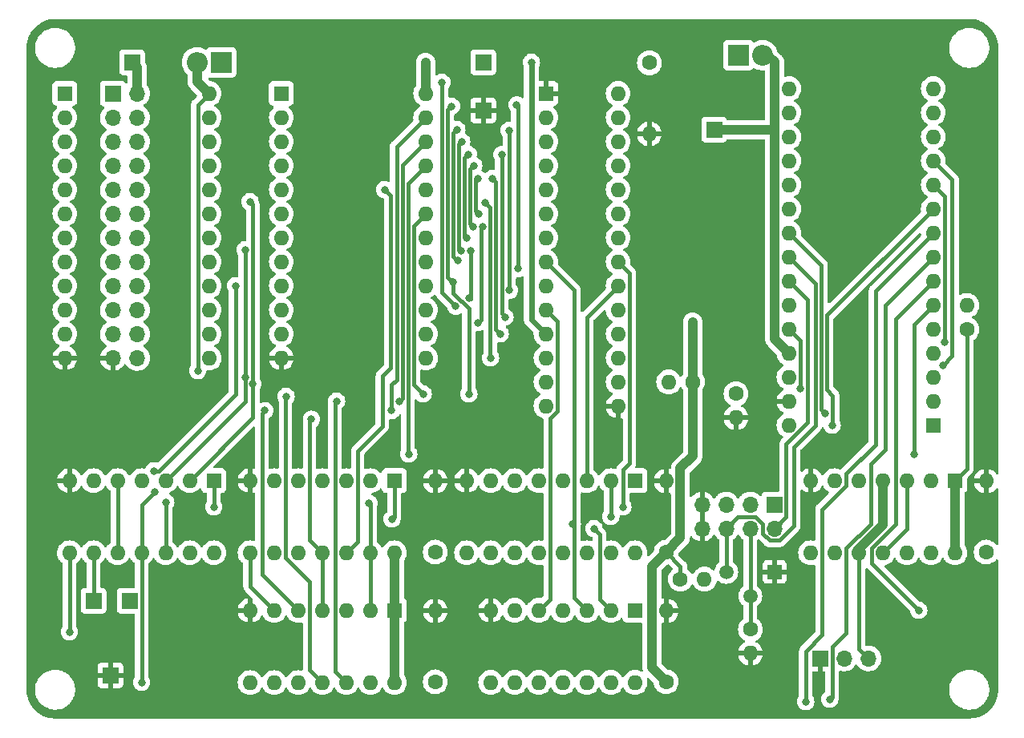
<source format=gbl>
G04 #@! TF.GenerationSoftware,KiCad,Pcbnew,(6.0.0)*
G04 #@! TF.CreationDate,2022-11-09T00:09:39-05:00*
G04 #@! TF.ProjectId,io_i2c,696f5f69-3263-42e6-9b69-6361645f7063,rev?*
G04 #@! TF.SameCoordinates,Original*
G04 #@! TF.FileFunction,Copper,L2,Bot*
G04 #@! TF.FilePolarity,Positive*
%FSLAX46Y46*%
G04 Gerber Fmt 4.6, Leading zero omitted, Abs format (unit mm)*
G04 Created by KiCad (PCBNEW (6.0.0)) date 2022-11-09 00:09:39*
%MOMM*%
%LPD*%
G01*
G04 APERTURE LIST*
G04 #@! TA.AperFunction,ComponentPad*
%ADD10C,1.600000*%
G04 #@! TD*
G04 #@! TA.AperFunction,ComponentPad*
%ADD11O,1.600000X1.600000*%
G04 #@! TD*
G04 #@! TA.AperFunction,ComponentPad*
%ADD12R,1.600000X1.600000*%
G04 #@! TD*
G04 #@! TA.AperFunction,ComponentPad*
%ADD13R,1.700000X1.700000*%
G04 #@! TD*
G04 #@! TA.AperFunction,ComponentPad*
%ADD14R,2.200000X2.200000*%
G04 #@! TD*
G04 #@! TA.AperFunction,ComponentPad*
%ADD15O,2.200000X2.200000*%
G04 #@! TD*
G04 #@! TA.AperFunction,ComponentPad*
%ADD16O,1.700000X1.700000*%
G04 #@! TD*
G04 #@! TA.AperFunction,ComponentPad*
%ADD17R,1.500000X1.500000*%
G04 #@! TD*
G04 #@! TA.AperFunction,ComponentPad*
%ADD18C,1.500000*%
G04 #@! TD*
G04 #@! TA.AperFunction,ViaPad*
%ADD19C,0.800000*%
G04 #@! TD*
G04 #@! TA.AperFunction,Conductor*
%ADD20C,0.400000*%
G04 #@! TD*
G04 #@! TA.AperFunction,Conductor*
%ADD21C,1.000000*%
G04 #@! TD*
G04 #@! TA.AperFunction,Conductor*
%ADD22C,0.600000*%
G04 #@! TD*
G04 APERTURE END LIST*
D10*
X128270000Y-150562000D03*
D11*
X128270000Y-143062000D03*
D12*
X149352000Y-156718000D03*
D11*
X146812000Y-156718000D03*
X144272000Y-156718000D03*
X141732000Y-156718000D03*
X139192000Y-156718000D03*
X136652000Y-156718000D03*
X134112000Y-156718000D03*
X134112000Y-164338000D03*
X136652000Y-164338000D03*
X139192000Y-164338000D03*
X141732000Y-164338000D03*
X144272000Y-164338000D03*
X146812000Y-164338000D03*
X149352000Y-164338000D03*
D12*
X89154000Y-102108000D03*
D11*
X89154000Y-104648000D03*
X89154000Y-107188000D03*
X89154000Y-109728000D03*
X89154000Y-112268000D03*
X89154000Y-114808000D03*
X89154000Y-117348000D03*
X89154000Y-119888000D03*
X89154000Y-122428000D03*
X89154000Y-124968000D03*
X89154000Y-127508000D03*
X89154000Y-130048000D03*
X104394000Y-130048000D03*
X104394000Y-127508000D03*
X104394000Y-124968000D03*
X104394000Y-122428000D03*
X104394000Y-119888000D03*
X104394000Y-117348000D03*
X104394000Y-114808000D03*
X104394000Y-112268000D03*
X104394000Y-109728000D03*
X104394000Y-107188000D03*
X104394000Y-104648000D03*
X104394000Y-102108000D03*
D13*
X93980000Y-163576000D03*
D10*
X128270000Y-164278000D03*
D11*
X128270000Y-156778000D03*
D12*
X123957000Y-156728000D03*
D11*
X121417000Y-156728000D03*
X118877000Y-156728000D03*
X116337000Y-156728000D03*
X113797000Y-156728000D03*
X111257000Y-156728000D03*
X108717000Y-156728000D03*
X108717000Y-164348000D03*
X111257000Y-164348000D03*
X113797000Y-164348000D03*
X116337000Y-164348000D03*
X118877000Y-164348000D03*
X121417000Y-164348000D03*
X123957000Y-164348000D03*
D14*
X105664000Y-98806000D03*
D15*
X103124000Y-98806000D03*
D10*
X155448000Y-132588000D03*
D11*
X152908000Y-132588000D03*
D14*
X160274000Y-98044000D03*
D15*
X162814000Y-98044000D03*
D13*
X164074000Y-145537000D03*
D16*
X164074000Y-148077000D03*
X161534000Y-145537000D03*
X161534000Y-148077000D03*
X158994000Y-145537000D03*
X158994000Y-148077000D03*
X156454000Y-145537000D03*
X156454000Y-148077000D03*
D10*
X150876000Y-98866000D03*
D11*
X150876000Y-106366000D03*
D10*
X154149000Y-153416000D03*
D11*
X156689000Y-153416000D03*
D12*
X112014000Y-102108000D03*
D11*
X112014000Y-104648000D03*
X112014000Y-107188000D03*
X112014000Y-109728000D03*
X112014000Y-112268000D03*
X112014000Y-114808000D03*
X112014000Y-117348000D03*
X112014000Y-119888000D03*
X112014000Y-122428000D03*
X112014000Y-124968000D03*
X112014000Y-127508000D03*
X112014000Y-130048000D03*
X127254000Y-130048000D03*
X127254000Y-127508000D03*
X127254000Y-124968000D03*
X127254000Y-122428000D03*
X127254000Y-119888000D03*
X127254000Y-117348000D03*
X127254000Y-114808000D03*
X127254000Y-112268000D03*
X127254000Y-109728000D03*
X127254000Y-107188000D03*
X127254000Y-104648000D03*
X127254000Y-102108000D03*
D12*
X139954000Y-102108000D03*
D11*
X139954000Y-104648000D03*
X139954000Y-107188000D03*
X139954000Y-109728000D03*
X139954000Y-112268000D03*
X139954000Y-114808000D03*
X139954000Y-117348000D03*
X139954000Y-119888000D03*
X139954000Y-122428000D03*
X139954000Y-124968000D03*
X139954000Y-127508000D03*
X139954000Y-130048000D03*
X139954000Y-132588000D03*
X139954000Y-135128000D03*
X147574000Y-135128000D03*
X147574000Y-132588000D03*
X147574000Y-130048000D03*
X147574000Y-127508000D03*
X147574000Y-124968000D03*
X147574000Y-122428000D03*
X147574000Y-119888000D03*
X147574000Y-117348000D03*
X147574000Y-114808000D03*
X147574000Y-112268000D03*
X147574000Y-109728000D03*
X147574000Y-107188000D03*
X147574000Y-104648000D03*
X147574000Y-102108000D03*
D13*
X157734000Y-105918000D03*
D12*
X149352000Y-143012000D03*
D11*
X146812000Y-143012000D03*
X144272000Y-143012000D03*
X141732000Y-143012000D03*
X139192000Y-143012000D03*
X136652000Y-143012000D03*
X134112000Y-143012000D03*
X131572000Y-143012000D03*
X131572000Y-150632000D03*
X134112000Y-150632000D03*
X136652000Y-150632000D03*
X139192000Y-150632000D03*
X141732000Y-150632000D03*
X144272000Y-150632000D03*
X146812000Y-150632000D03*
X149352000Y-150632000D03*
D13*
X94234000Y-102108000D03*
D16*
X96774000Y-102108000D03*
X94234000Y-104648000D03*
X96774000Y-104648000D03*
X94234000Y-107188000D03*
X96774000Y-107188000D03*
X94234000Y-109728000D03*
X96774000Y-109728000D03*
X94234000Y-112268000D03*
X96774000Y-112268000D03*
X94234000Y-114808000D03*
X96774000Y-114808000D03*
X94234000Y-117348000D03*
X96774000Y-117348000D03*
X94234000Y-119888000D03*
X96774000Y-119888000D03*
X94234000Y-122428000D03*
X96774000Y-122428000D03*
X94234000Y-124968000D03*
X96774000Y-124968000D03*
X94234000Y-127508000D03*
X96774000Y-127508000D03*
X94234000Y-130048000D03*
X96774000Y-130048000D03*
D12*
X123957000Y-143012000D03*
D11*
X121417000Y-143012000D03*
X118877000Y-143012000D03*
X116337000Y-143012000D03*
X113797000Y-143012000D03*
X111257000Y-143012000D03*
X108717000Y-143012000D03*
X108717000Y-150632000D03*
X111257000Y-150632000D03*
X113797000Y-150632000D03*
X116337000Y-150632000D03*
X118877000Y-150632000D03*
X121417000Y-150632000D03*
X123957000Y-150632000D03*
D17*
X164084000Y-152646000D03*
D18*
X161544000Y-155186000D03*
X159004000Y-152646000D03*
D13*
X133350000Y-103886000D03*
D10*
X186436000Y-150562000D03*
D11*
X186436000Y-143062000D03*
D12*
X180848000Y-137160000D03*
D11*
X180848000Y-134620000D03*
X180848000Y-132080000D03*
X180848000Y-129540000D03*
X180848000Y-127000000D03*
X180848000Y-124460000D03*
X180848000Y-121920000D03*
X180848000Y-119380000D03*
X180848000Y-116840000D03*
X180848000Y-114300000D03*
X180848000Y-111760000D03*
X180848000Y-109220000D03*
X180848000Y-106680000D03*
X180848000Y-104140000D03*
X180848000Y-101600000D03*
X165608000Y-101600000D03*
X165608000Y-104140000D03*
X165608000Y-106680000D03*
X165608000Y-109220000D03*
X165608000Y-111760000D03*
X165608000Y-114300000D03*
X165608000Y-116840000D03*
X165608000Y-119380000D03*
X165608000Y-121920000D03*
X165608000Y-124460000D03*
X165608000Y-127000000D03*
X165608000Y-129540000D03*
X165608000Y-132080000D03*
X165608000Y-134620000D03*
X165608000Y-137160000D03*
D10*
X160020000Y-133829000D03*
D11*
X160020000Y-136369000D03*
D13*
X96266000Y-98806000D03*
X133350000Y-98806000D03*
D12*
X183139000Y-143012000D03*
D11*
X180599000Y-143012000D03*
X178059000Y-143012000D03*
X175519000Y-143012000D03*
X172979000Y-143012000D03*
X170439000Y-143012000D03*
X167899000Y-143012000D03*
X167899000Y-150632000D03*
X170439000Y-150632000D03*
X172979000Y-150632000D03*
X175519000Y-150632000D03*
X178059000Y-150632000D03*
X180599000Y-150632000D03*
X183139000Y-150632000D03*
D12*
X104887000Y-143012000D03*
D11*
X102347000Y-143012000D03*
X99807000Y-143012000D03*
X97267000Y-143012000D03*
X94727000Y-143012000D03*
X92187000Y-143012000D03*
X89647000Y-143012000D03*
X89647000Y-150632000D03*
X92187000Y-150632000D03*
X94727000Y-150632000D03*
X97267000Y-150632000D03*
X99807000Y-150632000D03*
X102347000Y-150632000D03*
X104887000Y-150632000D03*
D13*
X168925000Y-161798000D03*
D16*
X171465000Y-161798000D03*
X174005000Y-161798000D03*
D10*
X152649000Y-164268000D03*
D11*
X152649000Y-156768000D03*
D10*
X152654000Y-150562000D03*
D11*
X152654000Y-143062000D03*
D10*
X184404000Y-127029000D03*
D11*
X184404000Y-124489000D03*
D13*
X92202000Y-155702000D03*
X96012000Y-155702000D03*
D10*
X161544000Y-158721000D03*
D11*
X161544000Y-161261000D03*
D19*
X153416000Y-135128000D03*
X152400000Y-140208000D03*
X118618000Y-117602000D03*
X150114000Y-135128000D03*
X179324000Y-156718000D03*
X110273511Y-135598489D03*
X123660489Y-135598489D03*
X127254000Y-98806000D03*
X155448000Y-126238000D03*
X138430000Y-98806000D03*
X169926000Y-166116000D03*
X124460000Y-134620000D03*
X117856000Y-134620000D03*
X132771511Y-126308489D03*
X133279511Y-116148489D03*
X167386000Y-166370000D03*
X112522000Y-134112000D03*
X127000000Y-133858000D03*
X131826000Y-123698000D03*
X132009511Y-118688489D03*
X148082000Y-145796000D03*
X107188000Y-122428000D03*
X98552000Y-141986000D03*
X130993511Y-118688489D03*
X131064000Y-107188000D03*
X109003511Y-132804489D03*
X170180000Y-137160000D03*
X108712000Y-113538000D03*
X132334000Y-109728000D03*
X132263511Y-116148489D03*
X136874889Y-103307511D03*
X136977831Y-120628969D03*
X132842000Y-114808000D03*
X132771511Y-111068489D03*
X136105311Y-122898489D03*
X136073511Y-105988489D03*
X131755511Y-108528489D03*
X131572000Y-117348000D03*
X135636000Y-125730000D03*
X135278062Y-108561938D03*
X108204000Y-132080000D03*
X108204000Y-118618000D03*
X169418000Y-135890000D03*
X134295511Y-111068489D03*
X135128000Y-127508000D03*
X133533511Y-113608489D03*
X134112000Y-130048000D03*
X103194489Y-131388489D03*
X166807511Y-133279511D03*
X146812000Y-146812000D03*
X178816000Y-140208000D03*
X125476000Y-140208000D03*
X89647000Y-158989000D03*
X130429000Y-124587000D03*
X128961511Y-100908489D03*
X182047511Y-128340489D03*
X181864000Y-130810000D03*
X129977511Y-103448489D03*
X131826000Y-133858000D03*
X130149600Y-122072400D03*
X115189000Y-136525000D03*
X130619500Y-119748300D03*
X130556000Y-105918000D03*
X142748000Y-147574000D03*
X122936000Y-112268000D03*
X121280551Y-145410551D03*
X104887000Y-145781000D03*
X97267000Y-164323000D03*
X98612489Y-144211511D03*
X99822000Y-145288000D03*
X123698000Y-147066000D03*
X145034000Y-148082000D03*
D20*
X127254000Y-104648000D02*
X124185440Y-107716560D01*
X176859489Y-147595145D02*
X174319489Y-150135145D01*
X124185440Y-132354560D02*
X123660489Y-132879511D01*
X113797000Y-156728000D02*
X109982000Y-152913000D01*
X174319489Y-150135145D02*
X174319489Y-151713489D01*
X123660489Y-132879511D02*
X123660489Y-135598489D01*
X109982000Y-152913000D02*
X109982000Y-135890000D01*
X176859489Y-125908511D02*
X176859489Y-147595145D01*
X180848000Y-121920000D02*
X176859489Y-125908511D01*
X109982000Y-135890000D02*
X110273511Y-135598489D01*
X124185440Y-107716560D02*
X124185440Y-132354560D01*
X174319489Y-151713489D02*
X179324000Y-156718000D01*
D21*
X155448000Y-132588000D02*
X155448000Y-126238000D01*
D22*
X139954000Y-127508000D02*
X138430000Y-125984000D01*
D21*
X183139000Y-150632000D02*
X183139000Y-143012000D01*
X127254000Y-102108000D02*
X127254000Y-98806000D01*
X151149489Y-162768489D02*
X151149489Y-152066511D01*
D20*
X172979000Y-160772000D02*
X172979000Y-150632000D01*
D21*
X152654000Y-150562000D02*
X154153511Y-149062489D01*
X175519000Y-147663520D02*
X172979000Y-150203520D01*
D20*
X174005000Y-161798000D02*
X172979000Y-160772000D01*
D21*
X154153511Y-149062489D02*
X154153511Y-141707511D01*
X151149489Y-152066511D02*
X152654000Y-150562000D01*
X123957000Y-156728000D02*
X123957000Y-150632000D01*
D20*
X184404000Y-141747000D02*
X183139000Y-143012000D01*
X184404000Y-127029000D02*
X184404000Y-141747000D01*
X154149000Y-153416000D02*
X154149000Y-152057000D01*
D21*
X154153511Y-141707511D02*
X155448000Y-140413022D01*
X123957000Y-164348000D02*
X123957000Y-156728000D01*
X172979000Y-150203520D02*
X172979000Y-150632000D01*
X155448000Y-140413022D02*
X155448000Y-132588000D01*
D20*
X154149000Y-152057000D02*
X152654000Y-150562000D01*
D22*
X138430000Y-125984000D02*
X138430000Y-98806000D01*
D21*
X152649000Y-164268000D02*
X151149489Y-162768489D01*
X175519000Y-143012000D02*
X175519000Y-147663520D01*
D20*
X174244000Y-147574000D02*
X171638511Y-150179489D01*
X118877000Y-164348000D02*
X117677489Y-163148489D01*
X117677489Y-163148489D02*
X117677489Y-136219489D01*
X124460000Y-134620000D02*
X124784960Y-134295040D01*
X175768000Y-124460000D02*
X175768000Y-139700000D01*
X180848000Y-119380000D02*
X175768000Y-124460000D01*
X171638511Y-150179489D02*
X171638511Y-159084489D01*
X117677489Y-136219489D02*
X117677489Y-134798511D01*
X170174511Y-165867489D02*
X169926000Y-166116000D01*
X124784960Y-109657040D02*
X127254000Y-107188000D01*
X170174511Y-160548489D02*
X170174511Y-165867489D01*
X171638511Y-159084489D02*
X170174511Y-160548489D01*
X175768000Y-139700000D02*
X174244000Y-141224000D01*
X117677489Y-134798511D02*
X117856000Y-134620000D01*
X174244000Y-141224000D02*
X174244000Y-147574000D01*
X124784960Y-134295040D02*
X124784960Y-109657040D01*
X133096000Y-125984000D02*
X133096000Y-125730000D01*
X133279511Y-116148489D02*
X133096000Y-116332000D01*
X133096000Y-116332000D02*
X133096000Y-125730000D01*
X132771511Y-126308489D02*
X133096000Y-125984000D01*
X114996511Y-163007511D02*
X114996511Y-153668855D01*
X112456511Y-134177489D02*
X112522000Y-134112000D01*
X125984000Y-116078000D02*
X125984000Y-131826000D01*
X125984000Y-131826000D02*
X125984000Y-132842000D01*
X116337000Y-164348000D02*
X114996511Y-163007511D01*
X167386000Y-161036000D02*
X167386000Y-166370000D01*
X171638511Y-142305489D02*
X171638511Y-143508855D01*
X169098511Y-159323489D02*
X167386000Y-161036000D01*
X169098511Y-146048855D02*
X169098511Y-159323489D01*
X174752000Y-139192000D02*
X171638511Y-142305489D01*
X171638511Y-143508855D02*
X169098511Y-146048855D01*
X114996511Y-153668855D02*
X112456511Y-151128855D01*
X112456511Y-151128855D02*
X112456511Y-134177489D01*
X127254000Y-114808000D02*
X125984000Y-116078000D01*
X125984000Y-132842000D02*
X127000000Y-133858000D01*
X180848000Y-116840000D02*
X174752000Y-122936000D01*
X174752000Y-122936000D02*
X174752000Y-139192000D01*
X148773511Y-141191467D02*
X148082000Y-141882978D01*
X132009511Y-118688489D02*
X132009511Y-123768489D01*
X148773511Y-121087511D02*
X148773511Y-141191467D01*
X148082000Y-141882978D02*
X148082000Y-145796000D01*
X147574000Y-119888000D02*
X148773511Y-121087511D01*
X99060000Y-141986000D02*
X98552000Y-141986000D01*
X107188000Y-133858000D02*
X99060000Y-141986000D01*
X107188000Y-122428000D02*
X107188000Y-133858000D01*
X130760071Y-113538000D02*
X130760071Y-109220000D01*
X130993511Y-118688489D02*
X130760071Y-118455049D01*
X130760071Y-118455049D02*
X130760071Y-113538000D01*
X131064000Y-107188000D02*
X131014071Y-107188000D01*
X131014071Y-107188000D02*
X130760071Y-107442000D01*
X130760071Y-109220000D02*
X130760071Y-107442000D01*
X108712000Y-113538000D02*
X109003511Y-113829511D01*
X169605573Y-125542427D02*
X169605573Y-133416427D01*
X170217511Y-137122489D02*
X170180000Y-137160000D01*
X109003511Y-113829511D02*
X109003511Y-132804489D01*
X169605573Y-133416427D02*
X170217511Y-134028365D01*
X109003511Y-136360489D02*
X108998511Y-136360489D01*
X170217511Y-134028365D02*
X170217511Y-137122489D01*
X108998511Y-136360489D02*
X102347000Y-143012000D01*
X109003511Y-132804489D02*
X109003511Y-136360489D01*
X180848000Y-114300000D02*
X169605573Y-125542427D01*
X132334000Y-109728000D02*
X131959111Y-110102889D01*
X131959111Y-110102889D02*
X131959111Y-110623111D01*
X132263511Y-116148489D02*
X131959111Y-115844089D01*
X131959111Y-115844089D02*
X131959111Y-110623111D01*
X136874889Y-103307511D02*
X136977831Y-103410453D01*
X136977831Y-103410453D02*
X136977831Y-120628969D01*
X132771511Y-111068489D02*
X132558631Y-111281369D01*
X132842000Y-114808000D02*
X132558631Y-114524631D01*
X132558631Y-114524631D02*
X132558631Y-113821369D01*
X132558631Y-111281369D02*
X132558631Y-113821369D01*
X136077573Y-105992551D02*
X136077573Y-122870751D01*
X136073511Y-105988489D02*
X136077573Y-105992551D01*
X136077573Y-122870751D02*
X136105311Y-122898489D01*
X131359591Y-108924409D02*
X131359591Y-116881591D01*
X131755511Y-108528489D02*
X131359591Y-108924409D01*
X131359591Y-117135591D02*
X131359591Y-116881591D01*
X131572000Y-117348000D02*
X131359591Y-117135591D01*
X135636000Y-125730000D02*
X135278062Y-125372062D01*
X135278062Y-125372062D02*
X135278062Y-108561938D01*
X108204000Y-132080000D02*
X108204000Y-134615000D01*
X169418000Y-135890000D02*
X169006053Y-135478053D01*
X108204000Y-134615000D02*
X99807000Y-143012000D01*
X169006053Y-135478053D02*
X169006053Y-120238053D01*
X169006053Y-120238053D02*
X165608000Y-116840000D01*
X108204000Y-118618000D02*
X108204000Y-132080000D01*
X135128000Y-127508000D02*
X134678542Y-127058542D01*
X134295511Y-111068489D02*
X134678542Y-111451520D01*
X134678542Y-111451520D02*
X134678542Y-126550542D01*
X134678542Y-127058542D02*
X134678542Y-126550542D01*
X162824489Y-148594565D02*
X163556435Y-149326511D01*
X158994000Y-148077000D02*
X160243511Y-146827489D01*
X159004000Y-148087000D02*
X158994000Y-148077000D01*
X163556435Y-149326511D02*
X164591565Y-149326511D01*
X168406533Y-122178533D02*
X165608000Y-119380000D01*
X164591565Y-149326511D02*
X166116000Y-147802076D01*
X162067489Y-146827489D02*
X162824489Y-147584489D01*
X159004000Y-152646000D02*
X159004000Y-148087000D01*
X162824489Y-147584489D02*
X162824489Y-148594565D01*
X168406533Y-137155467D02*
X168406533Y-122178533D01*
X166116000Y-147802076D02*
X166116000Y-139446000D01*
X166116000Y-139446000D02*
X168406533Y-137155467D01*
X160243511Y-146827489D02*
X162067489Y-146827489D01*
X134079022Y-114154000D02*
X134079022Y-130080978D01*
X133533511Y-113608489D02*
X134079022Y-114154000D01*
X165323511Y-139140855D02*
X165323511Y-146827489D01*
X167607022Y-136857344D02*
X165323511Y-139140855D01*
X167607022Y-123919022D02*
X167607022Y-136857344D01*
X165323511Y-146827489D02*
X164074000Y-148077000D01*
X165608000Y-121920000D02*
X167607022Y-123919022D01*
X161544000Y-155186000D02*
X161544000Y-148087000D01*
X161544000Y-158721000D02*
X161544000Y-155186000D01*
X161544000Y-148087000D02*
X161534000Y-148077000D01*
D21*
X164108489Y-98781511D02*
X163624978Y-98298000D01*
X163624978Y-98298000D02*
X162560000Y-98298000D01*
X165608000Y-129540000D02*
X164108489Y-128040489D01*
X157734000Y-105918000D02*
X164084000Y-105918000D01*
X164108489Y-128040489D02*
X164108489Y-105942489D01*
X164084000Y-105918000D02*
X164108489Y-105942489D01*
X164108489Y-105942489D02*
X164108489Y-98781511D01*
D20*
X165608000Y-127000000D02*
X166807511Y-128199511D01*
D21*
X103124000Y-100838000D02*
X103124000Y-98806000D01*
X96774000Y-102108000D02*
X96774000Y-99314000D01*
D20*
X104394000Y-102108000D02*
X103194489Y-103307511D01*
X103194489Y-103307511D02*
X103194489Y-131388489D01*
D21*
X96774000Y-99314000D02*
X96266000Y-98806000D01*
D20*
X166807511Y-128199511D02*
X166807511Y-133279511D01*
D21*
X104394000Y-102108000D02*
X103124000Y-100838000D01*
D20*
X146812000Y-146812000D02*
X146812000Y-143012000D01*
X127254000Y-109728000D02*
X125384480Y-111597520D01*
X180848000Y-124460000D02*
X178816000Y-126492000D01*
X125384480Y-111597520D02*
X125384480Y-140116480D01*
X178816000Y-126492000D02*
X178816000Y-140208000D01*
X125384480Y-140116480D02*
X125476000Y-140208000D01*
X92187000Y-155687000D02*
X92202000Y-155702000D01*
X92187000Y-150632000D02*
X92187000Y-155687000D01*
X89647000Y-150632000D02*
X89647000Y-158989000D01*
X140391511Y-136386855D02*
X141153511Y-135624855D01*
X141153511Y-126167511D02*
X139954000Y-124968000D01*
X141153511Y-135624855D02*
X141153511Y-126167511D01*
X128961511Y-100908489D02*
X128961511Y-123119511D01*
X140391511Y-155518489D02*
X140391511Y-136386855D01*
X128961511Y-123119511D02*
X130429000Y-124587000D01*
X139192000Y-156718000D02*
X140391511Y-155518489D01*
X182047511Y-112959511D02*
X182047511Y-128340489D01*
X180848000Y-111760000D02*
X182047511Y-112959511D01*
X182847022Y-129826978D02*
X181864000Y-130810000D01*
X182847022Y-111219022D02*
X182847022Y-129826978D01*
X180848000Y-109220000D02*
X182847022Y-111219022D01*
X116337000Y-150632000D02*
X116337000Y-156728000D01*
X129561031Y-103864969D02*
X129977511Y-103448489D01*
X114996511Y-136717489D02*
X115189000Y-136525000D01*
X129561031Y-120730569D02*
X129561031Y-103864969D01*
X114996511Y-139765489D02*
X114996511Y-136717489D01*
X130149600Y-122072400D02*
X130149600Y-123176920D01*
X131826000Y-124853320D02*
X131826000Y-133858000D01*
X114996511Y-149291511D02*
X114996511Y-139765489D01*
X116337000Y-150632000D02*
X114996511Y-149291511D01*
X130149600Y-123176920D02*
X131826000Y-124853320D01*
X129561031Y-121483831D02*
X129561031Y-120730569D01*
X130149600Y-122072400D02*
X129561031Y-121483831D01*
X142748000Y-147574000D02*
X142931511Y-147757511D01*
X142748000Y-147574000D02*
X142931511Y-147390489D01*
X130619500Y-119748300D02*
X130160551Y-119289351D01*
X130160551Y-106313449D02*
X130160551Y-118628951D01*
X142931511Y-147390489D02*
X142931511Y-122865511D01*
X142931511Y-155377511D02*
X144272000Y-156718000D01*
X142931511Y-147757511D02*
X142931511Y-155377511D01*
X142931511Y-122865511D02*
X139954000Y-119888000D01*
X130556000Y-105918000D02*
X130160551Y-106313449D01*
X130160551Y-118628951D02*
X130160551Y-119267449D01*
X130160551Y-119289351D02*
X130160551Y-118628951D01*
X144272000Y-143012000D02*
X144272000Y-125730000D01*
X144272000Y-125730000D02*
X147574000Y-122428000D01*
X122682000Y-131967920D02*
X122682000Y-137283022D01*
X120076511Y-149432489D02*
X118877000Y-150632000D01*
X123585920Y-112917920D02*
X123585920Y-131064000D01*
X122682000Y-137283022D02*
X120076511Y-139888511D01*
X120076511Y-139888511D02*
X120076511Y-149432489D01*
X122936000Y-112268000D02*
X123585920Y-112917920D01*
X123585920Y-131064000D02*
X122682000Y-131967920D01*
X178059000Y-148092000D02*
X175519000Y-150632000D01*
X178059000Y-143012000D02*
X178059000Y-148092000D01*
X121280551Y-145410551D02*
X121417000Y-145547000D01*
X104887000Y-143012000D02*
X104887000Y-145781000D01*
X121417000Y-150632000D02*
X121417000Y-156728000D01*
X121417000Y-145547000D02*
X121417000Y-150632000D01*
X94727000Y-150632000D02*
X94727000Y-143012000D01*
X98612489Y-144211511D02*
X97267000Y-145557000D01*
X97267000Y-150632000D02*
X97267000Y-164323000D01*
X97267000Y-145557000D02*
X97267000Y-150632000D01*
X99807000Y-145303000D02*
X99807000Y-150632000D01*
X99822000Y-145288000D02*
X99807000Y-145303000D01*
X123698000Y-147066000D02*
X123957000Y-146807000D01*
X123957000Y-146807000D02*
X123957000Y-143012000D01*
X145612489Y-155518489D02*
X146812000Y-156718000D01*
X145612489Y-148660489D02*
X145612489Y-155518489D01*
X145034000Y-148082000D02*
X145612489Y-148660489D01*
X108717000Y-150632000D02*
X108717000Y-154188000D01*
X108717000Y-154188000D02*
X111257000Y-156728000D01*
G04 #@! TA.AperFunction,Conductor*
G36*
X184628057Y-94235500D02*
G01*
X184642858Y-94237805D01*
X184642861Y-94237805D01*
X184651730Y-94239186D01*
X184660631Y-94238022D01*
X184660635Y-94238022D01*
X184670411Y-94236743D01*
X184693342Y-94235852D01*
X184970003Y-94250351D01*
X184983119Y-94251729D01*
X185285193Y-94299573D01*
X185298093Y-94302315D01*
X185593510Y-94381472D01*
X185606053Y-94385548D01*
X185891565Y-94495145D01*
X185903614Y-94500509D01*
X186176120Y-94639358D01*
X186187536Y-94645949D01*
X186444042Y-94812526D01*
X186454702Y-94820272D01*
X186687689Y-95008941D01*
X186692379Y-95012739D01*
X186702180Y-95021564D01*
X186918436Y-95237820D01*
X186927261Y-95247621D01*
X187118519Y-95483804D01*
X187119726Y-95485295D01*
X187127474Y-95495958D01*
X187229833Y-95653577D01*
X187294048Y-95752459D01*
X187300642Y-95763880D01*
X187439491Y-96036386D01*
X187444855Y-96048435D01*
X187554452Y-96333947D01*
X187558528Y-96346489D01*
X187599332Y-96498771D01*
X187637685Y-96641907D01*
X187640427Y-96654807D01*
X187688271Y-96956881D01*
X187689649Y-96969997D01*
X187702413Y-97213546D01*
X187703764Y-97239330D01*
X187702436Y-97265312D01*
X187702195Y-97266856D01*
X187702195Y-97266860D01*
X187700814Y-97275730D01*
X187701978Y-97284632D01*
X187701978Y-97284635D01*
X187704936Y-97307251D01*
X187706000Y-97323589D01*
X187706000Y-142195699D01*
X187685998Y-142263820D01*
X187632342Y-142310313D01*
X187562068Y-142320417D01*
X187497488Y-142290923D01*
X187476787Y-142267970D01*
X187444972Y-142222533D01*
X187437916Y-142214125D01*
X187283875Y-142060084D01*
X187275467Y-142053028D01*
X187097007Y-141928069D01*
X187087511Y-141922586D01*
X186890053Y-141830510D01*
X186879761Y-141826764D01*
X186707497Y-141780606D01*
X186693401Y-141780942D01*
X186690000Y-141788884D01*
X186690000Y-144329967D01*
X186693973Y-144343498D01*
X186702522Y-144344727D01*
X186879761Y-144297236D01*
X186890053Y-144293490D01*
X187087511Y-144201414D01*
X187097007Y-144195931D01*
X187275467Y-144070972D01*
X187283875Y-144063916D01*
X187437916Y-143909875D01*
X187444972Y-143901467D01*
X187476787Y-143856030D01*
X187532244Y-143811702D01*
X187602863Y-143804393D01*
X187666224Y-143836424D01*
X187702209Y-143897625D01*
X187706000Y-143928301D01*
X187706000Y-149694827D01*
X187685998Y-149762948D01*
X187632342Y-149809441D01*
X187562068Y-149819545D01*
X187497488Y-149790051D01*
X187476787Y-149767098D01*
X187445357Y-149722211D01*
X187445355Y-149722208D01*
X187442198Y-149717700D01*
X187280300Y-149555802D01*
X187275792Y-149552645D01*
X187275789Y-149552643D01*
X187176230Y-149482931D01*
X187092749Y-149424477D01*
X187087767Y-149422154D01*
X187087762Y-149422151D01*
X186890225Y-149330039D01*
X186890224Y-149330039D01*
X186885243Y-149327716D01*
X186879935Y-149326294D01*
X186879933Y-149326293D01*
X186669402Y-149269881D01*
X186669400Y-149269881D01*
X186664087Y-149268457D01*
X186436000Y-149248502D01*
X186207913Y-149268457D01*
X186202600Y-149269881D01*
X186202598Y-149269881D01*
X185992067Y-149326293D01*
X185992065Y-149326294D01*
X185986757Y-149327716D01*
X185981776Y-149330039D01*
X185981775Y-149330039D01*
X185784238Y-149422151D01*
X185784233Y-149422154D01*
X185779251Y-149424477D01*
X185695770Y-149482931D01*
X185596211Y-149552643D01*
X185596208Y-149552645D01*
X185591700Y-149555802D01*
X185429802Y-149717700D01*
X185298477Y-149905251D01*
X185296154Y-149910233D01*
X185296151Y-149910238D01*
X185213632Y-150087203D01*
X185201716Y-150112757D01*
X185200294Y-150118065D01*
X185200293Y-150118067D01*
X185166000Y-150246050D01*
X185142457Y-150333913D01*
X185122502Y-150562000D01*
X185142457Y-150790087D01*
X185143881Y-150795400D01*
X185143881Y-150795402D01*
X185186817Y-150955638D01*
X185201716Y-151011243D01*
X185204039Y-151016224D01*
X185204039Y-151016225D01*
X185296151Y-151213762D01*
X185296154Y-151213767D01*
X185298477Y-151218749D01*
X185344000Y-151283762D01*
X185426475Y-151401548D01*
X185429802Y-151406300D01*
X185591700Y-151568198D01*
X185596208Y-151571355D01*
X185596211Y-151571357D01*
X185645334Y-151605753D01*
X185779251Y-151699523D01*
X185784233Y-151701846D01*
X185784238Y-151701849D01*
X185971552Y-151789194D01*
X185986757Y-151796284D01*
X185992065Y-151797706D01*
X185992067Y-151797707D01*
X186202598Y-151854119D01*
X186202600Y-151854119D01*
X186207913Y-151855543D01*
X186436000Y-151875498D01*
X186664087Y-151855543D01*
X186669400Y-151854119D01*
X186669402Y-151854119D01*
X186879933Y-151797707D01*
X186879935Y-151797706D01*
X186885243Y-151796284D01*
X186900448Y-151789194D01*
X187087762Y-151701849D01*
X187087767Y-151701846D01*
X187092749Y-151699523D01*
X187226666Y-151605753D01*
X187275789Y-151571357D01*
X187275792Y-151571355D01*
X187280300Y-151568198D01*
X187442198Y-151406300D01*
X187445526Y-151401548D01*
X187476787Y-151356902D01*
X187532244Y-151312574D01*
X187602864Y-151305265D01*
X187666224Y-151337296D01*
X187702209Y-151398497D01*
X187706000Y-151429173D01*
X187706000Y-165050672D01*
X187704500Y-165070056D01*
X187700814Y-165093730D01*
X187701978Y-165102631D01*
X187701978Y-165102635D01*
X187703257Y-165112411D01*
X187704148Y-165135342D01*
X187689989Y-165405523D01*
X187689649Y-165412002D01*
X187688271Y-165425118D01*
X187676417Y-165499961D01*
X187640427Y-165727193D01*
X187637685Y-165740093D01*
X187558528Y-166035510D01*
X187554452Y-166048053D01*
X187444855Y-166333565D01*
X187439491Y-166345614D01*
X187300642Y-166618120D01*
X187294051Y-166629536D01*
X187127474Y-166886042D01*
X187119728Y-166896702D01*
X187011209Y-167030712D01*
X186927261Y-167134379D01*
X186918436Y-167144180D01*
X186702180Y-167360436D01*
X186692379Y-167369261D01*
X186467058Y-167551723D01*
X186454705Y-167561726D01*
X186444042Y-167569474D01*
X186187536Y-167736051D01*
X186176120Y-167742642D01*
X185903614Y-167881491D01*
X185891565Y-167886855D01*
X185606053Y-167996452D01*
X185593510Y-168000528D01*
X185298093Y-168079685D01*
X185285193Y-168082427D01*
X184983119Y-168130271D01*
X184970003Y-168131649D01*
X184700666Y-168145764D01*
X184674688Y-168144436D01*
X184673144Y-168144195D01*
X184673140Y-168144195D01*
X184664270Y-168142814D01*
X184655368Y-168143978D01*
X184655365Y-168143978D01*
X184632749Y-168146936D01*
X184616411Y-168148000D01*
X88187328Y-168148000D01*
X88167943Y-168146500D01*
X88153142Y-168144195D01*
X88153139Y-168144195D01*
X88144270Y-168142814D01*
X88135369Y-168143978D01*
X88135365Y-168143978D01*
X88125589Y-168145257D01*
X88102658Y-168146148D01*
X87825997Y-168131649D01*
X87812881Y-168130271D01*
X87510807Y-168082427D01*
X87497907Y-168079685D01*
X87202490Y-168000528D01*
X87189947Y-167996452D01*
X86904435Y-167886855D01*
X86892386Y-167881491D01*
X86619880Y-167742642D01*
X86608464Y-167736051D01*
X86351958Y-167569474D01*
X86341295Y-167561726D01*
X86328943Y-167551723D01*
X86103621Y-167369261D01*
X86093820Y-167360436D01*
X85877564Y-167144180D01*
X85868739Y-167134379D01*
X85784791Y-167030712D01*
X85676272Y-166896702D01*
X85668526Y-166886042D01*
X85501949Y-166629536D01*
X85495358Y-166618120D01*
X85356509Y-166345614D01*
X85351145Y-166333565D01*
X85241548Y-166048053D01*
X85237472Y-166035510D01*
X85158315Y-165740093D01*
X85155573Y-165727193D01*
X85119583Y-165499961D01*
X85107729Y-165425118D01*
X85106351Y-165412002D01*
X85106133Y-165407849D01*
X85096954Y-165232703D01*
X86028743Y-165232703D01*
X86029302Y-165236947D01*
X86029302Y-165236951D01*
X86043422Y-165344198D01*
X86066268Y-165517734D01*
X86142129Y-165795036D01*
X86143813Y-165798984D01*
X86250051Y-166048053D01*
X86254923Y-166059476D01*
X86266693Y-166079142D01*
X86398494Y-166299365D01*
X86402561Y-166306161D01*
X86582313Y-166530528D01*
X86790851Y-166728423D01*
X87024317Y-166896186D01*
X87028112Y-166898195D01*
X87028113Y-166898196D01*
X87049869Y-166909715D01*
X87278392Y-167030712D01*
X87548373Y-167129511D01*
X87829264Y-167190755D01*
X87857841Y-167193004D01*
X88052282Y-167208307D01*
X88052291Y-167208307D01*
X88054739Y-167208500D01*
X88210271Y-167208500D01*
X88212407Y-167208354D01*
X88212418Y-167208354D01*
X88420548Y-167194165D01*
X88420554Y-167194164D01*
X88424825Y-167193873D01*
X88429020Y-167193004D01*
X88429022Y-167193004D01*
X88582994Y-167161118D01*
X88706342Y-167135574D01*
X88977343Y-167039607D01*
X89221834Y-166913416D01*
X89229005Y-166909715D01*
X89229006Y-166909715D01*
X89232812Y-166907750D01*
X89236313Y-166905289D01*
X89236317Y-166905287D01*
X89461139Y-166747279D01*
X89468023Y-166742441D01*
X89589518Y-166629541D01*
X89675479Y-166549661D01*
X89675481Y-166549658D01*
X89678622Y-166546740D01*
X89860713Y-166324268D01*
X90010927Y-166079142D01*
X90126483Y-165815898D01*
X90148468Y-165738721D01*
X90190542Y-165591019D01*
X90205244Y-165539406D01*
X90241565Y-165284198D01*
X90245146Y-165259036D01*
X90245146Y-165259034D01*
X90245751Y-165254784D01*
X90245845Y-165236951D01*
X90247235Y-164971583D01*
X90247235Y-164971576D01*
X90247257Y-164967297D01*
X90243566Y-164939257D01*
X90224869Y-164797243D01*
X90209732Y-164682266D01*
X90151846Y-164470669D01*
X92622001Y-164470669D01*
X92622371Y-164477490D01*
X92627895Y-164528352D01*
X92631521Y-164543604D01*
X92676676Y-164664054D01*
X92685214Y-164679649D01*
X92761715Y-164781724D01*
X92774276Y-164794285D01*
X92876351Y-164870786D01*
X92891946Y-164879324D01*
X93012394Y-164924478D01*
X93027649Y-164928105D01*
X93078514Y-164933631D01*
X93085328Y-164934000D01*
X93707885Y-164934000D01*
X93723124Y-164929525D01*
X93724329Y-164928135D01*
X93726000Y-164920452D01*
X93726000Y-164915884D01*
X94234000Y-164915884D01*
X94238475Y-164931123D01*
X94239865Y-164932328D01*
X94247548Y-164933999D01*
X94874669Y-164933999D01*
X94881490Y-164933629D01*
X94932352Y-164928105D01*
X94947604Y-164924479D01*
X95068054Y-164879324D01*
X95083649Y-164870786D01*
X95185724Y-164794285D01*
X95198285Y-164781724D01*
X95274786Y-164679649D01*
X95283324Y-164664054D01*
X95328478Y-164543606D01*
X95332105Y-164528351D01*
X95337631Y-164477486D01*
X95338000Y-164470672D01*
X95338000Y-163848115D01*
X95333525Y-163832876D01*
X95332135Y-163831671D01*
X95324452Y-163830000D01*
X94252115Y-163830000D01*
X94236876Y-163834475D01*
X94235671Y-163835865D01*
X94234000Y-163843548D01*
X94234000Y-164915884D01*
X93726000Y-164915884D01*
X93726000Y-163848115D01*
X93721525Y-163832876D01*
X93720135Y-163831671D01*
X93712452Y-163830000D01*
X92640116Y-163830000D01*
X92624877Y-163834475D01*
X92623672Y-163835865D01*
X92622001Y-163843548D01*
X92622001Y-164470669D01*
X90151846Y-164470669D01*
X90133871Y-164404964D01*
X90077381Y-164272525D01*
X90022763Y-164144476D01*
X90022761Y-164144472D01*
X90021077Y-164140524D01*
X89931936Y-163991580D01*
X89875643Y-163897521D01*
X89875640Y-163897517D01*
X89873439Y-163893839D01*
X89693687Y-163669472D01*
X89556758Y-163539531D01*
X89488258Y-163474527D01*
X89488255Y-163474525D01*
X89485149Y-163471577D01*
X89270764Y-163317525D01*
X89255172Y-163306321D01*
X89255171Y-163306320D01*
X89251782Y-163303885D01*
X92622000Y-163303885D01*
X92626475Y-163319124D01*
X92627865Y-163320329D01*
X92635548Y-163322000D01*
X93707885Y-163322000D01*
X93723124Y-163317525D01*
X93724329Y-163316135D01*
X93726000Y-163308452D01*
X93726000Y-163303885D01*
X94234000Y-163303885D01*
X94238475Y-163319124D01*
X94239865Y-163320329D01*
X94247548Y-163322000D01*
X95319884Y-163322000D01*
X95335123Y-163317525D01*
X95336328Y-163316135D01*
X95337999Y-163308452D01*
X95337999Y-162681331D01*
X95337629Y-162674510D01*
X95332105Y-162623648D01*
X95328479Y-162608396D01*
X95283324Y-162487946D01*
X95274786Y-162472351D01*
X95198285Y-162370276D01*
X95185724Y-162357715D01*
X95083649Y-162281214D01*
X95068054Y-162272676D01*
X94947606Y-162227522D01*
X94932351Y-162223895D01*
X94881486Y-162218369D01*
X94874672Y-162218000D01*
X94252115Y-162218000D01*
X94236876Y-162222475D01*
X94235671Y-162223865D01*
X94234000Y-162231548D01*
X94234000Y-163303885D01*
X93726000Y-163303885D01*
X93726000Y-162236116D01*
X93721525Y-162220877D01*
X93720135Y-162219672D01*
X93712452Y-162218001D01*
X93085331Y-162218001D01*
X93078510Y-162218371D01*
X93027648Y-162223895D01*
X93012396Y-162227521D01*
X92891946Y-162272676D01*
X92876351Y-162281214D01*
X92774276Y-162357715D01*
X92761715Y-162370276D01*
X92685214Y-162472351D01*
X92676676Y-162487946D01*
X92631522Y-162608394D01*
X92627895Y-162623649D01*
X92622369Y-162674514D01*
X92622000Y-162681328D01*
X92622000Y-163303885D01*
X89251782Y-163303885D01*
X89251683Y-163303814D01*
X89229843Y-163292250D01*
X89111625Y-163229657D01*
X88997608Y-163169288D01*
X88795413Y-163095295D01*
X88731658Y-163071964D01*
X88731656Y-163071963D01*
X88727627Y-163070489D01*
X88446736Y-163009245D01*
X88415685Y-163006801D01*
X88223718Y-162991693D01*
X88223709Y-162991693D01*
X88221261Y-162991500D01*
X88065729Y-162991500D01*
X88063593Y-162991646D01*
X88063582Y-162991646D01*
X87855452Y-163005835D01*
X87855446Y-163005836D01*
X87851175Y-163006127D01*
X87846980Y-163006996D01*
X87846978Y-163006996D01*
X87793755Y-163018018D01*
X87569658Y-163064426D01*
X87298657Y-163160393D01*
X87294848Y-163162359D01*
X87108301Y-163258643D01*
X87043188Y-163292250D01*
X87039687Y-163294711D01*
X87039683Y-163294713D01*
X86967138Y-163345699D01*
X86807977Y-163457559D01*
X86754785Y-163506988D01*
X86631824Y-163621251D01*
X86597378Y-163653260D01*
X86415287Y-163875732D01*
X86265073Y-164120858D01*
X86263347Y-164124791D01*
X86263346Y-164124792D01*
X86193689Y-164283475D01*
X86149517Y-164384102D01*
X86070756Y-164660594D01*
X86051729Y-164794285D01*
X86033872Y-164919762D01*
X86030249Y-164945216D01*
X86030227Y-164949505D01*
X86030226Y-164949512D01*
X86028950Y-165193166D01*
X86028743Y-165232703D01*
X85096954Y-165232703D01*
X85092236Y-165142666D01*
X85093564Y-165116688D01*
X85093805Y-165115144D01*
X85093805Y-165115140D01*
X85095186Y-165106270D01*
X85093547Y-165093730D01*
X85091064Y-165074749D01*
X85090000Y-165058411D01*
X85090000Y-150632000D01*
X88333502Y-150632000D01*
X88353457Y-150860087D01*
X88354881Y-150865400D01*
X88354881Y-150865402D01*
X88392537Y-151005933D01*
X88412716Y-151081243D01*
X88415039Y-151086224D01*
X88415039Y-151086225D01*
X88507151Y-151283762D01*
X88507154Y-151283767D01*
X88509477Y-151288749D01*
X88578974Y-151388001D01*
X88623237Y-151451214D01*
X88640802Y-151476300D01*
X88802700Y-151638198D01*
X88807208Y-151641355D01*
X88807211Y-151641357D01*
X88884771Y-151695665D01*
X88929099Y-151751122D01*
X88938500Y-151798878D01*
X88938500Y-158370256D01*
X88918498Y-158438377D01*
X88914436Y-158444317D01*
X88912379Y-158447148D01*
X88907960Y-158452056D01*
X88812473Y-158617444D01*
X88753458Y-158799072D01*
X88752768Y-158805633D01*
X88752768Y-158805635D01*
X88738267Y-158943607D01*
X88733496Y-158989000D01*
X88753458Y-159178928D01*
X88812473Y-159360556D01*
X88907960Y-159525944D01*
X88912378Y-159530851D01*
X88912379Y-159530852D01*
X88940470Y-159562050D01*
X89035747Y-159667866D01*
X89190248Y-159780118D01*
X89196276Y-159782802D01*
X89196278Y-159782803D01*
X89237262Y-159801050D01*
X89364712Y-159857794D01*
X89455450Y-159877081D01*
X89545056Y-159896128D01*
X89545061Y-159896128D01*
X89551513Y-159897500D01*
X89742487Y-159897500D01*
X89748939Y-159896128D01*
X89748944Y-159896128D01*
X89838550Y-159877081D01*
X89929288Y-159857794D01*
X90056738Y-159801050D01*
X90097722Y-159782803D01*
X90097724Y-159782802D01*
X90103752Y-159780118D01*
X90258253Y-159667866D01*
X90353530Y-159562050D01*
X90381621Y-159530852D01*
X90381622Y-159530851D01*
X90386040Y-159525944D01*
X90481527Y-159360556D01*
X90540542Y-159178928D01*
X90560504Y-158989000D01*
X90555733Y-158943607D01*
X90541232Y-158805635D01*
X90541232Y-158805633D01*
X90540542Y-158799072D01*
X90481527Y-158617444D01*
X90386040Y-158452056D01*
X90381621Y-158447148D01*
X90379564Y-158444317D01*
X90355705Y-158377449D01*
X90355500Y-158370256D01*
X90355500Y-151798878D01*
X90375502Y-151730757D01*
X90409229Y-151695665D01*
X90486789Y-151641357D01*
X90486792Y-151641355D01*
X90491300Y-151638198D01*
X90653198Y-151476300D01*
X90670764Y-151451214D01*
X90715026Y-151388001D01*
X90784523Y-151288749D01*
X90786846Y-151283767D01*
X90786849Y-151283762D01*
X90802805Y-151249543D01*
X90849722Y-151196258D01*
X90917999Y-151176797D01*
X90985959Y-151197339D01*
X91031195Y-151249543D01*
X91047151Y-151283762D01*
X91047154Y-151283767D01*
X91049477Y-151288749D01*
X91118974Y-151388001D01*
X91163237Y-151451214D01*
X91180802Y-151476300D01*
X91342700Y-151638198D01*
X91347208Y-151641355D01*
X91347211Y-151641357D01*
X91424771Y-151695665D01*
X91469099Y-151751122D01*
X91478500Y-151798878D01*
X91478500Y-154217500D01*
X91458498Y-154285621D01*
X91404842Y-154332114D01*
X91352500Y-154343500D01*
X91303866Y-154343500D01*
X91241684Y-154350255D01*
X91105295Y-154401385D01*
X90988739Y-154488739D01*
X90901385Y-154605295D01*
X90850255Y-154741684D01*
X90843500Y-154803866D01*
X90843500Y-156600134D01*
X90850255Y-156662316D01*
X90901385Y-156798705D01*
X90988739Y-156915261D01*
X91105295Y-157002615D01*
X91241684Y-157053745D01*
X91303866Y-157060500D01*
X93100134Y-157060500D01*
X93162316Y-157053745D01*
X93298705Y-157002615D01*
X93415261Y-156915261D01*
X93502615Y-156798705D01*
X93553745Y-156662316D01*
X93560500Y-156600134D01*
X93560500Y-154803866D01*
X93553745Y-154741684D01*
X93502615Y-154605295D01*
X93415261Y-154488739D01*
X93298705Y-154401385D01*
X93162316Y-154350255D01*
X93100134Y-154343500D01*
X93021500Y-154343500D01*
X92953379Y-154323498D01*
X92906886Y-154269842D01*
X92895500Y-154217500D01*
X92895500Y-151798878D01*
X92915502Y-151730757D01*
X92949229Y-151695665D01*
X93026789Y-151641357D01*
X93026792Y-151641355D01*
X93031300Y-151638198D01*
X93193198Y-151476300D01*
X93210764Y-151451214D01*
X93255026Y-151388001D01*
X93324523Y-151288749D01*
X93326846Y-151283767D01*
X93326849Y-151283762D01*
X93342805Y-151249543D01*
X93389722Y-151196258D01*
X93457999Y-151176797D01*
X93525959Y-151197339D01*
X93571195Y-151249543D01*
X93587151Y-151283762D01*
X93587154Y-151283767D01*
X93589477Y-151288749D01*
X93658974Y-151388001D01*
X93703237Y-151451214D01*
X93720802Y-151476300D01*
X93882700Y-151638198D01*
X93887208Y-151641355D01*
X93887211Y-151641357D01*
X93939901Y-151678251D01*
X94070251Y-151769523D01*
X94075233Y-151771846D01*
X94075238Y-151771849D01*
X94272775Y-151863961D01*
X94277757Y-151866284D01*
X94283065Y-151867706D01*
X94283067Y-151867707D01*
X94493598Y-151924119D01*
X94493600Y-151924119D01*
X94498913Y-151925543D01*
X94727000Y-151945498D01*
X94955087Y-151925543D01*
X94960400Y-151924119D01*
X94960402Y-151924119D01*
X95170933Y-151867707D01*
X95170935Y-151867706D01*
X95176243Y-151866284D01*
X95181225Y-151863961D01*
X95378762Y-151771849D01*
X95378767Y-151771846D01*
X95383749Y-151769523D01*
X95514099Y-151678251D01*
X95566789Y-151641357D01*
X95566792Y-151641355D01*
X95571300Y-151638198D01*
X95733198Y-151476300D01*
X95750764Y-151451214D01*
X95795026Y-151388001D01*
X95864523Y-151288749D01*
X95866846Y-151283767D01*
X95866849Y-151283762D01*
X95882805Y-151249543D01*
X95929722Y-151196258D01*
X95997999Y-151176797D01*
X96065959Y-151197339D01*
X96111195Y-151249543D01*
X96127151Y-151283762D01*
X96127154Y-151283767D01*
X96129477Y-151288749D01*
X96198974Y-151388001D01*
X96243237Y-151451214D01*
X96260802Y-151476300D01*
X96422700Y-151638198D01*
X96427208Y-151641355D01*
X96427211Y-151641357D01*
X96504771Y-151695665D01*
X96549099Y-151751122D01*
X96558500Y-151798878D01*
X96558500Y-154217500D01*
X96538498Y-154285621D01*
X96484842Y-154332114D01*
X96432500Y-154343500D01*
X95113866Y-154343500D01*
X95051684Y-154350255D01*
X94915295Y-154401385D01*
X94798739Y-154488739D01*
X94711385Y-154605295D01*
X94660255Y-154741684D01*
X94653500Y-154803866D01*
X94653500Y-156600134D01*
X94660255Y-156662316D01*
X94711385Y-156798705D01*
X94798739Y-156915261D01*
X94915295Y-157002615D01*
X95051684Y-157053745D01*
X95113866Y-157060500D01*
X96432500Y-157060500D01*
X96500621Y-157080502D01*
X96547114Y-157134158D01*
X96558500Y-157186500D01*
X96558500Y-163704256D01*
X96538498Y-163772377D01*
X96534436Y-163778317D01*
X96532379Y-163781148D01*
X96527960Y-163786056D01*
X96524659Y-163791774D01*
X96524658Y-163791775D01*
X96463606Y-163897521D01*
X96432473Y-163951444D01*
X96373458Y-164133072D01*
X96353496Y-164323000D01*
X96354186Y-164329565D01*
X96372247Y-164501402D01*
X96373458Y-164512928D01*
X96432473Y-164694556D01*
X96435776Y-164700278D01*
X96435777Y-164700279D01*
X96445571Y-164717243D01*
X96527960Y-164859944D01*
X96532378Y-164864851D01*
X96532379Y-164864852D01*
X96649339Y-164994749D01*
X96655747Y-165001866D01*
X96754843Y-165073864D01*
X96787190Y-165097365D01*
X96810248Y-165114118D01*
X96816276Y-165116802D01*
X96816278Y-165116803D01*
X96978681Y-165189109D01*
X96984712Y-165191794D01*
X97078112Y-165211647D01*
X97165056Y-165230128D01*
X97165061Y-165230128D01*
X97171513Y-165231500D01*
X97362487Y-165231500D01*
X97368939Y-165230128D01*
X97368944Y-165230128D01*
X97455888Y-165211647D01*
X97549288Y-165191794D01*
X97555319Y-165189109D01*
X97717722Y-165116803D01*
X97717724Y-165116802D01*
X97723752Y-165114118D01*
X97746811Y-165097365D01*
X97779157Y-165073864D01*
X97878253Y-165001866D01*
X97884661Y-164994749D01*
X98001621Y-164864852D01*
X98001622Y-164864851D01*
X98006040Y-164859944D01*
X98088429Y-164717243D01*
X98098223Y-164700279D01*
X98098224Y-164700278D01*
X98101527Y-164694556D01*
X98160542Y-164512928D01*
X98161754Y-164501402D01*
X98179814Y-164329565D01*
X98180504Y-164323000D01*
X98160542Y-164133072D01*
X98101527Y-163951444D01*
X98070395Y-163897521D01*
X98009342Y-163791775D01*
X98009341Y-163791774D01*
X98006040Y-163786056D01*
X98001621Y-163781148D01*
X97999564Y-163778317D01*
X97975705Y-163711449D01*
X97975500Y-163704256D01*
X97975500Y-156994522D01*
X107434273Y-156994522D01*
X107481764Y-157171761D01*
X107485510Y-157182053D01*
X107577586Y-157379511D01*
X107583069Y-157389007D01*
X107708028Y-157567467D01*
X107715084Y-157575875D01*
X107869125Y-157729916D01*
X107877533Y-157736972D01*
X108055993Y-157861931D01*
X108065489Y-157867414D01*
X108262947Y-157959490D01*
X108273239Y-157963236D01*
X108445503Y-158009394D01*
X108459599Y-158009058D01*
X108463000Y-158001116D01*
X108463000Y-157000115D01*
X108458525Y-156984876D01*
X108457135Y-156983671D01*
X108449452Y-156982000D01*
X107449033Y-156982000D01*
X107435502Y-156985973D01*
X107434273Y-156994522D01*
X97975500Y-156994522D01*
X97975500Y-156456503D01*
X107435606Y-156456503D01*
X107435942Y-156470599D01*
X107443884Y-156474000D01*
X108444885Y-156474000D01*
X108460124Y-156469525D01*
X108461329Y-156468135D01*
X108463000Y-156460452D01*
X108463000Y-155460033D01*
X108459027Y-155446502D01*
X108450478Y-155445273D01*
X108273239Y-155492764D01*
X108262947Y-155496510D01*
X108065489Y-155588586D01*
X108055993Y-155594069D01*
X107877533Y-155719028D01*
X107869125Y-155726084D01*
X107715084Y-155880125D01*
X107708028Y-155888533D01*
X107583069Y-156066993D01*
X107577586Y-156076489D01*
X107485510Y-156273947D01*
X107481764Y-156284239D01*
X107435606Y-156456503D01*
X97975500Y-156456503D01*
X97975500Y-151798878D01*
X97995502Y-151730757D01*
X98029229Y-151695665D01*
X98106789Y-151641357D01*
X98106792Y-151641355D01*
X98111300Y-151638198D01*
X98273198Y-151476300D01*
X98290764Y-151451214D01*
X98335026Y-151388001D01*
X98404523Y-151288749D01*
X98406846Y-151283767D01*
X98406849Y-151283762D01*
X98422805Y-151249543D01*
X98469722Y-151196258D01*
X98537999Y-151176797D01*
X98605959Y-151197339D01*
X98651195Y-151249543D01*
X98667151Y-151283762D01*
X98667154Y-151283767D01*
X98669477Y-151288749D01*
X98738974Y-151388001D01*
X98783237Y-151451214D01*
X98800802Y-151476300D01*
X98962700Y-151638198D01*
X98967208Y-151641355D01*
X98967211Y-151641357D01*
X99019901Y-151678251D01*
X99150251Y-151769523D01*
X99155233Y-151771846D01*
X99155238Y-151771849D01*
X99352775Y-151863961D01*
X99357757Y-151866284D01*
X99363065Y-151867706D01*
X99363067Y-151867707D01*
X99573598Y-151924119D01*
X99573600Y-151924119D01*
X99578913Y-151925543D01*
X99807000Y-151945498D01*
X100035087Y-151925543D01*
X100040400Y-151924119D01*
X100040402Y-151924119D01*
X100250933Y-151867707D01*
X100250935Y-151867706D01*
X100256243Y-151866284D01*
X100261225Y-151863961D01*
X100458762Y-151771849D01*
X100458767Y-151771846D01*
X100463749Y-151769523D01*
X100594099Y-151678251D01*
X100646789Y-151641357D01*
X100646792Y-151641355D01*
X100651300Y-151638198D01*
X100813198Y-151476300D01*
X100830764Y-151451214D01*
X100875026Y-151388001D01*
X100944523Y-151288749D01*
X100946846Y-151283767D01*
X100946849Y-151283762D01*
X100962805Y-151249543D01*
X101009722Y-151196258D01*
X101077999Y-151176797D01*
X101145959Y-151197339D01*
X101191195Y-151249543D01*
X101207151Y-151283762D01*
X101207154Y-151283767D01*
X101209477Y-151288749D01*
X101278974Y-151388001D01*
X101323237Y-151451214D01*
X101340802Y-151476300D01*
X101502700Y-151638198D01*
X101507208Y-151641355D01*
X101507211Y-151641357D01*
X101559901Y-151678251D01*
X101690251Y-151769523D01*
X101695233Y-151771846D01*
X101695238Y-151771849D01*
X101892775Y-151863961D01*
X101897757Y-151866284D01*
X101903065Y-151867706D01*
X101903067Y-151867707D01*
X102113598Y-151924119D01*
X102113600Y-151924119D01*
X102118913Y-151925543D01*
X102347000Y-151945498D01*
X102575087Y-151925543D01*
X102580400Y-151924119D01*
X102580402Y-151924119D01*
X102790933Y-151867707D01*
X102790935Y-151867706D01*
X102796243Y-151866284D01*
X102801225Y-151863961D01*
X102998762Y-151771849D01*
X102998767Y-151771846D01*
X103003749Y-151769523D01*
X103134099Y-151678251D01*
X103186789Y-151641357D01*
X103186792Y-151641355D01*
X103191300Y-151638198D01*
X103353198Y-151476300D01*
X103370764Y-151451214D01*
X103415026Y-151388001D01*
X103484523Y-151288749D01*
X103486846Y-151283767D01*
X103486849Y-151283762D01*
X103502805Y-151249543D01*
X103549722Y-151196258D01*
X103617999Y-151176797D01*
X103685959Y-151197339D01*
X103731195Y-151249543D01*
X103747151Y-151283762D01*
X103747154Y-151283767D01*
X103749477Y-151288749D01*
X103818974Y-151388001D01*
X103863237Y-151451214D01*
X103880802Y-151476300D01*
X104042700Y-151638198D01*
X104047208Y-151641355D01*
X104047211Y-151641357D01*
X104099901Y-151678251D01*
X104230251Y-151769523D01*
X104235233Y-151771846D01*
X104235238Y-151771849D01*
X104432775Y-151863961D01*
X104437757Y-151866284D01*
X104443065Y-151867706D01*
X104443067Y-151867707D01*
X104653598Y-151924119D01*
X104653600Y-151924119D01*
X104658913Y-151925543D01*
X104887000Y-151945498D01*
X105115087Y-151925543D01*
X105120400Y-151924119D01*
X105120402Y-151924119D01*
X105330933Y-151867707D01*
X105330935Y-151867706D01*
X105336243Y-151866284D01*
X105341225Y-151863961D01*
X105538762Y-151771849D01*
X105538767Y-151771846D01*
X105543749Y-151769523D01*
X105674099Y-151678251D01*
X105726789Y-151641357D01*
X105726792Y-151641355D01*
X105731300Y-151638198D01*
X105893198Y-151476300D01*
X105910764Y-151451214D01*
X105955026Y-151388001D01*
X106024523Y-151288749D01*
X106026846Y-151283767D01*
X106026849Y-151283762D01*
X106118961Y-151086225D01*
X106118961Y-151086224D01*
X106121284Y-151081243D01*
X106141464Y-151005933D01*
X106179119Y-150865402D01*
X106179119Y-150865400D01*
X106180543Y-150860087D01*
X106200498Y-150632000D01*
X106180543Y-150403913D01*
X106163255Y-150339392D01*
X106122707Y-150188067D01*
X106122706Y-150188065D01*
X106121284Y-150182757D01*
X106067148Y-150066661D01*
X106026849Y-149980238D01*
X106026846Y-149980233D01*
X106024523Y-149975251D01*
X105915496Y-149819545D01*
X105896357Y-149792211D01*
X105896355Y-149792208D01*
X105893198Y-149787700D01*
X105731300Y-149625802D01*
X105726792Y-149622645D01*
X105726789Y-149622643D01*
X105615002Y-149544369D01*
X105543749Y-149494477D01*
X105538767Y-149492154D01*
X105538762Y-149492151D01*
X105341225Y-149400039D01*
X105341224Y-149400039D01*
X105336243Y-149397716D01*
X105330935Y-149396294D01*
X105330933Y-149396293D01*
X105120402Y-149339881D01*
X105120400Y-149339881D01*
X105115087Y-149338457D01*
X104887000Y-149318502D01*
X104658913Y-149338457D01*
X104653600Y-149339881D01*
X104653598Y-149339881D01*
X104443067Y-149396293D01*
X104443065Y-149396294D01*
X104437757Y-149397716D01*
X104432776Y-149400039D01*
X104432775Y-149400039D01*
X104235238Y-149492151D01*
X104235233Y-149492154D01*
X104230251Y-149494477D01*
X104158998Y-149544369D01*
X104047211Y-149622643D01*
X104047208Y-149622645D01*
X104042700Y-149625802D01*
X103880802Y-149787700D01*
X103877645Y-149792208D01*
X103877643Y-149792211D01*
X103858504Y-149819545D01*
X103749477Y-149975251D01*
X103747154Y-149980233D01*
X103747151Y-149980238D01*
X103731195Y-150014457D01*
X103684278Y-150067742D01*
X103616001Y-150087203D01*
X103548041Y-150066661D01*
X103502805Y-150014457D01*
X103486849Y-149980238D01*
X103486846Y-149980233D01*
X103484523Y-149975251D01*
X103375496Y-149819545D01*
X103356357Y-149792211D01*
X103356355Y-149792208D01*
X103353198Y-149787700D01*
X103191300Y-149625802D01*
X103186792Y-149622645D01*
X103186789Y-149622643D01*
X103075002Y-149544369D01*
X103003749Y-149494477D01*
X102998767Y-149492154D01*
X102998762Y-149492151D01*
X102801225Y-149400039D01*
X102801224Y-149400039D01*
X102796243Y-149397716D01*
X102790935Y-149396294D01*
X102790933Y-149396293D01*
X102580402Y-149339881D01*
X102580400Y-149339881D01*
X102575087Y-149338457D01*
X102347000Y-149318502D01*
X102118913Y-149338457D01*
X102113600Y-149339881D01*
X102113598Y-149339881D01*
X101903067Y-149396293D01*
X101903065Y-149396294D01*
X101897757Y-149397716D01*
X101892776Y-149400039D01*
X101892775Y-149400039D01*
X101695238Y-149492151D01*
X101695233Y-149492154D01*
X101690251Y-149494477D01*
X101618998Y-149544369D01*
X101507211Y-149622643D01*
X101507208Y-149622645D01*
X101502700Y-149625802D01*
X101340802Y-149787700D01*
X101337645Y-149792208D01*
X101337643Y-149792211D01*
X101318504Y-149819545D01*
X101209477Y-149975251D01*
X101207154Y-149980233D01*
X101207151Y-149980238D01*
X101191195Y-150014457D01*
X101144278Y-150067742D01*
X101076001Y-150087203D01*
X101008041Y-150066661D01*
X100962805Y-150014457D01*
X100946849Y-149980238D01*
X100946846Y-149980233D01*
X100944523Y-149975251D01*
X100835496Y-149819545D01*
X100816357Y-149792211D01*
X100816355Y-149792208D01*
X100813198Y-149787700D01*
X100651300Y-149625802D01*
X100646792Y-149622645D01*
X100646789Y-149622643D01*
X100569229Y-149568335D01*
X100524901Y-149512878D01*
X100515500Y-149465122D01*
X100515500Y-145923888D01*
X100535502Y-145855767D01*
X100547865Y-145839576D01*
X100556621Y-145829852D01*
X100556622Y-145829851D01*
X100561040Y-145824944D01*
X100656527Y-145659556D01*
X100715542Y-145477928D01*
X100723342Y-145403721D01*
X100734814Y-145294565D01*
X100735504Y-145288000D01*
X100728723Y-145223486D01*
X100716232Y-145104635D01*
X100716232Y-145104633D01*
X100715542Y-145098072D01*
X100656527Y-144916444D01*
X100641140Y-144889792D01*
X100564341Y-144756774D01*
X100561040Y-144751056D01*
X100524007Y-144709926D01*
X100437675Y-144614045D01*
X100437674Y-144614044D01*
X100433253Y-144609134D01*
X100307316Y-144517635D01*
X100284094Y-144500763D01*
X100284093Y-144500762D01*
X100278752Y-144496882D01*
X100272726Y-144494199D01*
X100272719Y-144494195D01*
X100243211Y-144481058D01*
X100189115Y-144435079D01*
X100168465Y-144367151D01*
X100187817Y-144298843D01*
X100241027Y-144251841D01*
X100251083Y-144247667D01*
X100256243Y-144246284D01*
X100261225Y-144243961D01*
X100458762Y-144151849D01*
X100458767Y-144151846D01*
X100463749Y-144149523D01*
X100605458Y-144050297D01*
X100646789Y-144021357D01*
X100646792Y-144021355D01*
X100651300Y-144018198D01*
X100813198Y-143856300D01*
X100827116Y-143836424D01*
X100941366Y-143673257D01*
X100944523Y-143668749D01*
X100946846Y-143663767D01*
X100946849Y-143663762D01*
X100962805Y-143629543D01*
X101009722Y-143576258D01*
X101077999Y-143556797D01*
X101145959Y-143577339D01*
X101191195Y-143629543D01*
X101207151Y-143663762D01*
X101207154Y-143663767D01*
X101209477Y-143668749D01*
X101212634Y-143673257D01*
X101326885Y-143836424D01*
X101340802Y-143856300D01*
X101502700Y-144018198D01*
X101507208Y-144021355D01*
X101507211Y-144021357D01*
X101548542Y-144050297D01*
X101690251Y-144149523D01*
X101695233Y-144151846D01*
X101695238Y-144151849D01*
X101892775Y-144243961D01*
X101897757Y-144246284D01*
X101903065Y-144247706D01*
X101903067Y-144247707D01*
X102113598Y-144304119D01*
X102113600Y-144304119D01*
X102118913Y-144305543D01*
X102347000Y-144325498D01*
X102575087Y-144305543D01*
X102580400Y-144304119D01*
X102580402Y-144304119D01*
X102790933Y-144247707D01*
X102790935Y-144247706D01*
X102796243Y-144246284D01*
X102801225Y-144243961D01*
X102998762Y-144151849D01*
X102998767Y-144151846D01*
X103003749Y-144149523D01*
X103145458Y-144050297D01*
X103186789Y-144021357D01*
X103186792Y-144021355D01*
X103191300Y-144018198D01*
X103353198Y-143856300D01*
X103356357Y-143851789D01*
X103359892Y-143847576D01*
X103361026Y-143848527D01*
X103411071Y-143808529D01*
X103481690Y-143801224D01*
X103545049Y-143833258D01*
X103581030Y-143894462D01*
X103584082Y-143911517D01*
X103585255Y-143922316D01*
X103636385Y-144058705D01*
X103723739Y-144175261D01*
X103840295Y-144262615D01*
X103976684Y-144313745D01*
X104038866Y-144320500D01*
X104052500Y-144320500D01*
X104120621Y-144340502D01*
X104167114Y-144394158D01*
X104178500Y-144446500D01*
X104178500Y-145162256D01*
X104158498Y-145230377D01*
X104154436Y-145236317D01*
X104152379Y-145239148D01*
X104147960Y-145244056D01*
X104144659Y-145249774D01*
X104144658Y-145249775D01*
X104079852Y-145362023D01*
X104052473Y-145409444D01*
X103993458Y-145591072D01*
X103992768Y-145597633D01*
X103992768Y-145597635D01*
X103978746Y-145731052D01*
X103973496Y-145781000D01*
X103974186Y-145787565D01*
X103982994Y-145871364D01*
X103993458Y-145970928D01*
X104052473Y-146152556D01*
X104055776Y-146158278D01*
X104055777Y-146158279D01*
X104061133Y-146167556D01*
X104147960Y-146317944D01*
X104152378Y-146322851D01*
X104152379Y-146322852D01*
X104210259Y-146387134D01*
X104275747Y-146459866D01*
X104430248Y-146572118D01*
X104436276Y-146574802D01*
X104436278Y-146574803D01*
X104598681Y-146647109D01*
X104604712Y-146649794D01*
X104681736Y-146666166D01*
X104785056Y-146688128D01*
X104785061Y-146688128D01*
X104791513Y-146689500D01*
X104982487Y-146689500D01*
X104988939Y-146688128D01*
X104988944Y-146688128D01*
X105092264Y-146666166D01*
X105169288Y-146649794D01*
X105175319Y-146647109D01*
X105337722Y-146574803D01*
X105337724Y-146574802D01*
X105343752Y-146572118D01*
X105498253Y-146459866D01*
X105563741Y-146387134D01*
X105621621Y-146322852D01*
X105621622Y-146322851D01*
X105626040Y-146317944D01*
X105712867Y-146167556D01*
X105718223Y-146158279D01*
X105718224Y-146158278D01*
X105721527Y-146152556D01*
X105780542Y-145970928D01*
X105791007Y-145871364D01*
X105799814Y-145787565D01*
X105800504Y-145781000D01*
X105795254Y-145731052D01*
X105781232Y-145597635D01*
X105781232Y-145597633D01*
X105780542Y-145591072D01*
X105721527Y-145409444D01*
X105694149Y-145362023D01*
X105629342Y-145249775D01*
X105629341Y-145249774D01*
X105626040Y-145244056D01*
X105621621Y-145239148D01*
X105619564Y-145236317D01*
X105595705Y-145169449D01*
X105595500Y-145162256D01*
X105595500Y-144446500D01*
X105615502Y-144378379D01*
X105669158Y-144331886D01*
X105721500Y-144320500D01*
X105735134Y-144320500D01*
X105797316Y-144313745D01*
X105933705Y-144262615D01*
X106050261Y-144175261D01*
X106137615Y-144058705D01*
X106188745Y-143922316D01*
X106195500Y-143860134D01*
X106195500Y-143278522D01*
X107434273Y-143278522D01*
X107481764Y-143455761D01*
X107485510Y-143466053D01*
X107577586Y-143663511D01*
X107583069Y-143673007D01*
X107708028Y-143851467D01*
X107715084Y-143859875D01*
X107869125Y-144013916D01*
X107877533Y-144020972D01*
X108055993Y-144145931D01*
X108065489Y-144151414D01*
X108262947Y-144243490D01*
X108273239Y-144247236D01*
X108445503Y-144293394D01*
X108459599Y-144293058D01*
X108463000Y-144285116D01*
X108463000Y-143284115D01*
X108458525Y-143268876D01*
X108457135Y-143267671D01*
X108449452Y-143266000D01*
X107449033Y-143266000D01*
X107435502Y-143269973D01*
X107434273Y-143278522D01*
X106195500Y-143278522D01*
X106195500Y-142740503D01*
X107435606Y-142740503D01*
X107435942Y-142754599D01*
X107443884Y-142758000D01*
X108444885Y-142758000D01*
X108460124Y-142753525D01*
X108461329Y-142752135D01*
X108463000Y-142744452D01*
X108463000Y-141744033D01*
X108459027Y-141730502D01*
X108450478Y-141729273D01*
X108273239Y-141776764D01*
X108262947Y-141780510D01*
X108065489Y-141872586D01*
X108055993Y-141878069D01*
X107877533Y-142003028D01*
X107869125Y-142010084D01*
X107715084Y-142164125D01*
X107708028Y-142172533D01*
X107583069Y-142350993D01*
X107577586Y-142360489D01*
X107485510Y-142557947D01*
X107481764Y-142568239D01*
X107435606Y-142740503D01*
X106195500Y-142740503D01*
X106195500Y-142163866D01*
X106188745Y-142101684D01*
X106137615Y-141965295D01*
X106050261Y-141848739D01*
X105933705Y-141761385D01*
X105797316Y-141710255D01*
X105735134Y-141703500D01*
X104961660Y-141703500D01*
X104893539Y-141683498D01*
X104847046Y-141629842D01*
X104836942Y-141559568D01*
X104866436Y-141494988D01*
X104872565Y-141488405D01*
X109058405Y-137302565D01*
X109120717Y-137268539D01*
X109191532Y-137273604D01*
X109248368Y-137316151D01*
X109273179Y-137382671D01*
X109273500Y-137391660D01*
X109273500Y-141642766D01*
X109253498Y-141710887D01*
X109199842Y-141757380D01*
X109129568Y-141767484D01*
X109114889Y-141764473D01*
X108988497Y-141730606D01*
X108974401Y-141730942D01*
X108971000Y-141738884D01*
X108971000Y-144279967D01*
X108974973Y-144293498D01*
X108983522Y-144294727D01*
X109114889Y-144259527D01*
X109185865Y-144261217D01*
X109244661Y-144301011D01*
X109272609Y-144366275D01*
X109273500Y-144381234D01*
X109273500Y-149262249D01*
X109253498Y-149330370D01*
X109199842Y-149376863D01*
X109129568Y-149386967D01*
X109114898Y-149383958D01*
X108945087Y-149338457D01*
X108717000Y-149318502D01*
X108488913Y-149338457D01*
X108483600Y-149339881D01*
X108483598Y-149339881D01*
X108273067Y-149396293D01*
X108273065Y-149396294D01*
X108267757Y-149397716D01*
X108262776Y-149400039D01*
X108262775Y-149400039D01*
X108065238Y-149492151D01*
X108065233Y-149492154D01*
X108060251Y-149494477D01*
X107988998Y-149544369D01*
X107877211Y-149622643D01*
X107877208Y-149622645D01*
X107872700Y-149625802D01*
X107710802Y-149787700D01*
X107707645Y-149792208D01*
X107707643Y-149792211D01*
X107688504Y-149819545D01*
X107579477Y-149975251D01*
X107577154Y-149980233D01*
X107577151Y-149980238D01*
X107536852Y-150066661D01*
X107482716Y-150182757D01*
X107481294Y-150188065D01*
X107481293Y-150188067D01*
X107440745Y-150339392D01*
X107423457Y-150403913D01*
X107403502Y-150632000D01*
X107423457Y-150860087D01*
X107424881Y-150865400D01*
X107424881Y-150865402D01*
X107462537Y-151005933D01*
X107482716Y-151081243D01*
X107485039Y-151086224D01*
X107485039Y-151086225D01*
X107577151Y-151283762D01*
X107577154Y-151283767D01*
X107579477Y-151288749D01*
X107648974Y-151388001D01*
X107693237Y-151451214D01*
X107710802Y-151476300D01*
X107872700Y-151638198D01*
X107877208Y-151641355D01*
X107877211Y-151641357D01*
X107954771Y-151695665D01*
X107999099Y-151751122D01*
X108008500Y-151798878D01*
X108008500Y-154159088D01*
X108008208Y-154167658D01*
X108007137Y-154183374D01*
X108004275Y-154225352D01*
X108005580Y-154232829D01*
X108005580Y-154232830D01*
X108015261Y-154288299D01*
X108016223Y-154294821D01*
X108023898Y-154358242D01*
X108026581Y-154365343D01*
X108027222Y-154367952D01*
X108031685Y-154384262D01*
X108032450Y-154386798D01*
X108033757Y-154394284D01*
X108039239Y-154406771D01*
X108059442Y-154452795D01*
X108061933Y-154458899D01*
X108084513Y-154518656D01*
X108088817Y-154524919D01*
X108090054Y-154527285D01*
X108098299Y-154542097D01*
X108099632Y-154544351D01*
X108102685Y-154551305D01*
X108107307Y-154557328D01*
X108141579Y-154601991D01*
X108145459Y-154607332D01*
X108177339Y-154653720D01*
X108177344Y-154653725D01*
X108181643Y-154659981D01*
X108187313Y-154665032D01*
X108187314Y-154665034D01*
X108228170Y-154701435D01*
X108233446Y-154706416D01*
X108934095Y-155407065D01*
X108968121Y-155469377D01*
X108971000Y-155496160D01*
X108971000Y-157995967D01*
X108974973Y-158009498D01*
X108983522Y-158010727D01*
X109160761Y-157963236D01*
X109171053Y-157959490D01*
X109368511Y-157867414D01*
X109378007Y-157861931D01*
X109556467Y-157736972D01*
X109564875Y-157729916D01*
X109718916Y-157575875D01*
X109725972Y-157567467D01*
X109850931Y-157389007D01*
X109856414Y-157379511D01*
X109872529Y-157344951D01*
X109919446Y-157291666D01*
X109987723Y-157272205D01*
X110055683Y-157292747D01*
X110100919Y-157344951D01*
X110117151Y-157379762D01*
X110117154Y-157379767D01*
X110119477Y-157384749D01*
X110143818Y-157419511D01*
X110246529Y-157566197D01*
X110250802Y-157572300D01*
X110412700Y-157734198D01*
X110417208Y-157737355D01*
X110417211Y-157737357D01*
X110456268Y-157764705D01*
X110600251Y-157865523D01*
X110605233Y-157867846D01*
X110605238Y-157867849D01*
X110802775Y-157959961D01*
X110807757Y-157962284D01*
X110813065Y-157963706D01*
X110813067Y-157963707D01*
X111023598Y-158020119D01*
X111023600Y-158020119D01*
X111028913Y-158021543D01*
X111257000Y-158041498D01*
X111485087Y-158021543D01*
X111490400Y-158020119D01*
X111490402Y-158020119D01*
X111700933Y-157963707D01*
X111700935Y-157963706D01*
X111706243Y-157962284D01*
X111711225Y-157959961D01*
X111908762Y-157867849D01*
X111908767Y-157867846D01*
X111913749Y-157865523D01*
X112057732Y-157764705D01*
X112096789Y-157737357D01*
X112096792Y-157737355D01*
X112101300Y-157734198D01*
X112263198Y-157572300D01*
X112267472Y-157566197D01*
X112370182Y-157419511D01*
X112394523Y-157384749D01*
X112396846Y-157379767D01*
X112396849Y-157379762D01*
X112412805Y-157345543D01*
X112459722Y-157292258D01*
X112527999Y-157272797D01*
X112595959Y-157293339D01*
X112641195Y-157345543D01*
X112657151Y-157379762D01*
X112657154Y-157379767D01*
X112659477Y-157384749D01*
X112683818Y-157419511D01*
X112786529Y-157566197D01*
X112790802Y-157572300D01*
X112952700Y-157734198D01*
X112957208Y-157737355D01*
X112957211Y-157737357D01*
X112996268Y-157764705D01*
X113140251Y-157865523D01*
X113145233Y-157867846D01*
X113145238Y-157867849D01*
X113342775Y-157959961D01*
X113347757Y-157962284D01*
X113353065Y-157963706D01*
X113353067Y-157963707D01*
X113563598Y-158020119D01*
X113563600Y-158020119D01*
X113568913Y-158021543D01*
X113797000Y-158041498D01*
X114025087Y-158021543D01*
X114129401Y-157993592D01*
X114200376Y-157995282D01*
X114259172Y-158035076D01*
X114287120Y-158100340D01*
X114288011Y-158115299D01*
X114288011Y-162960701D01*
X114268009Y-163028822D01*
X114214353Y-163075315D01*
X114144079Y-163085419D01*
X114129407Y-163082410D01*
X114025087Y-163054457D01*
X113797000Y-163034502D01*
X113568913Y-163054457D01*
X113563600Y-163055881D01*
X113563598Y-163055881D01*
X113353067Y-163112293D01*
X113353065Y-163112294D01*
X113347757Y-163113716D01*
X113342776Y-163116039D01*
X113342775Y-163116039D01*
X113145238Y-163208151D01*
X113145233Y-163208154D01*
X113140251Y-163210477D01*
X113071463Y-163258643D01*
X112957211Y-163338643D01*
X112957208Y-163338645D01*
X112952700Y-163341802D01*
X112790802Y-163503700D01*
X112787645Y-163508208D01*
X112787643Y-163508211D01*
X112765713Y-163539531D01*
X112659477Y-163691251D01*
X112657154Y-163696233D01*
X112657151Y-163696238D01*
X112641195Y-163730457D01*
X112594278Y-163783742D01*
X112526001Y-163803203D01*
X112458041Y-163782661D01*
X112412805Y-163730457D01*
X112396849Y-163696238D01*
X112396846Y-163696233D01*
X112394523Y-163691251D01*
X112288287Y-163539531D01*
X112266357Y-163508211D01*
X112266355Y-163508208D01*
X112263198Y-163503700D01*
X112101300Y-163341802D01*
X112096792Y-163338645D01*
X112096789Y-163338643D01*
X111982537Y-163258643D01*
X111913749Y-163210477D01*
X111908767Y-163208154D01*
X111908762Y-163208151D01*
X111711225Y-163116039D01*
X111711224Y-163116039D01*
X111706243Y-163113716D01*
X111700935Y-163112294D01*
X111700933Y-163112293D01*
X111490402Y-163055881D01*
X111490400Y-163055881D01*
X111485087Y-163054457D01*
X111257000Y-163034502D01*
X111028913Y-163054457D01*
X111023600Y-163055881D01*
X111023598Y-163055881D01*
X110813067Y-163112293D01*
X110813065Y-163112294D01*
X110807757Y-163113716D01*
X110802776Y-163116039D01*
X110802775Y-163116039D01*
X110605238Y-163208151D01*
X110605233Y-163208154D01*
X110600251Y-163210477D01*
X110531463Y-163258643D01*
X110417211Y-163338643D01*
X110417208Y-163338645D01*
X110412700Y-163341802D01*
X110250802Y-163503700D01*
X110247645Y-163508208D01*
X110247643Y-163508211D01*
X110225713Y-163539531D01*
X110119477Y-163691251D01*
X110117154Y-163696233D01*
X110117151Y-163696238D01*
X110101195Y-163730457D01*
X110054278Y-163783742D01*
X109986001Y-163803203D01*
X109918041Y-163782661D01*
X109872805Y-163730457D01*
X109856849Y-163696238D01*
X109856846Y-163696233D01*
X109854523Y-163691251D01*
X109748287Y-163539531D01*
X109726357Y-163508211D01*
X109726355Y-163508208D01*
X109723198Y-163503700D01*
X109561300Y-163341802D01*
X109556792Y-163338645D01*
X109556789Y-163338643D01*
X109442537Y-163258643D01*
X109373749Y-163210477D01*
X109368767Y-163208154D01*
X109368762Y-163208151D01*
X109171225Y-163116039D01*
X109171224Y-163116039D01*
X109166243Y-163113716D01*
X109160935Y-163112294D01*
X109160933Y-163112293D01*
X108950402Y-163055881D01*
X108950400Y-163055881D01*
X108945087Y-163054457D01*
X108717000Y-163034502D01*
X108488913Y-163054457D01*
X108483600Y-163055881D01*
X108483598Y-163055881D01*
X108273067Y-163112293D01*
X108273065Y-163112294D01*
X108267757Y-163113716D01*
X108262776Y-163116039D01*
X108262775Y-163116039D01*
X108065238Y-163208151D01*
X108065233Y-163208154D01*
X108060251Y-163210477D01*
X107991463Y-163258643D01*
X107877211Y-163338643D01*
X107877208Y-163338645D01*
X107872700Y-163341802D01*
X107710802Y-163503700D01*
X107707645Y-163508208D01*
X107707643Y-163508211D01*
X107685713Y-163539531D01*
X107579477Y-163691251D01*
X107577154Y-163696233D01*
X107577151Y-163696238D01*
X107491749Y-163879386D01*
X107482716Y-163898757D01*
X107481294Y-163904065D01*
X107481293Y-163904067D01*
X107424881Y-164114598D01*
X107423457Y-164119913D01*
X107403502Y-164348000D01*
X107423457Y-164576087D01*
X107424881Y-164581400D01*
X107424881Y-164581402D01*
X107478614Y-164781933D01*
X107482716Y-164797243D01*
X107485039Y-164802224D01*
X107485039Y-164802225D01*
X107577151Y-164999762D01*
X107577154Y-164999767D01*
X107579477Y-165004749D01*
X107620631Y-165063523D01*
X107706529Y-165186197D01*
X107710802Y-165192300D01*
X107872700Y-165354198D01*
X107877208Y-165357355D01*
X107877211Y-165357357D01*
X107888084Y-165364970D01*
X108060251Y-165485523D01*
X108065233Y-165487846D01*
X108065238Y-165487849D01*
X108249363Y-165573707D01*
X108267757Y-165582284D01*
X108273065Y-165583706D01*
X108273067Y-165583707D01*
X108483598Y-165640119D01*
X108483600Y-165640119D01*
X108488913Y-165641543D01*
X108717000Y-165661498D01*
X108945087Y-165641543D01*
X108950400Y-165640119D01*
X108950402Y-165640119D01*
X109160933Y-165583707D01*
X109160935Y-165583706D01*
X109166243Y-165582284D01*
X109184637Y-165573707D01*
X109368762Y-165487849D01*
X109368767Y-165487846D01*
X109373749Y-165485523D01*
X109545916Y-165364970D01*
X109556789Y-165357357D01*
X109556792Y-165357355D01*
X109561300Y-165354198D01*
X109723198Y-165192300D01*
X109727472Y-165186197D01*
X109813369Y-165063523D01*
X109854523Y-165004749D01*
X109856846Y-164999767D01*
X109856849Y-164999762D01*
X109872805Y-164965543D01*
X109919722Y-164912258D01*
X109987999Y-164892797D01*
X110055959Y-164913339D01*
X110101195Y-164965543D01*
X110117151Y-164999762D01*
X110117154Y-164999767D01*
X110119477Y-165004749D01*
X110160631Y-165063523D01*
X110246529Y-165186197D01*
X110250802Y-165192300D01*
X110412700Y-165354198D01*
X110417208Y-165357355D01*
X110417211Y-165357357D01*
X110428084Y-165364970D01*
X110600251Y-165485523D01*
X110605233Y-165487846D01*
X110605238Y-165487849D01*
X110789363Y-165573707D01*
X110807757Y-165582284D01*
X110813065Y-165583706D01*
X110813067Y-165583707D01*
X111023598Y-165640119D01*
X111023600Y-165640119D01*
X111028913Y-165641543D01*
X111257000Y-165661498D01*
X111485087Y-165641543D01*
X111490400Y-165640119D01*
X111490402Y-165640119D01*
X111700933Y-165583707D01*
X111700935Y-165583706D01*
X111706243Y-165582284D01*
X111724637Y-165573707D01*
X111908762Y-165487849D01*
X111908767Y-165487846D01*
X111913749Y-165485523D01*
X112085916Y-165364970D01*
X112096789Y-165357357D01*
X112096792Y-165357355D01*
X112101300Y-165354198D01*
X112263198Y-165192300D01*
X112267472Y-165186197D01*
X112353369Y-165063523D01*
X112394523Y-165004749D01*
X112396846Y-164999767D01*
X112396849Y-164999762D01*
X112412805Y-164965543D01*
X112459722Y-164912258D01*
X112527999Y-164892797D01*
X112595959Y-164913339D01*
X112641195Y-164965543D01*
X112657151Y-164999762D01*
X112657154Y-164999767D01*
X112659477Y-165004749D01*
X112700631Y-165063523D01*
X112786529Y-165186197D01*
X112790802Y-165192300D01*
X112952700Y-165354198D01*
X112957208Y-165357355D01*
X112957211Y-165357357D01*
X112968084Y-165364970D01*
X113140251Y-165485523D01*
X113145233Y-165487846D01*
X113145238Y-165487849D01*
X113329363Y-165573707D01*
X113347757Y-165582284D01*
X113353065Y-165583706D01*
X113353067Y-165583707D01*
X113563598Y-165640119D01*
X113563600Y-165640119D01*
X113568913Y-165641543D01*
X113797000Y-165661498D01*
X114025087Y-165641543D01*
X114030400Y-165640119D01*
X114030402Y-165640119D01*
X114240933Y-165583707D01*
X114240935Y-165583706D01*
X114246243Y-165582284D01*
X114264637Y-165573707D01*
X114448762Y-165487849D01*
X114448767Y-165487846D01*
X114453749Y-165485523D01*
X114625916Y-165364970D01*
X114636789Y-165357357D01*
X114636792Y-165357355D01*
X114641300Y-165354198D01*
X114803198Y-165192300D01*
X114807472Y-165186197D01*
X114893369Y-165063523D01*
X114934523Y-165004749D01*
X114936846Y-164999767D01*
X114936849Y-164999762D01*
X114952805Y-164965543D01*
X114999722Y-164912258D01*
X115067999Y-164892797D01*
X115135959Y-164913339D01*
X115181195Y-164965543D01*
X115197151Y-164999762D01*
X115197154Y-164999767D01*
X115199477Y-165004749D01*
X115240631Y-165063523D01*
X115326529Y-165186197D01*
X115330802Y-165192300D01*
X115492700Y-165354198D01*
X115497208Y-165357355D01*
X115497211Y-165357357D01*
X115508084Y-165364970D01*
X115680251Y-165485523D01*
X115685233Y-165487846D01*
X115685238Y-165487849D01*
X115869363Y-165573707D01*
X115887757Y-165582284D01*
X115893065Y-165583706D01*
X115893067Y-165583707D01*
X116103598Y-165640119D01*
X116103600Y-165640119D01*
X116108913Y-165641543D01*
X116337000Y-165661498D01*
X116565087Y-165641543D01*
X116570400Y-165640119D01*
X116570402Y-165640119D01*
X116780933Y-165583707D01*
X116780935Y-165583706D01*
X116786243Y-165582284D01*
X116804637Y-165573707D01*
X116988762Y-165487849D01*
X116988767Y-165487846D01*
X116993749Y-165485523D01*
X117165916Y-165364970D01*
X117176789Y-165357357D01*
X117176792Y-165357355D01*
X117181300Y-165354198D01*
X117343198Y-165192300D01*
X117347472Y-165186197D01*
X117433369Y-165063523D01*
X117474523Y-165004749D01*
X117476846Y-164999767D01*
X117476849Y-164999762D01*
X117492805Y-164965543D01*
X117539722Y-164912258D01*
X117607999Y-164892797D01*
X117675959Y-164913339D01*
X117721195Y-164965543D01*
X117737151Y-164999762D01*
X117737154Y-164999767D01*
X117739477Y-165004749D01*
X117780631Y-165063523D01*
X117866529Y-165186197D01*
X117870802Y-165192300D01*
X118032700Y-165354198D01*
X118037208Y-165357355D01*
X118037211Y-165357357D01*
X118048084Y-165364970D01*
X118220251Y-165485523D01*
X118225233Y-165487846D01*
X118225238Y-165487849D01*
X118409363Y-165573707D01*
X118427757Y-165582284D01*
X118433065Y-165583706D01*
X118433067Y-165583707D01*
X118643598Y-165640119D01*
X118643600Y-165640119D01*
X118648913Y-165641543D01*
X118877000Y-165661498D01*
X119105087Y-165641543D01*
X119110400Y-165640119D01*
X119110402Y-165640119D01*
X119320933Y-165583707D01*
X119320935Y-165583706D01*
X119326243Y-165582284D01*
X119344637Y-165573707D01*
X119528762Y-165487849D01*
X119528767Y-165487846D01*
X119533749Y-165485523D01*
X119705916Y-165364970D01*
X119716789Y-165357357D01*
X119716792Y-165357355D01*
X119721300Y-165354198D01*
X119883198Y-165192300D01*
X119887472Y-165186197D01*
X119973369Y-165063523D01*
X120014523Y-165004749D01*
X120016846Y-164999767D01*
X120016849Y-164999762D01*
X120032805Y-164965543D01*
X120079722Y-164912258D01*
X120147999Y-164892797D01*
X120215959Y-164913339D01*
X120261195Y-164965543D01*
X120277151Y-164999762D01*
X120277154Y-164999767D01*
X120279477Y-165004749D01*
X120320631Y-165063523D01*
X120406529Y-165186197D01*
X120410802Y-165192300D01*
X120572700Y-165354198D01*
X120577208Y-165357355D01*
X120577211Y-165357357D01*
X120588084Y-165364970D01*
X120760251Y-165485523D01*
X120765233Y-165487846D01*
X120765238Y-165487849D01*
X120949363Y-165573707D01*
X120967757Y-165582284D01*
X120973065Y-165583706D01*
X120973067Y-165583707D01*
X121183598Y-165640119D01*
X121183600Y-165640119D01*
X121188913Y-165641543D01*
X121417000Y-165661498D01*
X121645087Y-165641543D01*
X121650400Y-165640119D01*
X121650402Y-165640119D01*
X121860933Y-165583707D01*
X121860935Y-165583706D01*
X121866243Y-165582284D01*
X121884637Y-165573707D01*
X122068762Y-165487849D01*
X122068767Y-165487846D01*
X122073749Y-165485523D01*
X122245916Y-165364970D01*
X122256789Y-165357357D01*
X122256792Y-165357355D01*
X122261300Y-165354198D01*
X122423198Y-165192300D01*
X122427472Y-165186197D01*
X122513369Y-165063523D01*
X122554523Y-165004749D01*
X122556846Y-164999767D01*
X122556849Y-164999762D01*
X122572805Y-164965543D01*
X122619722Y-164912258D01*
X122687999Y-164892797D01*
X122755959Y-164913339D01*
X122801195Y-164965543D01*
X122817151Y-164999762D01*
X122817154Y-164999767D01*
X122819477Y-165004749D01*
X122860631Y-165063523D01*
X122946529Y-165186197D01*
X122950802Y-165192300D01*
X123112700Y-165354198D01*
X123117208Y-165357355D01*
X123117211Y-165357357D01*
X123128084Y-165364970D01*
X123300251Y-165485523D01*
X123305233Y-165487846D01*
X123305238Y-165487849D01*
X123489363Y-165573707D01*
X123507757Y-165582284D01*
X123513065Y-165583706D01*
X123513067Y-165583707D01*
X123723598Y-165640119D01*
X123723600Y-165640119D01*
X123728913Y-165641543D01*
X123957000Y-165661498D01*
X124185087Y-165641543D01*
X124190400Y-165640119D01*
X124190402Y-165640119D01*
X124400933Y-165583707D01*
X124400935Y-165583706D01*
X124406243Y-165582284D01*
X124424637Y-165573707D01*
X124608762Y-165487849D01*
X124608767Y-165487846D01*
X124613749Y-165485523D01*
X124785916Y-165364970D01*
X124796789Y-165357357D01*
X124796792Y-165357355D01*
X124801300Y-165354198D01*
X124963198Y-165192300D01*
X124967472Y-165186197D01*
X125053369Y-165063523D01*
X125094523Y-165004749D01*
X125096846Y-164999767D01*
X125096849Y-164999762D01*
X125188961Y-164802225D01*
X125188961Y-164802224D01*
X125191284Y-164797243D01*
X125195387Y-164781933D01*
X125249119Y-164581402D01*
X125249119Y-164581400D01*
X125250543Y-164576087D01*
X125270498Y-164348000D01*
X125264374Y-164278000D01*
X126956502Y-164278000D01*
X126976457Y-164506087D01*
X126977881Y-164511400D01*
X126977881Y-164511402D01*
X127031614Y-164711933D01*
X127035716Y-164727243D01*
X127038039Y-164732224D01*
X127038039Y-164732225D01*
X127130151Y-164929762D01*
X127130154Y-164929767D01*
X127132477Y-164934749D01*
X127158269Y-164971583D01*
X127259529Y-165116197D01*
X127263802Y-165122300D01*
X127425700Y-165284198D01*
X127430208Y-165287355D01*
X127430211Y-165287357D01*
X127492761Y-165331155D01*
X127613251Y-165415523D01*
X127618233Y-165417846D01*
X127618238Y-165417849D01*
X127802363Y-165503707D01*
X127820757Y-165512284D01*
X127826065Y-165513706D01*
X127826067Y-165513707D01*
X128036598Y-165570119D01*
X128036600Y-165570119D01*
X128041913Y-165571543D01*
X128270000Y-165591498D01*
X128498087Y-165571543D01*
X128503400Y-165570119D01*
X128503402Y-165570119D01*
X128713933Y-165513707D01*
X128713935Y-165513706D01*
X128719243Y-165512284D01*
X128737637Y-165503707D01*
X128921762Y-165417849D01*
X128921767Y-165417846D01*
X128926749Y-165415523D01*
X129047239Y-165331155D01*
X129109789Y-165287357D01*
X129109792Y-165287355D01*
X129114300Y-165284198D01*
X129276198Y-165122300D01*
X129280472Y-165116197D01*
X129381731Y-164971583D01*
X129407523Y-164934749D01*
X129409846Y-164929767D01*
X129409849Y-164929762D01*
X129501961Y-164732225D01*
X129501961Y-164732224D01*
X129504284Y-164727243D01*
X129508387Y-164711933D01*
X129562119Y-164511402D01*
X129562119Y-164511400D01*
X129563543Y-164506087D01*
X129583498Y-164278000D01*
X129563543Y-164049913D01*
X129562119Y-164044598D01*
X129505707Y-163834067D01*
X129505706Y-163834065D01*
X129504284Y-163828757D01*
X129487039Y-163791775D01*
X129409849Y-163626238D01*
X129409846Y-163626233D01*
X129407523Y-163621251D01*
X129310404Y-163482551D01*
X129279357Y-163438211D01*
X129279355Y-163438208D01*
X129276198Y-163433700D01*
X129114300Y-163271802D01*
X129109792Y-163268645D01*
X129109789Y-163268643D01*
X128967895Y-163169288D01*
X128926749Y-163140477D01*
X128921767Y-163138154D01*
X128921762Y-163138151D01*
X128724225Y-163046039D01*
X128724224Y-163046039D01*
X128719243Y-163043716D01*
X128713935Y-163042294D01*
X128713933Y-163042293D01*
X128503402Y-162985881D01*
X128503400Y-162985881D01*
X128498087Y-162984457D01*
X128270000Y-162964502D01*
X128041913Y-162984457D01*
X128036600Y-162985881D01*
X128036598Y-162985881D01*
X127826067Y-163042293D01*
X127826065Y-163042294D01*
X127820757Y-163043716D01*
X127815776Y-163046039D01*
X127815775Y-163046039D01*
X127618238Y-163138151D01*
X127618233Y-163138154D01*
X127613251Y-163140477D01*
X127572105Y-163169288D01*
X127430211Y-163268643D01*
X127430208Y-163268645D01*
X127425700Y-163271802D01*
X127263802Y-163433700D01*
X127260645Y-163438208D01*
X127260643Y-163438211D01*
X127229596Y-163482551D01*
X127132477Y-163621251D01*
X127130154Y-163626233D01*
X127130151Y-163626238D01*
X127052961Y-163791775D01*
X127035716Y-163828757D01*
X127034294Y-163834065D01*
X127034293Y-163834067D01*
X126977881Y-164044598D01*
X126976457Y-164049913D01*
X126956502Y-164278000D01*
X125264374Y-164278000D01*
X125250543Y-164119913D01*
X125249119Y-164114598D01*
X125192707Y-163904067D01*
X125192706Y-163904065D01*
X125191284Y-163898757D01*
X125182251Y-163879386D01*
X125096849Y-163696238D01*
X125096846Y-163696233D01*
X125094523Y-163691251D01*
X124988287Y-163539531D01*
X124965500Y-163467260D01*
X124965500Y-158070275D01*
X124985502Y-158002154D01*
X125015935Y-157969449D01*
X125029223Y-157959490D01*
X125120261Y-157891261D01*
X125207615Y-157774705D01*
X125258745Y-157638316D01*
X125265500Y-157576134D01*
X125265500Y-157044522D01*
X126987273Y-157044522D01*
X127034764Y-157221761D01*
X127038510Y-157232053D01*
X127130586Y-157429511D01*
X127136069Y-157439007D01*
X127261028Y-157617467D01*
X127268084Y-157625875D01*
X127422125Y-157779916D01*
X127430533Y-157786972D01*
X127608993Y-157911931D01*
X127618489Y-157917414D01*
X127815947Y-158009490D01*
X127826239Y-158013236D01*
X127998503Y-158059394D01*
X128012599Y-158059058D01*
X128016000Y-158051116D01*
X128016000Y-158045967D01*
X128524000Y-158045967D01*
X128527973Y-158059498D01*
X128536522Y-158060727D01*
X128713761Y-158013236D01*
X128724053Y-158009490D01*
X128921511Y-157917414D01*
X128931007Y-157911931D01*
X129109467Y-157786972D01*
X129117875Y-157779916D01*
X129271916Y-157625875D01*
X129278972Y-157617467D01*
X129403931Y-157439007D01*
X129409414Y-157429511D01*
X129501490Y-157232053D01*
X129505236Y-157221761D01*
X129551394Y-157049497D01*
X129551058Y-157035401D01*
X129543116Y-157032000D01*
X128542115Y-157032000D01*
X128526876Y-157036475D01*
X128525671Y-157037865D01*
X128524000Y-157045548D01*
X128524000Y-158045967D01*
X128016000Y-158045967D01*
X128016000Y-157050115D01*
X128011525Y-157034876D01*
X128010135Y-157033671D01*
X128002452Y-157032000D01*
X127002033Y-157032000D01*
X126988502Y-157035973D01*
X126987273Y-157044522D01*
X125265500Y-157044522D01*
X125265500Y-156984522D01*
X132829273Y-156984522D01*
X132876764Y-157161761D01*
X132880510Y-157172053D01*
X132972586Y-157369511D01*
X132978069Y-157379007D01*
X133103028Y-157557467D01*
X133110084Y-157565875D01*
X133264125Y-157719916D01*
X133272533Y-157726972D01*
X133450993Y-157851931D01*
X133460489Y-157857414D01*
X133657947Y-157949490D01*
X133668239Y-157953236D01*
X133840503Y-157999394D01*
X133854599Y-157999058D01*
X133858000Y-157991116D01*
X133858000Y-156990115D01*
X133853525Y-156974876D01*
X133852135Y-156973671D01*
X133844452Y-156972000D01*
X132844033Y-156972000D01*
X132830502Y-156975973D01*
X132829273Y-156984522D01*
X125265500Y-156984522D01*
X125265500Y-156506503D01*
X126988606Y-156506503D01*
X126988942Y-156520599D01*
X126996884Y-156524000D01*
X127997885Y-156524000D01*
X128013124Y-156519525D01*
X128014329Y-156518135D01*
X128016000Y-156510452D01*
X128016000Y-156505885D01*
X128524000Y-156505885D01*
X128528475Y-156521124D01*
X128529865Y-156522329D01*
X128537548Y-156524000D01*
X129537967Y-156524000D01*
X129551498Y-156520027D01*
X129552727Y-156511478D01*
X129535317Y-156446503D01*
X132830606Y-156446503D01*
X132830942Y-156460599D01*
X132838884Y-156464000D01*
X133839885Y-156464000D01*
X133855124Y-156459525D01*
X133856329Y-156458135D01*
X133858000Y-156450452D01*
X133858000Y-155450033D01*
X133854027Y-155436502D01*
X133845478Y-155435273D01*
X133668239Y-155482764D01*
X133657947Y-155486510D01*
X133460489Y-155578586D01*
X133450993Y-155584069D01*
X133272533Y-155709028D01*
X133264125Y-155716084D01*
X133110084Y-155870125D01*
X133103028Y-155878533D01*
X132978069Y-156056993D01*
X132972586Y-156066489D01*
X132880510Y-156263947D01*
X132876764Y-156274239D01*
X132830606Y-156446503D01*
X129535317Y-156446503D01*
X129505236Y-156334239D01*
X129501490Y-156323947D01*
X129409414Y-156126489D01*
X129403931Y-156116993D01*
X129278972Y-155938533D01*
X129271916Y-155930125D01*
X129117875Y-155776084D01*
X129109467Y-155769028D01*
X128931007Y-155644069D01*
X128921511Y-155638586D01*
X128724053Y-155546510D01*
X128713761Y-155542764D01*
X128541497Y-155496606D01*
X128527401Y-155496942D01*
X128524000Y-155504884D01*
X128524000Y-156505885D01*
X128016000Y-156505885D01*
X128016000Y-155510033D01*
X128012027Y-155496502D01*
X128003478Y-155495273D01*
X127826239Y-155542764D01*
X127815947Y-155546510D01*
X127618489Y-155638586D01*
X127608993Y-155644069D01*
X127430533Y-155769028D01*
X127422125Y-155776084D01*
X127268084Y-155930125D01*
X127261028Y-155938533D01*
X127136069Y-156116993D01*
X127130586Y-156126489D01*
X127038510Y-156323947D01*
X127034764Y-156334239D01*
X126988606Y-156506503D01*
X125265500Y-156506503D01*
X125265500Y-155879866D01*
X125258745Y-155817684D01*
X125207615Y-155681295D01*
X125120261Y-155564739D01*
X125015935Y-155486551D01*
X124973420Y-155429692D01*
X124965500Y-155385725D01*
X124965500Y-151512740D01*
X124988287Y-151440469D01*
X125018360Y-151397521D01*
X125094523Y-151288749D01*
X125096846Y-151283767D01*
X125096849Y-151283762D01*
X125188961Y-151086225D01*
X125188961Y-151086224D01*
X125191284Y-151081243D01*
X125211464Y-151005933D01*
X125249119Y-150865402D01*
X125249119Y-150865400D01*
X125250543Y-150860087D01*
X125270498Y-150632000D01*
X125264374Y-150562000D01*
X126956502Y-150562000D01*
X126976457Y-150790087D01*
X126977881Y-150795400D01*
X126977881Y-150795402D01*
X127020817Y-150955638D01*
X127035716Y-151011243D01*
X127038039Y-151016224D01*
X127038039Y-151016225D01*
X127130151Y-151213762D01*
X127130154Y-151213767D01*
X127132477Y-151218749D01*
X127178000Y-151283762D01*
X127260475Y-151401548D01*
X127263802Y-151406300D01*
X127425700Y-151568198D01*
X127430208Y-151571355D01*
X127430211Y-151571357D01*
X127479334Y-151605753D01*
X127613251Y-151699523D01*
X127618233Y-151701846D01*
X127618238Y-151701849D01*
X127805552Y-151789194D01*
X127820757Y-151796284D01*
X127826065Y-151797706D01*
X127826067Y-151797707D01*
X128036598Y-151854119D01*
X128036600Y-151854119D01*
X128041913Y-151855543D01*
X128270000Y-151875498D01*
X128498087Y-151855543D01*
X128503400Y-151854119D01*
X128503402Y-151854119D01*
X128713933Y-151797707D01*
X128713935Y-151797706D01*
X128719243Y-151796284D01*
X128734448Y-151789194D01*
X128921762Y-151701849D01*
X128921767Y-151701846D01*
X128926749Y-151699523D01*
X129060666Y-151605753D01*
X129109789Y-151571357D01*
X129109792Y-151571355D01*
X129114300Y-151568198D01*
X129276198Y-151406300D01*
X129279526Y-151401548D01*
X129362000Y-151283762D01*
X129407523Y-151218749D01*
X129409846Y-151213767D01*
X129409849Y-151213762D01*
X129501961Y-151016225D01*
X129501961Y-151016224D01*
X129504284Y-151011243D01*
X129519184Y-150955638D01*
X129562119Y-150795402D01*
X129562119Y-150795400D01*
X129563543Y-150790087D01*
X129583498Y-150562000D01*
X129563543Y-150333913D01*
X129540000Y-150246050D01*
X129505707Y-150118067D01*
X129505706Y-150118065D01*
X129504284Y-150112757D01*
X129492368Y-150087203D01*
X129409849Y-149910238D01*
X129409846Y-149910233D01*
X129407523Y-149905251D01*
X129276198Y-149717700D01*
X129114300Y-149555802D01*
X129109792Y-149552645D01*
X129109789Y-149552643D01*
X129010230Y-149482931D01*
X128926749Y-149424477D01*
X128921767Y-149422154D01*
X128921762Y-149422151D01*
X128724225Y-149330039D01*
X128724224Y-149330039D01*
X128719243Y-149327716D01*
X128713935Y-149326294D01*
X128713933Y-149326293D01*
X128503402Y-149269881D01*
X128503400Y-149269881D01*
X128498087Y-149268457D01*
X128270000Y-149248502D01*
X128041913Y-149268457D01*
X128036600Y-149269881D01*
X128036598Y-149269881D01*
X127826067Y-149326293D01*
X127826065Y-149326294D01*
X127820757Y-149327716D01*
X127815776Y-149330039D01*
X127815775Y-149330039D01*
X127618238Y-149422151D01*
X127618233Y-149422154D01*
X127613251Y-149424477D01*
X127529770Y-149482931D01*
X127430211Y-149552643D01*
X127430208Y-149552645D01*
X127425700Y-149555802D01*
X127263802Y-149717700D01*
X127132477Y-149905251D01*
X127130154Y-149910233D01*
X127130151Y-149910238D01*
X127047632Y-150087203D01*
X127035716Y-150112757D01*
X127034294Y-150118065D01*
X127034293Y-150118067D01*
X127000000Y-150246050D01*
X126976457Y-150333913D01*
X126956502Y-150562000D01*
X125264374Y-150562000D01*
X125250543Y-150403913D01*
X125233255Y-150339392D01*
X125192707Y-150188067D01*
X125192706Y-150188065D01*
X125191284Y-150182757D01*
X125137148Y-150066661D01*
X125096849Y-149980238D01*
X125096846Y-149980233D01*
X125094523Y-149975251D01*
X124985496Y-149819545D01*
X124966357Y-149792211D01*
X124966355Y-149792208D01*
X124963198Y-149787700D01*
X124801300Y-149625802D01*
X124796792Y-149622645D01*
X124796789Y-149622643D01*
X124685002Y-149544369D01*
X124613749Y-149494477D01*
X124608767Y-149492154D01*
X124608762Y-149492151D01*
X124411225Y-149400039D01*
X124411224Y-149400039D01*
X124406243Y-149397716D01*
X124400935Y-149396294D01*
X124400933Y-149396293D01*
X124190402Y-149339881D01*
X124190400Y-149339881D01*
X124185087Y-149338457D01*
X123957000Y-149318502D01*
X123728913Y-149338457D01*
X123723600Y-149339881D01*
X123723598Y-149339881D01*
X123513067Y-149396293D01*
X123513065Y-149396294D01*
X123507757Y-149397716D01*
X123502776Y-149400039D01*
X123502775Y-149400039D01*
X123305238Y-149492151D01*
X123305233Y-149492154D01*
X123300251Y-149494477D01*
X123228998Y-149544369D01*
X123117211Y-149622643D01*
X123117208Y-149622645D01*
X123112700Y-149625802D01*
X122950802Y-149787700D01*
X122947645Y-149792208D01*
X122947643Y-149792211D01*
X122928504Y-149819545D01*
X122819477Y-149975251D01*
X122817154Y-149980233D01*
X122817151Y-149980238D01*
X122801195Y-150014457D01*
X122754278Y-150067742D01*
X122686001Y-150087203D01*
X122618041Y-150066661D01*
X122572805Y-150014457D01*
X122556849Y-149980238D01*
X122556846Y-149980233D01*
X122554523Y-149975251D01*
X122445496Y-149819545D01*
X122426357Y-149792211D01*
X122426355Y-149792208D01*
X122423198Y-149787700D01*
X122261300Y-149625802D01*
X122256792Y-149622645D01*
X122256789Y-149622643D01*
X122179229Y-149568335D01*
X122134901Y-149512878D01*
X122125500Y-149465122D01*
X122125500Y-145769988D01*
X122131667Y-145731052D01*
X122172053Y-145606757D01*
X122174093Y-145600479D01*
X122176073Y-145581646D01*
X122193365Y-145417116D01*
X122194055Y-145410551D01*
X122178734Y-145264775D01*
X122174783Y-145227186D01*
X122174783Y-145227184D01*
X122174093Y-145220623D01*
X122115078Y-145038995D01*
X122019591Y-144873607D01*
X121986690Y-144837066D01*
X121896226Y-144736596D01*
X121896225Y-144736595D01*
X121891804Y-144731685D01*
X121737303Y-144619433D01*
X121731277Y-144616750D01*
X121731270Y-144616746D01*
X121578020Y-144548516D01*
X121523924Y-144502536D01*
X121503274Y-144434609D01*
X121522626Y-144366301D01*
X121575836Y-144319299D01*
X121618285Y-144307889D01*
X121639596Y-144306024D01*
X121639603Y-144306023D01*
X121645087Y-144305543D01*
X121650400Y-144304119D01*
X121650402Y-144304119D01*
X121860933Y-144247707D01*
X121860935Y-144247706D01*
X121866243Y-144246284D01*
X121871225Y-144243961D01*
X122068762Y-144151849D01*
X122068767Y-144151846D01*
X122073749Y-144149523D01*
X122215458Y-144050297D01*
X122256789Y-144021357D01*
X122256792Y-144021355D01*
X122261300Y-144018198D01*
X122423198Y-143856300D01*
X122426357Y-143851789D01*
X122429892Y-143847576D01*
X122431026Y-143848527D01*
X122481071Y-143808529D01*
X122551690Y-143801224D01*
X122615049Y-143833258D01*
X122651030Y-143894462D01*
X122654082Y-143911517D01*
X122655255Y-143922316D01*
X122706385Y-144058705D01*
X122793739Y-144175261D01*
X122910295Y-144262615D01*
X123046684Y-144313745D01*
X123108866Y-144320500D01*
X123122500Y-144320500D01*
X123190621Y-144340502D01*
X123237114Y-144394158D01*
X123248500Y-144446500D01*
X123248500Y-146205413D01*
X123228498Y-146273534D01*
X123196561Y-146307349D01*
X123181978Y-146317944D01*
X123086747Y-146387134D01*
X123082326Y-146392044D01*
X123082325Y-146392045D01*
X122975274Y-146510938D01*
X122958960Y-146529056D01*
X122955659Y-146534774D01*
X122867120Y-146688128D01*
X122863473Y-146694444D01*
X122804458Y-146876072D01*
X122803768Y-146882633D01*
X122803768Y-146882635D01*
X122797790Y-146939517D01*
X122784496Y-147066000D01*
X122785186Y-147072565D01*
X122803379Y-147245659D01*
X122804458Y-147255928D01*
X122863473Y-147437556D01*
X122958960Y-147602944D01*
X123086747Y-147744866D01*
X123241248Y-147857118D01*
X123247276Y-147859802D01*
X123247278Y-147859803D01*
X123409681Y-147932109D01*
X123415712Y-147934794D01*
X123509112Y-147954647D01*
X123596056Y-147973128D01*
X123596061Y-147973128D01*
X123602513Y-147974500D01*
X123793487Y-147974500D01*
X123799939Y-147973128D01*
X123799944Y-147973128D01*
X123886888Y-147954647D01*
X123980288Y-147934794D01*
X123986319Y-147932109D01*
X124148722Y-147859803D01*
X124148724Y-147859802D01*
X124154752Y-147857118D01*
X124309253Y-147744866D01*
X124437040Y-147602944D01*
X124532527Y-147437556D01*
X124591542Y-147255928D01*
X124593032Y-147241757D01*
X124607573Y-147103398D01*
X124618047Y-147064716D01*
X124619388Y-147061748D01*
X124638045Y-147020427D01*
X124639430Y-147012954D01*
X124640234Y-147010388D01*
X124644855Y-146994165D01*
X124645520Y-146991573D01*
X124648282Y-146984491D01*
X124655902Y-146926612D01*
X124656622Y-146921139D01*
X124657654Y-146914623D01*
X124667911Y-146859281D01*
X124669295Y-146851814D01*
X124665709Y-146789620D01*
X124665500Y-146782367D01*
X124665500Y-144446500D01*
X124685502Y-144378379D01*
X124739158Y-144331886D01*
X124791500Y-144320500D01*
X124805134Y-144320500D01*
X124867316Y-144313745D01*
X125003705Y-144262615D01*
X125120261Y-144175261D01*
X125207615Y-144058705D01*
X125258745Y-143922316D01*
X125265500Y-143860134D01*
X125265500Y-143328522D01*
X126987273Y-143328522D01*
X127034764Y-143505761D01*
X127038510Y-143516053D01*
X127130586Y-143713511D01*
X127136069Y-143723007D01*
X127261028Y-143901467D01*
X127268084Y-143909875D01*
X127422125Y-144063916D01*
X127430533Y-144070972D01*
X127608993Y-144195931D01*
X127618489Y-144201414D01*
X127815947Y-144293490D01*
X127826239Y-144297236D01*
X127998503Y-144343394D01*
X128012599Y-144343058D01*
X128016000Y-144335116D01*
X128016000Y-144329967D01*
X128524000Y-144329967D01*
X128527973Y-144343498D01*
X128536522Y-144344727D01*
X128713761Y-144297236D01*
X128724053Y-144293490D01*
X128921511Y-144201414D01*
X128931007Y-144195931D01*
X129109467Y-144070972D01*
X129117875Y-144063916D01*
X129271916Y-143909875D01*
X129278972Y-143901467D01*
X129403931Y-143723007D01*
X129409414Y-143713511D01*
X129501490Y-143516053D01*
X129505236Y-143505761D01*
X129551394Y-143333497D01*
X129551058Y-143319401D01*
X129543116Y-143316000D01*
X128542115Y-143316000D01*
X128526876Y-143320475D01*
X128525671Y-143321865D01*
X128524000Y-143329548D01*
X128524000Y-144329967D01*
X128016000Y-144329967D01*
X128016000Y-143334115D01*
X128011525Y-143318876D01*
X128010135Y-143317671D01*
X128002452Y-143316000D01*
X127002033Y-143316000D01*
X126988502Y-143319973D01*
X126987273Y-143328522D01*
X125265500Y-143328522D01*
X125265500Y-143278522D01*
X130289273Y-143278522D01*
X130336764Y-143455761D01*
X130340510Y-143466053D01*
X130432586Y-143663511D01*
X130438069Y-143673007D01*
X130563028Y-143851467D01*
X130570084Y-143859875D01*
X130724125Y-144013916D01*
X130732533Y-144020972D01*
X130910993Y-144145931D01*
X130920489Y-144151414D01*
X131117947Y-144243490D01*
X131128239Y-144247236D01*
X131300503Y-144293394D01*
X131314599Y-144293058D01*
X131318000Y-144285116D01*
X131318000Y-143284115D01*
X131313525Y-143268876D01*
X131312135Y-143267671D01*
X131304452Y-143266000D01*
X130304033Y-143266000D01*
X130290502Y-143269973D01*
X130289273Y-143278522D01*
X125265500Y-143278522D01*
X125265500Y-142790503D01*
X126988606Y-142790503D01*
X126988942Y-142804599D01*
X126996884Y-142808000D01*
X127997885Y-142808000D01*
X128013124Y-142803525D01*
X128014329Y-142802135D01*
X128016000Y-142794452D01*
X128016000Y-142789885D01*
X128524000Y-142789885D01*
X128528475Y-142805124D01*
X128529865Y-142806329D01*
X128537548Y-142808000D01*
X129537967Y-142808000D01*
X129551498Y-142804027D01*
X129552727Y-142795478D01*
X129537997Y-142740503D01*
X130290606Y-142740503D01*
X130290942Y-142754599D01*
X130298884Y-142758000D01*
X131299885Y-142758000D01*
X131315124Y-142753525D01*
X131316329Y-142752135D01*
X131318000Y-142744452D01*
X131318000Y-141744033D01*
X131314027Y-141730502D01*
X131305478Y-141729273D01*
X131128239Y-141776764D01*
X131117947Y-141780510D01*
X130920489Y-141872586D01*
X130910993Y-141878069D01*
X130732533Y-142003028D01*
X130724125Y-142010084D01*
X130570084Y-142164125D01*
X130563028Y-142172533D01*
X130438069Y-142350993D01*
X130432586Y-142360489D01*
X130340510Y-142557947D01*
X130336764Y-142568239D01*
X130290606Y-142740503D01*
X129537997Y-142740503D01*
X129505236Y-142618239D01*
X129501490Y-142607947D01*
X129409414Y-142410489D01*
X129403931Y-142400993D01*
X129278972Y-142222533D01*
X129271916Y-142214125D01*
X129117875Y-142060084D01*
X129109467Y-142053028D01*
X128931007Y-141928069D01*
X128921511Y-141922586D01*
X128724053Y-141830510D01*
X128713761Y-141826764D01*
X128541497Y-141780606D01*
X128527401Y-141780942D01*
X128524000Y-141788884D01*
X128524000Y-142789885D01*
X128016000Y-142789885D01*
X128016000Y-141794033D01*
X128012027Y-141780502D01*
X128003478Y-141779273D01*
X127826239Y-141826764D01*
X127815947Y-141830510D01*
X127618489Y-141922586D01*
X127608993Y-141928069D01*
X127430533Y-142053028D01*
X127422125Y-142060084D01*
X127268084Y-142214125D01*
X127261028Y-142222533D01*
X127136069Y-142400993D01*
X127130586Y-142410489D01*
X127038510Y-142607947D01*
X127034764Y-142618239D01*
X126988606Y-142790503D01*
X125265500Y-142790503D01*
X125265500Y-142163866D01*
X125258745Y-142101684D01*
X125207615Y-141965295D01*
X125120261Y-141848739D01*
X125003705Y-141761385D01*
X124867316Y-141710255D01*
X124805134Y-141703500D01*
X123108866Y-141703500D01*
X123046684Y-141710255D01*
X122910295Y-141761385D01*
X122793739Y-141848739D01*
X122706385Y-141965295D01*
X122655255Y-142101684D01*
X122654083Y-142112474D01*
X122653197Y-142114606D01*
X122652575Y-142117222D01*
X122652152Y-142117121D01*
X122626845Y-142178035D01*
X122568483Y-142218463D01*
X122497529Y-142220922D01*
X122436510Y-142184629D01*
X122429511Y-142175969D01*
X122426354Y-142172207D01*
X122423198Y-142167700D01*
X122261300Y-142005802D01*
X122256792Y-142002645D01*
X122256789Y-142002643D01*
X122145176Y-141924491D01*
X122073749Y-141874477D01*
X122068767Y-141872154D01*
X122068762Y-141872151D01*
X121871225Y-141780039D01*
X121871224Y-141780039D01*
X121866243Y-141777716D01*
X121860935Y-141776294D01*
X121860933Y-141776293D01*
X121650402Y-141719881D01*
X121650400Y-141719881D01*
X121645087Y-141718457D01*
X121417000Y-141698502D01*
X121188913Y-141718457D01*
X121183600Y-141719881D01*
X121183598Y-141719881D01*
X121138844Y-141731873D01*
X120967757Y-141777716D01*
X120962768Y-141780043D01*
X120957604Y-141781922D01*
X120957064Y-141780438D01*
X120894079Y-141790009D01*
X120829264Y-141761034D01*
X120790403Y-141701617D01*
X120785011Y-141665152D01*
X120785011Y-140234171D01*
X120805013Y-140166050D01*
X120821916Y-140145076D01*
X123162520Y-137804472D01*
X123168785Y-137798618D01*
X123169238Y-137798223D01*
X123212385Y-137760583D01*
X123249129Y-137708302D01*
X123253061Y-137703008D01*
X123287791Y-137658715D01*
X123292476Y-137652740D01*
X123295599Y-137645824D01*
X123296983Y-137643538D01*
X123305357Y-137628857D01*
X123306622Y-137626497D01*
X123310990Y-137620283D01*
X123315295Y-137609243D01*
X123334202Y-137560747D01*
X123336759Y-137554664D01*
X123347372Y-137531161D01*
X123363045Y-137496449D01*
X123364429Y-137488982D01*
X123365230Y-137486427D01*
X123369859Y-137470174D01*
X123370522Y-137467594D01*
X123373282Y-137460513D01*
X123381622Y-137397161D01*
X123382653Y-137390654D01*
X123384145Y-137382607D01*
X123394296Y-137327836D01*
X123390709Y-137265630D01*
X123390500Y-137258376D01*
X123390500Y-136625495D01*
X123410502Y-136557374D01*
X123464158Y-136510881D01*
X123534432Y-136500777D01*
X123542696Y-136502248D01*
X123555549Y-136504980D01*
X123565002Y-136506989D01*
X123755976Y-136506989D01*
X123762428Y-136505617D01*
X123762433Y-136505617D01*
X123870260Y-136482697D01*
X123942777Y-136467283D01*
X124054909Y-136417359D01*
X124111211Y-136392292D01*
X124111213Y-136392291D01*
X124117241Y-136389607D01*
X124129417Y-136380761D01*
X124172646Y-136349353D01*
X124271742Y-136277355D01*
X124285630Y-136261931D01*
X124395110Y-136140341D01*
X124395111Y-136140340D01*
X124399529Y-136135433D01*
X124440861Y-136063844D01*
X124492244Y-136014851D01*
X124561957Y-136001415D01*
X124627868Y-136027801D01*
X124669050Y-136085634D01*
X124675980Y-136126844D01*
X124675980Y-139742915D01*
X124659099Y-139805915D01*
X124641473Y-139836444D01*
X124582458Y-140018072D01*
X124581768Y-140024633D01*
X124581768Y-140024635D01*
X124566905Y-140166050D01*
X124562496Y-140208000D01*
X124563186Y-140214565D01*
X124579619Y-140370913D01*
X124582458Y-140397928D01*
X124641473Y-140579556D01*
X124736960Y-140744944D01*
X124741378Y-140749851D01*
X124741379Y-140749852D01*
X124827777Y-140845807D01*
X124864747Y-140886866D01*
X124930863Y-140934902D01*
X125000571Y-140985548D01*
X125019248Y-140999118D01*
X125025276Y-141001802D01*
X125025278Y-141001803D01*
X125164327Y-141063711D01*
X125193712Y-141076794D01*
X125277708Y-141094648D01*
X125374056Y-141115128D01*
X125374061Y-141115128D01*
X125380513Y-141116500D01*
X125571487Y-141116500D01*
X125577939Y-141115128D01*
X125577944Y-141115128D01*
X125674292Y-141094648D01*
X125758288Y-141076794D01*
X125787673Y-141063711D01*
X125926722Y-141001803D01*
X125926724Y-141001802D01*
X125932752Y-140999118D01*
X125951430Y-140985548D01*
X126021137Y-140934902D01*
X126087253Y-140886866D01*
X126124223Y-140845807D01*
X126210621Y-140749852D01*
X126210622Y-140749851D01*
X126215040Y-140744944D01*
X126310527Y-140579556D01*
X126369542Y-140397928D01*
X126372382Y-140370913D01*
X126388814Y-140214565D01*
X126389504Y-140208000D01*
X126385095Y-140166050D01*
X126370232Y-140024635D01*
X126370232Y-140024633D01*
X126369542Y-140018072D01*
X126310527Y-139836444D01*
X126215040Y-139671056D01*
X126202724Y-139657377D01*
X126125344Y-139571438D01*
X126094626Y-139507431D01*
X126092980Y-139487128D01*
X126092980Y-134536624D01*
X126112982Y-134468503D01*
X126166638Y-134422010D01*
X126236912Y-134411906D01*
X126301492Y-134441400D01*
X126312616Y-134452314D01*
X126384325Y-134531955D01*
X126388747Y-134536866D01*
X126459692Y-134588411D01*
X126512207Y-134626565D01*
X126543248Y-134649118D01*
X126549276Y-134651802D01*
X126549278Y-134651803D01*
X126701666Y-134719650D01*
X126717712Y-134726794D01*
X126811113Y-134746647D01*
X126898056Y-134765128D01*
X126898061Y-134765128D01*
X126904513Y-134766500D01*
X127095487Y-134766500D01*
X127101939Y-134765128D01*
X127101944Y-134765128D01*
X127188887Y-134746647D01*
X127282288Y-134726794D01*
X127298334Y-134719650D01*
X127450722Y-134651803D01*
X127450724Y-134651802D01*
X127456752Y-134649118D01*
X127487794Y-134626565D01*
X127540308Y-134588411D01*
X127611253Y-134536866D01*
X127615675Y-134531955D01*
X127734621Y-134399852D01*
X127734622Y-134399851D01*
X127739040Y-134394944D01*
X127805517Y-134279803D01*
X127831223Y-134235279D01*
X127831224Y-134235278D01*
X127834527Y-134229556D01*
X127893542Y-134047928D01*
X127899249Y-133993634D01*
X127912814Y-133864565D01*
X127913504Y-133858000D01*
X127909506Y-133819961D01*
X127894232Y-133674635D01*
X127894232Y-133674633D01*
X127893542Y-133668072D01*
X127834527Y-133486444D01*
X127739040Y-133321056D01*
X127732943Y-133314284D01*
X127615675Y-133184045D01*
X127615674Y-133184044D01*
X127611253Y-133179134D01*
X127483338Y-133086198D01*
X127462094Y-133070763D01*
X127462093Y-133070762D01*
X127456752Y-133066882D01*
X127450724Y-133064198D01*
X127450722Y-133064197D01*
X127288319Y-132991891D01*
X127288318Y-132991891D01*
X127282288Y-132989206D01*
X127129431Y-132956715D01*
X127066533Y-132922563D01*
X126729405Y-132585435D01*
X126695379Y-132523123D01*
X126692500Y-132496340D01*
X126692500Y-131416412D01*
X126712502Y-131348291D01*
X126766158Y-131301798D01*
X126836432Y-131291694D01*
X126851111Y-131294705D01*
X127020598Y-131340119D01*
X127020600Y-131340119D01*
X127025913Y-131341543D01*
X127254000Y-131361498D01*
X127482087Y-131341543D01*
X127487400Y-131340119D01*
X127487402Y-131340119D01*
X127697933Y-131283707D01*
X127697935Y-131283706D01*
X127703243Y-131282284D01*
X127709235Y-131279490D01*
X127905762Y-131187849D01*
X127905767Y-131187846D01*
X127910749Y-131185523D01*
X128044069Y-131092171D01*
X128093789Y-131057357D01*
X128093792Y-131057355D01*
X128098300Y-131054198D01*
X128260198Y-130892300D01*
X128269540Y-130878959D01*
X128334310Y-130786457D01*
X128391523Y-130704749D01*
X128393846Y-130699767D01*
X128393849Y-130699762D01*
X128485961Y-130502225D01*
X128485961Y-130502224D01*
X128488284Y-130497243D01*
X128510785Y-130413271D01*
X128546119Y-130281402D01*
X128546119Y-130281400D01*
X128547543Y-130276087D01*
X128567498Y-130048000D01*
X128547543Y-129819913D01*
X128540600Y-129794000D01*
X128489707Y-129604067D01*
X128489706Y-129604065D01*
X128488284Y-129598757D01*
X128433615Y-129481518D01*
X128393849Y-129396238D01*
X128393846Y-129396233D01*
X128391523Y-129391251D01*
X128272260Y-129220926D01*
X128263357Y-129208211D01*
X128263355Y-129208208D01*
X128260198Y-129203700D01*
X128098300Y-129041802D01*
X128093792Y-129038645D01*
X128093789Y-129038643D01*
X128015611Y-128983902D01*
X127910749Y-128910477D01*
X127905767Y-128908154D01*
X127905762Y-128908151D01*
X127871543Y-128892195D01*
X127818258Y-128845278D01*
X127798797Y-128777001D01*
X127819339Y-128709041D01*
X127871543Y-128663805D01*
X127905762Y-128647849D01*
X127905767Y-128647846D01*
X127910749Y-128645523D01*
X128053555Y-128545529D01*
X128093789Y-128517357D01*
X128093792Y-128517355D01*
X128098300Y-128514198D01*
X128260198Y-128352300D01*
X128269347Y-128339235D01*
X128340707Y-128237322D01*
X128391523Y-128164749D01*
X128393846Y-128159767D01*
X128393849Y-128159762D01*
X128485961Y-127962225D01*
X128485961Y-127962224D01*
X128488284Y-127957243D01*
X128498150Y-127920425D01*
X128546119Y-127741402D01*
X128546119Y-127741400D01*
X128547543Y-127736087D01*
X128567498Y-127508000D01*
X128547543Y-127279913D01*
X128541427Y-127257087D01*
X128489707Y-127064067D01*
X128489706Y-127064065D01*
X128488284Y-127058757D01*
X128471855Y-127023525D01*
X128393849Y-126856238D01*
X128393846Y-126856233D01*
X128391523Y-126851251D01*
X128282437Y-126695460D01*
X128263357Y-126668211D01*
X128263355Y-126668208D01*
X128260198Y-126663700D01*
X128098300Y-126501802D01*
X128093792Y-126498645D01*
X128093789Y-126498643D01*
X128009638Y-126439720D01*
X127910749Y-126370477D01*
X127905767Y-126368154D01*
X127905762Y-126368151D01*
X127871543Y-126352195D01*
X127818258Y-126305278D01*
X127798797Y-126237001D01*
X127819339Y-126169041D01*
X127871543Y-126123805D01*
X127905762Y-126107849D01*
X127905767Y-126107846D01*
X127910749Y-126105523D01*
X128023321Y-126026699D01*
X128093789Y-125977357D01*
X128093792Y-125977355D01*
X128098300Y-125974198D01*
X128260198Y-125812300D01*
X128265866Y-125804206D01*
X128344628Y-125691722D01*
X128391523Y-125624749D01*
X128393846Y-125619767D01*
X128393849Y-125619762D01*
X128485961Y-125422225D01*
X128485961Y-125422224D01*
X128488284Y-125417243D01*
X128494261Y-125394939D01*
X128546119Y-125201402D01*
X128546119Y-125201400D01*
X128547543Y-125196087D01*
X128567498Y-124968000D01*
X128547543Y-124739913D01*
X128546119Y-124734598D01*
X128489707Y-124524067D01*
X128489706Y-124524065D01*
X128488284Y-124518757D01*
X128471855Y-124483525D01*
X128393849Y-124316238D01*
X128393846Y-124316233D01*
X128391523Y-124311251D01*
X128315582Y-124202796D01*
X128263357Y-124128211D01*
X128263355Y-124128208D01*
X128260198Y-124123700D01*
X128098300Y-123961802D01*
X128093792Y-123958645D01*
X128093789Y-123958643D01*
X127959864Y-123864868D01*
X127910749Y-123830477D01*
X127905767Y-123828154D01*
X127905762Y-123828151D01*
X127871543Y-123812195D01*
X127818258Y-123765278D01*
X127798797Y-123697001D01*
X127819339Y-123629041D01*
X127871543Y-123583805D01*
X127905762Y-123567849D01*
X127905767Y-123567846D01*
X127910749Y-123565523D01*
X128023321Y-123486699D01*
X128093789Y-123437357D01*
X128093792Y-123437355D01*
X128098300Y-123434198D01*
X128123720Y-123408778D01*
X128186032Y-123374752D01*
X128256847Y-123379817D01*
X128313683Y-123422364D01*
X128324479Y-123439502D01*
X128326338Y-123443058D01*
X128329024Y-123450167D01*
X128333326Y-123456428D01*
X128334565Y-123458797D01*
X128342810Y-123473608D01*
X128344143Y-123475862D01*
X128347196Y-123482816D01*
X128351818Y-123488839D01*
X128386090Y-123533502D01*
X128389970Y-123538843D01*
X128421850Y-123585231D01*
X128421855Y-123585236D01*
X128426154Y-123591492D01*
X128431824Y-123596543D01*
X128431825Y-123596545D01*
X128472681Y-123632946D01*
X128477957Y-123637927D01*
X129494335Y-124654305D01*
X129528361Y-124716617D01*
X129530550Y-124730228D01*
X129535458Y-124776928D01*
X129594473Y-124958556D01*
X129597776Y-124964278D01*
X129597777Y-124964279D01*
X129609937Y-124985340D01*
X129689960Y-125123944D01*
X129694378Y-125128851D01*
X129694379Y-125128852D01*
X129800001Y-125246157D01*
X129817747Y-125265866D01*
X129904353Y-125328789D01*
X129953820Y-125364729D01*
X129972248Y-125378118D01*
X129978276Y-125380802D01*
X129978278Y-125380803D01*
X130071314Y-125422225D01*
X130146712Y-125455794D01*
X130234495Y-125474453D01*
X130327056Y-125494128D01*
X130327061Y-125494128D01*
X130333513Y-125495500D01*
X130524487Y-125495500D01*
X130530939Y-125494128D01*
X130530944Y-125494128D01*
X130623505Y-125474453D01*
X130711288Y-125455794D01*
X130786686Y-125422225D01*
X130879722Y-125380803D01*
X130879724Y-125380802D01*
X130885752Y-125378118D01*
X130917439Y-125355096D01*
X130984307Y-125331237D01*
X131053458Y-125347318D01*
X131102938Y-125398232D01*
X131117500Y-125457032D01*
X131117500Y-133239256D01*
X131097498Y-133307377D01*
X131093436Y-133313317D01*
X131091379Y-133316148D01*
X131086960Y-133321056D01*
X131083659Y-133326774D01*
X131083658Y-133326775D01*
X131022252Y-133433134D01*
X130991473Y-133486444D01*
X130932458Y-133668072D01*
X130931768Y-133674633D01*
X130931768Y-133674635D01*
X130916494Y-133819961D01*
X130912496Y-133858000D01*
X130913186Y-133864565D01*
X130926752Y-133993634D01*
X130932458Y-134047928D01*
X130991473Y-134229556D01*
X130994776Y-134235278D01*
X130994777Y-134235279D01*
X131020483Y-134279803D01*
X131086960Y-134394944D01*
X131091378Y-134399851D01*
X131091379Y-134399852D01*
X131210325Y-134531955D01*
X131214747Y-134536866D01*
X131285692Y-134588411D01*
X131338207Y-134626565D01*
X131369248Y-134649118D01*
X131375276Y-134651802D01*
X131375278Y-134651803D01*
X131527666Y-134719650D01*
X131543712Y-134726794D01*
X131637113Y-134746647D01*
X131724056Y-134765128D01*
X131724061Y-134765128D01*
X131730513Y-134766500D01*
X131921487Y-134766500D01*
X131927939Y-134765128D01*
X131927944Y-134765128D01*
X132014887Y-134746647D01*
X132108288Y-134726794D01*
X132124334Y-134719650D01*
X132276722Y-134651803D01*
X132276724Y-134651802D01*
X132282752Y-134649118D01*
X132313794Y-134626565D01*
X132366308Y-134588411D01*
X132437253Y-134536866D01*
X132441675Y-134531955D01*
X132560621Y-134399852D01*
X132560622Y-134399851D01*
X132565040Y-134394944D01*
X132631517Y-134279803D01*
X132657223Y-134235279D01*
X132657224Y-134235278D01*
X132660527Y-134229556D01*
X132719542Y-134047928D01*
X132725249Y-133993634D01*
X132738814Y-133864565D01*
X132739504Y-133858000D01*
X132735506Y-133819961D01*
X132720232Y-133674635D01*
X132720232Y-133674633D01*
X132719542Y-133668072D01*
X132660527Y-133486444D01*
X132629749Y-133433134D01*
X132568342Y-133326775D01*
X132568341Y-133326774D01*
X132565040Y-133321056D01*
X132560621Y-133316148D01*
X132558564Y-133313317D01*
X132534705Y-133246449D01*
X132534500Y-133239256D01*
X132534500Y-127341358D01*
X132554502Y-127273237D01*
X132608158Y-127226744D01*
X132672495Y-127216239D01*
X132676024Y-127216989D01*
X132866998Y-127216989D01*
X132873450Y-127215617D01*
X132873455Y-127215617D01*
X132965997Y-127195946D01*
X133053799Y-127177283D01*
X133193275Y-127115185D01*
X133263640Y-127105751D01*
X133327937Y-127135857D01*
X133365751Y-127195946D01*
X133370522Y-127230292D01*
X133370522Y-129481518D01*
X133353641Y-129544517D01*
X133277473Y-129676444D01*
X133218458Y-129858072D01*
X133217768Y-129864633D01*
X133217768Y-129864635D01*
X133204148Y-129994225D01*
X133198496Y-130048000D01*
X133199186Y-130054565D01*
X133205844Y-130117908D01*
X133218458Y-130237928D01*
X133277473Y-130419556D01*
X133280776Y-130425278D01*
X133280777Y-130425279D01*
X133300982Y-130460275D01*
X133372960Y-130584944D01*
X133377378Y-130589851D01*
X133377379Y-130589852D01*
X133484667Y-130709007D01*
X133500747Y-130726866D01*
X133655248Y-130839118D01*
X133661276Y-130841802D01*
X133661278Y-130841803D01*
X133823681Y-130914109D01*
X133829712Y-130916794D01*
X133914480Y-130934812D01*
X134010056Y-130955128D01*
X134010061Y-130955128D01*
X134016513Y-130956500D01*
X134207487Y-130956500D01*
X134213939Y-130955128D01*
X134213944Y-130955128D01*
X134309520Y-130934812D01*
X134394288Y-130916794D01*
X134400319Y-130914109D01*
X134562722Y-130841803D01*
X134562724Y-130841802D01*
X134568752Y-130839118D01*
X134723253Y-130726866D01*
X134739333Y-130709007D01*
X134846621Y-130589852D01*
X134846622Y-130589851D01*
X134851040Y-130584944D01*
X134923018Y-130460275D01*
X134943223Y-130425279D01*
X134943224Y-130425278D01*
X134946527Y-130419556D01*
X135005542Y-130237928D01*
X135018157Y-130117908D01*
X135024814Y-130054565D01*
X135025504Y-130048000D01*
X135019852Y-129994225D01*
X135006232Y-129864635D01*
X135006232Y-129864633D01*
X135005542Y-129858072D01*
X134946527Y-129676444D01*
X134851040Y-129511056D01*
X134819886Y-129476456D01*
X134789169Y-129412449D01*
X134787522Y-129392146D01*
X134787522Y-128520023D01*
X134807524Y-128451902D01*
X134861180Y-128405409D01*
X134931454Y-128395305D01*
X134939719Y-128396776D01*
X135026056Y-128415128D01*
X135026061Y-128415128D01*
X135032513Y-128416500D01*
X135223487Y-128416500D01*
X135229939Y-128415128D01*
X135229944Y-128415128D01*
X135323991Y-128395137D01*
X135410288Y-128376794D01*
X135491831Y-128340489D01*
X135578722Y-128301803D01*
X135578724Y-128301802D01*
X135584752Y-128299118D01*
X135592426Y-128293543D01*
X135668447Y-128238310D01*
X135739253Y-128186866D01*
X135766972Y-128156081D01*
X135862621Y-128049852D01*
X135862622Y-128049851D01*
X135867040Y-128044944D01*
X135938931Y-127920425D01*
X135959223Y-127885279D01*
X135959224Y-127885278D01*
X135962527Y-127879556D01*
X136021542Y-127697928D01*
X136034157Y-127577908D01*
X136040814Y-127514565D01*
X136041504Y-127508000D01*
X136037464Y-127469562D01*
X136022232Y-127324635D01*
X136022232Y-127324633D01*
X136021542Y-127318072D01*
X135962527Y-127136444D01*
X135867040Y-126971056D01*
X135862621Y-126966148D01*
X135739962Y-126829921D01*
X135709244Y-126765914D01*
X135718009Y-126695460D01*
X135763472Y-126640929D01*
X135807401Y-126622364D01*
X135827546Y-126618082D01*
X135918288Y-126598794D01*
X135924319Y-126596109D01*
X136086722Y-126523803D01*
X136086724Y-126523802D01*
X136092752Y-126521118D01*
X136103904Y-126513016D01*
X136194510Y-126447186D01*
X136247253Y-126408866D01*
X136281819Y-126370477D01*
X136370621Y-126271852D01*
X136370622Y-126271851D01*
X136375040Y-126266944D01*
X136435552Y-126162135D01*
X136467223Y-126107279D01*
X136467224Y-126107278D01*
X136470527Y-126101556D01*
X136529542Y-125919928D01*
X136530550Y-125910344D01*
X136548814Y-125736565D01*
X136549504Y-125730000D01*
X136538873Y-125628847D01*
X136530232Y-125546635D01*
X136530232Y-125546633D01*
X136529542Y-125540072D01*
X136470527Y-125358444D01*
X136464104Y-125347318D01*
X136414281Y-125261023D01*
X136375040Y-125193056D01*
X136357779Y-125173885D01*
X136251675Y-125056045D01*
X136251674Y-125056044D01*
X136247253Y-125051134D01*
X136119831Y-124958556D01*
X136098094Y-124942763D01*
X136098093Y-124942762D01*
X136092752Y-124938882D01*
X136086725Y-124936199D01*
X136086717Y-124936194D01*
X136061312Y-124924883D01*
X136007217Y-124878902D01*
X135986562Y-124809777D01*
X135986562Y-123932989D01*
X136006564Y-123864868D01*
X136060220Y-123818375D01*
X136112562Y-123806989D01*
X136200798Y-123806989D01*
X136207250Y-123805617D01*
X136207255Y-123805617D01*
X136299251Y-123786062D01*
X136387599Y-123767283D01*
X136393630Y-123764598D01*
X136556033Y-123692292D01*
X136556035Y-123692291D01*
X136562063Y-123689607D01*
X136716564Y-123577355D01*
X136753690Y-123536122D01*
X136839932Y-123440341D01*
X136839933Y-123440340D01*
X136844351Y-123435433D01*
X136915910Y-123311489D01*
X136936534Y-123275768D01*
X136936535Y-123275767D01*
X136939838Y-123270045D01*
X136998853Y-123088417D01*
X137000198Y-123075625D01*
X137018125Y-122905054D01*
X137018815Y-122898489D01*
X137007756Y-122793271D01*
X136999543Y-122715124D01*
X136999543Y-122715122D01*
X136998853Y-122708561D01*
X136939838Y-122526933D01*
X136923081Y-122497908D01*
X136847654Y-122367266D01*
X136844351Y-122361545D01*
X136818437Y-122332764D01*
X136787720Y-122268758D01*
X136786073Y-122248454D01*
X136786073Y-121663469D01*
X136806075Y-121595348D01*
X136859731Y-121548855D01*
X136912073Y-121537469D01*
X137073318Y-121537469D01*
X137079770Y-121536097D01*
X137079775Y-121536097D01*
X137169588Y-121517006D01*
X137260119Y-121497763D01*
X137266150Y-121495078D01*
X137428553Y-121422772D01*
X137428555Y-121422771D01*
X137434583Y-121420087D01*
X137434787Y-121419939D01*
X137501494Y-121403755D01*
X137568586Y-121426974D01*
X137612474Y-121482781D01*
X137621500Y-121529612D01*
X137621500Y-125974786D01*
X137621493Y-125976106D01*
X137620549Y-126066221D01*
X137629711Y-126108597D01*
X137631769Y-126121163D01*
X137636603Y-126164255D01*
X137638919Y-126170906D01*
X137638920Y-126170910D01*
X137647633Y-126195930D01*
X137651796Y-126210742D01*
X137658881Y-126243510D01*
X137677208Y-126282813D01*
X137681990Y-126294589D01*
X137696255Y-126335552D01*
X137699989Y-126341527D01*
X137699990Y-126341530D01*
X137714027Y-126363995D01*
X137721366Y-126377512D01*
X137732559Y-126401514D01*
X137735538Y-126407902D01*
X137739855Y-126413467D01*
X137739856Y-126413469D01*
X137762106Y-126442153D01*
X137769402Y-126452612D01*
X137792374Y-126489376D01*
X137797334Y-126494371D01*
X137797335Y-126494372D01*
X137820976Y-126518179D01*
X137821561Y-126518804D01*
X137822078Y-126519470D01*
X137848068Y-126545460D01*
X137920185Y-126618082D01*
X137921222Y-126618740D01*
X137922451Y-126619843D01*
X138612640Y-127310032D01*
X138646666Y-127372344D01*
X138649066Y-127410108D01*
X138641076Y-127501435D01*
X138640502Y-127508000D01*
X138660457Y-127736087D01*
X138661881Y-127741400D01*
X138661881Y-127741402D01*
X138709851Y-127920425D01*
X138719716Y-127957243D01*
X138722039Y-127962224D01*
X138722039Y-127962225D01*
X138814151Y-128159762D01*
X138814154Y-128159767D01*
X138816477Y-128164749D01*
X138867293Y-128237322D01*
X138938654Y-128339235D01*
X138947802Y-128352300D01*
X139109700Y-128514198D01*
X139114208Y-128517355D01*
X139114211Y-128517357D01*
X139154445Y-128545529D01*
X139297251Y-128645523D01*
X139302233Y-128647846D01*
X139302238Y-128647849D01*
X139336457Y-128663805D01*
X139389742Y-128710722D01*
X139409203Y-128778999D01*
X139388661Y-128846959D01*
X139336457Y-128892195D01*
X139302238Y-128908151D01*
X139302233Y-128908154D01*
X139297251Y-128910477D01*
X139192389Y-128983902D01*
X139114211Y-129038643D01*
X139114208Y-129038645D01*
X139109700Y-129041802D01*
X138947802Y-129203700D01*
X138944645Y-129208208D01*
X138944643Y-129208211D01*
X138935740Y-129220926D01*
X138816477Y-129391251D01*
X138814154Y-129396233D01*
X138814151Y-129396238D01*
X138774385Y-129481518D01*
X138719716Y-129598757D01*
X138718294Y-129604065D01*
X138718293Y-129604067D01*
X138667400Y-129794000D01*
X138660457Y-129819913D01*
X138640502Y-130048000D01*
X138660457Y-130276087D01*
X138661881Y-130281400D01*
X138661881Y-130281402D01*
X138697216Y-130413271D01*
X138719716Y-130497243D01*
X138722039Y-130502224D01*
X138722039Y-130502225D01*
X138814151Y-130699762D01*
X138814154Y-130699767D01*
X138816477Y-130704749D01*
X138873690Y-130786457D01*
X138938461Y-130878959D01*
X138947802Y-130892300D01*
X139109700Y-131054198D01*
X139114208Y-131057355D01*
X139114211Y-131057357D01*
X139163931Y-131092171D01*
X139297251Y-131185523D01*
X139302233Y-131187846D01*
X139302238Y-131187849D01*
X139336457Y-131203805D01*
X139389742Y-131250722D01*
X139409203Y-131318999D01*
X139388661Y-131386959D01*
X139336457Y-131432195D01*
X139302238Y-131448151D01*
X139302233Y-131448154D01*
X139297251Y-131450477D01*
X139192389Y-131523902D01*
X139114211Y-131578643D01*
X139114208Y-131578645D01*
X139109700Y-131581802D01*
X138947802Y-131743700D01*
X138944645Y-131748208D01*
X138944643Y-131748211D01*
X138915082Y-131790429D01*
X138816477Y-131931251D01*
X138814154Y-131936233D01*
X138814151Y-131936238D01*
X138722039Y-132133775D01*
X138719716Y-132138757D01*
X138718294Y-132144065D01*
X138718293Y-132144067D01*
X138675812Y-132302607D01*
X138660457Y-132359913D01*
X138640502Y-132588000D01*
X138660457Y-132816087D01*
X138661881Y-132821400D01*
X138661881Y-132821402D01*
X138675109Y-132870767D01*
X138719716Y-133037243D01*
X138722039Y-133042224D01*
X138722039Y-133042225D01*
X138814151Y-133239762D01*
X138814154Y-133239767D01*
X138816477Y-133244749D01*
X138846158Y-133287138D01*
X138938654Y-133419235D01*
X138947802Y-133432300D01*
X139109700Y-133594198D01*
X139114208Y-133597355D01*
X139114211Y-133597357D01*
X139190917Y-133651067D01*
X139297251Y-133725523D01*
X139302233Y-133727846D01*
X139302238Y-133727849D01*
X139336457Y-133743805D01*
X139389742Y-133790722D01*
X139409203Y-133858999D01*
X139388661Y-133926959D01*
X139336457Y-133972195D01*
X139302238Y-133988151D01*
X139302233Y-133988154D01*
X139297251Y-133990477D01*
X139206237Y-134054206D01*
X139114211Y-134118643D01*
X139114208Y-134118645D01*
X139109700Y-134121802D01*
X138947802Y-134283700D01*
X138944645Y-134288208D01*
X138944643Y-134288211D01*
X138902426Y-134348503D01*
X138816477Y-134471251D01*
X138814154Y-134476233D01*
X138814151Y-134476238D01*
X138722039Y-134673775D01*
X138719716Y-134678757D01*
X138718294Y-134684065D01*
X138718293Y-134684067D01*
X138664045Y-134886522D01*
X138660457Y-134899913D01*
X138640502Y-135128000D01*
X138660457Y-135356087D01*
X138661881Y-135361400D01*
X138661881Y-135361402D01*
X138705975Y-135525960D01*
X138719716Y-135577243D01*
X138722039Y-135582224D01*
X138722039Y-135582225D01*
X138814151Y-135779762D01*
X138814154Y-135779767D01*
X138816477Y-135784749D01*
X138859717Y-135846502D01*
X138943228Y-135965767D01*
X138947802Y-135972300D01*
X139109700Y-136134198D01*
X139114208Y-136137355D01*
X139114211Y-136137357D01*
X139146162Y-136159729D01*
X139297251Y-136265523D01*
X139302233Y-136267846D01*
X139302238Y-136267849D01*
X139498765Y-136359490D01*
X139504757Y-136362284D01*
X139510064Y-136363706D01*
X139510075Y-136363710D01*
X139589623Y-136385025D01*
X139650245Y-136421976D01*
X139681267Y-136485837D01*
X139683011Y-136506731D01*
X139683011Y-141624701D01*
X139663009Y-141692822D01*
X139609353Y-141739315D01*
X139539079Y-141749419D01*
X139524407Y-141746410D01*
X139420087Y-141718457D01*
X139192000Y-141698502D01*
X138963913Y-141718457D01*
X138958600Y-141719881D01*
X138958598Y-141719881D01*
X138748067Y-141776293D01*
X138748065Y-141776294D01*
X138742757Y-141777716D01*
X138737776Y-141780039D01*
X138737775Y-141780039D01*
X138540238Y-141872151D01*
X138540233Y-141872154D01*
X138535251Y-141874477D01*
X138463824Y-141924491D01*
X138352211Y-142002643D01*
X138352208Y-142002645D01*
X138347700Y-142005802D01*
X138185802Y-142167700D01*
X138054477Y-142355251D01*
X138052154Y-142360233D01*
X138052151Y-142360238D01*
X138036195Y-142394457D01*
X137989278Y-142447742D01*
X137921001Y-142467203D01*
X137853041Y-142446661D01*
X137807805Y-142394457D01*
X137791849Y-142360238D01*
X137791846Y-142360233D01*
X137789523Y-142355251D01*
X137658198Y-142167700D01*
X137496300Y-142005802D01*
X137491792Y-142002645D01*
X137491789Y-142002643D01*
X137380176Y-141924491D01*
X137308749Y-141874477D01*
X137303767Y-141872154D01*
X137303762Y-141872151D01*
X137106225Y-141780039D01*
X137106224Y-141780039D01*
X137101243Y-141777716D01*
X137095935Y-141776294D01*
X137095933Y-141776293D01*
X136885402Y-141719881D01*
X136885400Y-141719881D01*
X136880087Y-141718457D01*
X136652000Y-141698502D01*
X136423913Y-141718457D01*
X136418600Y-141719881D01*
X136418598Y-141719881D01*
X136208067Y-141776293D01*
X136208065Y-141776294D01*
X136202757Y-141777716D01*
X136197776Y-141780039D01*
X136197775Y-141780039D01*
X136000238Y-141872151D01*
X136000233Y-141872154D01*
X135995251Y-141874477D01*
X135923824Y-141924491D01*
X135812211Y-142002643D01*
X135812208Y-142002645D01*
X135807700Y-142005802D01*
X135645802Y-142167700D01*
X135514477Y-142355251D01*
X135512154Y-142360233D01*
X135512151Y-142360238D01*
X135496195Y-142394457D01*
X135449278Y-142447742D01*
X135381001Y-142467203D01*
X135313041Y-142446661D01*
X135267805Y-142394457D01*
X135251849Y-142360238D01*
X135251846Y-142360233D01*
X135249523Y-142355251D01*
X135118198Y-142167700D01*
X134956300Y-142005802D01*
X134951792Y-142002645D01*
X134951789Y-142002643D01*
X134840176Y-141924491D01*
X134768749Y-141874477D01*
X134763767Y-141872154D01*
X134763762Y-141872151D01*
X134566225Y-141780039D01*
X134566224Y-141780039D01*
X134561243Y-141777716D01*
X134555935Y-141776294D01*
X134555933Y-141776293D01*
X134345402Y-141719881D01*
X134345400Y-141719881D01*
X134340087Y-141718457D01*
X134112000Y-141698502D01*
X133883913Y-141718457D01*
X133878600Y-141719881D01*
X133878598Y-141719881D01*
X133668067Y-141776293D01*
X133668065Y-141776294D01*
X133662757Y-141777716D01*
X133657776Y-141780039D01*
X133657775Y-141780039D01*
X133460238Y-141872151D01*
X133460233Y-141872154D01*
X133455251Y-141874477D01*
X133383824Y-141924491D01*
X133272211Y-142002643D01*
X133272208Y-142002645D01*
X133267700Y-142005802D01*
X133105802Y-142167700D01*
X132974477Y-142355251D01*
X132972154Y-142360233D01*
X132972151Y-142360238D01*
X132955919Y-142395049D01*
X132909002Y-142448334D01*
X132840725Y-142467795D01*
X132772765Y-142447253D01*
X132727529Y-142395049D01*
X132711414Y-142360489D01*
X132705931Y-142350993D01*
X132580972Y-142172533D01*
X132573916Y-142164125D01*
X132419875Y-142010084D01*
X132411467Y-142003028D01*
X132233007Y-141878069D01*
X132223511Y-141872586D01*
X132026053Y-141780510D01*
X132015761Y-141776764D01*
X131843497Y-141730606D01*
X131829401Y-141730942D01*
X131826000Y-141738884D01*
X131826000Y-144279967D01*
X131829973Y-144293498D01*
X131838522Y-144294727D01*
X132015761Y-144247236D01*
X132026053Y-144243490D01*
X132223511Y-144151414D01*
X132233007Y-144145931D01*
X132411467Y-144020972D01*
X132419875Y-144013916D01*
X132573916Y-143859875D01*
X132580972Y-143851467D01*
X132705931Y-143673007D01*
X132711414Y-143663511D01*
X132727529Y-143628951D01*
X132774446Y-143575666D01*
X132842723Y-143556205D01*
X132910683Y-143576747D01*
X132955919Y-143628951D01*
X132972151Y-143663762D01*
X132972154Y-143663767D01*
X132974477Y-143668749D01*
X132977634Y-143673257D01*
X133091885Y-143836424D01*
X133105802Y-143856300D01*
X133267700Y-144018198D01*
X133272208Y-144021355D01*
X133272211Y-144021357D01*
X133313542Y-144050297D01*
X133455251Y-144149523D01*
X133460233Y-144151846D01*
X133460238Y-144151849D01*
X133657775Y-144243961D01*
X133662757Y-144246284D01*
X133668065Y-144247706D01*
X133668067Y-144247707D01*
X133878598Y-144304119D01*
X133878600Y-144304119D01*
X133883913Y-144305543D01*
X134112000Y-144325498D01*
X134340087Y-144305543D01*
X134345400Y-144304119D01*
X134345402Y-144304119D01*
X134555933Y-144247707D01*
X134555935Y-144247706D01*
X134561243Y-144246284D01*
X134566225Y-144243961D01*
X134763762Y-144151849D01*
X134763767Y-144151846D01*
X134768749Y-144149523D01*
X134910458Y-144050297D01*
X134951789Y-144021357D01*
X134951792Y-144021355D01*
X134956300Y-144018198D01*
X135118198Y-143856300D01*
X135132116Y-143836424D01*
X135246366Y-143673257D01*
X135249523Y-143668749D01*
X135251846Y-143663767D01*
X135251849Y-143663762D01*
X135267805Y-143629543D01*
X135314722Y-143576258D01*
X135382999Y-143556797D01*
X135450959Y-143577339D01*
X135496195Y-143629543D01*
X135512151Y-143663762D01*
X135512154Y-143663767D01*
X135514477Y-143668749D01*
X135517634Y-143673257D01*
X135631885Y-143836424D01*
X135645802Y-143856300D01*
X135807700Y-144018198D01*
X135812208Y-144021355D01*
X135812211Y-144021357D01*
X135853542Y-144050297D01*
X135995251Y-144149523D01*
X136000233Y-144151846D01*
X136000238Y-144151849D01*
X136197775Y-144243961D01*
X136202757Y-144246284D01*
X136208065Y-144247706D01*
X136208067Y-144247707D01*
X136418598Y-144304119D01*
X136418600Y-144304119D01*
X136423913Y-144305543D01*
X136652000Y-144325498D01*
X136880087Y-144305543D01*
X136885400Y-144304119D01*
X136885402Y-144304119D01*
X137095933Y-144247707D01*
X137095935Y-144247706D01*
X137101243Y-144246284D01*
X137106225Y-144243961D01*
X137303762Y-144151849D01*
X137303767Y-144151846D01*
X137308749Y-144149523D01*
X137450458Y-144050297D01*
X137491789Y-144021357D01*
X137491792Y-144021355D01*
X137496300Y-144018198D01*
X137658198Y-143856300D01*
X137672116Y-143836424D01*
X137786366Y-143673257D01*
X137789523Y-143668749D01*
X137791846Y-143663767D01*
X137791849Y-143663762D01*
X137807805Y-143629543D01*
X137854722Y-143576258D01*
X137922999Y-143556797D01*
X137990959Y-143577339D01*
X138036195Y-143629543D01*
X138052151Y-143663762D01*
X138052154Y-143663767D01*
X138054477Y-143668749D01*
X138057634Y-143673257D01*
X138171885Y-143836424D01*
X138185802Y-143856300D01*
X138347700Y-144018198D01*
X138352208Y-144021355D01*
X138352211Y-144021357D01*
X138393542Y-144050297D01*
X138535251Y-144149523D01*
X138540233Y-144151846D01*
X138540238Y-144151849D01*
X138737775Y-144243961D01*
X138742757Y-144246284D01*
X138748065Y-144247706D01*
X138748067Y-144247707D01*
X138958598Y-144304119D01*
X138958600Y-144304119D01*
X138963913Y-144305543D01*
X139192000Y-144325498D01*
X139420087Y-144305543D01*
X139524401Y-144277592D01*
X139595376Y-144279282D01*
X139654172Y-144319076D01*
X139682120Y-144384340D01*
X139683011Y-144399299D01*
X139683011Y-149244701D01*
X139663009Y-149312822D01*
X139609353Y-149359315D01*
X139539079Y-149369419D01*
X139524407Y-149366410D01*
X139420087Y-149338457D01*
X139192000Y-149318502D01*
X138963913Y-149338457D01*
X138958600Y-149339881D01*
X138958598Y-149339881D01*
X138748067Y-149396293D01*
X138748065Y-149396294D01*
X138742757Y-149397716D01*
X138737776Y-149400039D01*
X138737775Y-149400039D01*
X138540238Y-149492151D01*
X138540233Y-149492154D01*
X138535251Y-149494477D01*
X138463998Y-149544369D01*
X138352211Y-149622643D01*
X138352208Y-149622645D01*
X138347700Y-149625802D01*
X138185802Y-149787700D01*
X138182645Y-149792208D01*
X138182643Y-149792211D01*
X138163504Y-149819545D01*
X138054477Y-149975251D01*
X138052154Y-149980233D01*
X138052151Y-149980238D01*
X138036195Y-150014457D01*
X137989278Y-150067742D01*
X137921001Y-150087203D01*
X137853041Y-150066661D01*
X137807805Y-150014457D01*
X137791849Y-149980238D01*
X137791846Y-149980233D01*
X137789523Y-149975251D01*
X137680496Y-149819545D01*
X137661357Y-149792211D01*
X137661355Y-149792208D01*
X137658198Y-149787700D01*
X137496300Y-149625802D01*
X137491792Y-149622645D01*
X137491789Y-149622643D01*
X137380002Y-149544369D01*
X137308749Y-149494477D01*
X137303767Y-149492154D01*
X137303762Y-149492151D01*
X137106225Y-149400039D01*
X137106224Y-149400039D01*
X137101243Y-149397716D01*
X137095935Y-149396294D01*
X137095933Y-149396293D01*
X136885402Y-149339881D01*
X136885400Y-149339881D01*
X136880087Y-149338457D01*
X136652000Y-149318502D01*
X136423913Y-149338457D01*
X136418600Y-149339881D01*
X136418598Y-149339881D01*
X136208067Y-149396293D01*
X136208065Y-149396294D01*
X136202757Y-149397716D01*
X136197776Y-149400039D01*
X136197775Y-149400039D01*
X136000238Y-149492151D01*
X136000233Y-149492154D01*
X135995251Y-149494477D01*
X135923998Y-149544369D01*
X135812211Y-149622643D01*
X135812208Y-149622645D01*
X135807700Y-149625802D01*
X135645802Y-149787700D01*
X135642645Y-149792208D01*
X135642643Y-149792211D01*
X135623504Y-149819545D01*
X135514477Y-149975251D01*
X135512154Y-149980233D01*
X135512151Y-149980238D01*
X135496195Y-150014457D01*
X135449278Y-150067742D01*
X135381001Y-150087203D01*
X135313041Y-150066661D01*
X135267805Y-150014457D01*
X135251849Y-149980238D01*
X135251846Y-149980233D01*
X135249523Y-149975251D01*
X135140496Y-149819545D01*
X135121357Y-149792211D01*
X135121355Y-149792208D01*
X135118198Y-149787700D01*
X134956300Y-149625802D01*
X134951792Y-149622645D01*
X134951789Y-149622643D01*
X134840002Y-149544369D01*
X134768749Y-149494477D01*
X134763767Y-149492154D01*
X134763762Y-149492151D01*
X134566225Y-149400039D01*
X134566224Y-149400039D01*
X134561243Y-149397716D01*
X134555935Y-149396294D01*
X134555933Y-149396293D01*
X134345402Y-149339881D01*
X134345400Y-149339881D01*
X134340087Y-149338457D01*
X134112000Y-149318502D01*
X133883913Y-149338457D01*
X133878600Y-149339881D01*
X133878598Y-149339881D01*
X133668067Y-149396293D01*
X133668065Y-149396294D01*
X133662757Y-149397716D01*
X133657776Y-149400039D01*
X133657775Y-149400039D01*
X133460238Y-149492151D01*
X133460233Y-149492154D01*
X133455251Y-149494477D01*
X133383998Y-149544369D01*
X133272211Y-149622643D01*
X133272208Y-149622645D01*
X133267700Y-149625802D01*
X133105802Y-149787700D01*
X133102645Y-149792208D01*
X133102643Y-149792211D01*
X133083504Y-149819545D01*
X132974477Y-149975251D01*
X132972154Y-149980233D01*
X132972151Y-149980238D01*
X132956195Y-150014457D01*
X132909278Y-150067742D01*
X132841001Y-150087203D01*
X132773041Y-150066661D01*
X132727805Y-150014457D01*
X132711849Y-149980238D01*
X132711846Y-149980233D01*
X132709523Y-149975251D01*
X132600496Y-149819545D01*
X132581357Y-149792211D01*
X132581355Y-149792208D01*
X132578198Y-149787700D01*
X132416300Y-149625802D01*
X132411792Y-149622645D01*
X132411789Y-149622643D01*
X132300002Y-149544369D01*
X132228749Y-149494477D01*
X132223767Y-149492154D01*
X132223762Y-149492151D01*
X132026225Y-149400039D01*
X132026224Y-149400039D01*
X132021243Y-149397716D01*
X132015935Y-149396294D01*
X132015933Y-149396293D01*
X131805402Y-149339881D01*
X131805400Y-149339881D01*
X131800087Y-149338457D01*
X131572000Y-149318502D01*
X131343913Y-149338457D01*
X131338600Y-149339881D01*
X131338598Y-149339881D01*
X131128067Y-149396293D01*
X131128065Y-149396294D01*
X131122757Y-149397716D01*
X131117776Y-149400039D01*
X131117775Y-149400039D01*
X130920238Y-149492151D01*
X130920233Y-149492154D01*
X130915251Y-149494477D01*
X130843998Y-149544369D01*
X130732211Y-149622643D01*
X130732208Y-149622645D01*
X130727700Y-149625802D01*
X130565802Y-149787700D01*
X130562645Y-149792208D01*
X130562643Y-149792211D01*
X130543504Y-149819545D01*
X130434477Y-149975251D01*
X130432154Y-149980233D01*
X130432151Y-149980238D01*
X130391852Y-150066661D01*
X130337716Y-150182757D01*
X130336294Y-150188065D01*
X130336293Y-150188067D01*
X130295745Y-150339392D01*
X130278457Y-150403913D01*
X130258502Y-150632000D01*
X130278457Y-150860087D01*
X130279881Y-150865400D01*
X130279881Y-150865402D01*
X130317537Y-151005933D01*
X130337716Y-151081243D01*
X130340039Y-151086224D01*
X130340039Y-151086225D01*
X130432151Y-151283762D01*
X130432154Y-151283767D01*
X130434477Y-151288749D01*
X130503974Y-151388001D01*
X130548237Y-151451214D01*
X130565802Y-151476300D01*
X130727700Y-151638198D01*
X130732208Y-151641355D01*
X130732211Y-151641357D01*
X130784901Y-151678251D01*
X130915251Y-151769523D01*
X130920233Y-151771846D01*
X130920238Y-151771849D01*
X131117775Y-151863961D01*
X131122757Y-151866284D01*
X131128065Y-151867706D01*
X131128067Y-151867707D01*
X131338598Y-151924119D01*
X131338600Y-151924119D01*
X131343913Y-151925543D01*
X131572000Y-151945498D01*
X131800087Y-151925543D01*
X131805400Y-151924119D01*
X131805402Y-151924119D01*
X132015933Y-151867707D01*
X132015935Y-151867706D01*
X132021243Y-151866284D01*
X132026225Y-151863961D01*
X132223762Y-151771849D01*
X132223767Y-151771846D01*
X132228749Y-151769523D01*
X132359099Y-151678251D01*
X132411789Y-151641357D01*
X132411792Y-151641355D01*
X132416300Y-151638198D01*
X132578198Y-151476300D01*
X132595764Y-151451214D01*
X132640026Y-151388001D01*
X132709523Y-151288749D01*
X132711846Y-151283767D01*
X132711849Y-151283762D01*
X132727805Y-151249543D01*
X132774722Y-151196258D01*
X132842999Y-151176797D01*
X132910959Y-151197339D01*
X132956195Y-151249543D01*
X132972151Y-151283762D01*
X132972154Y-151283767D01*
X132974477Y-151288749D01*
X133043974Y-151388001D01*
X133088237Y-151451214D01*
X133105802Y-151476300D01*
X133267700Y-151638198D01*
X133272208Y-151641355D01*
X133272211Y-151641357D01*
X133324901Y-151678251D01*
X133455251Y-151769523D01*
X133460233Y-151771846D01*
X133460238Y-151771849D01*
X133657775Y-151863961D01*
X133662757Y-151866284D01*
X133668065Y-151867706D01*
X133668067Y-151867707D01*
X133878598Y-151924119D01*
X133878600Y-151924119D01*
X133883913Y-151925543D01*
X134112000Y-151945498D01*
X134340087Y-151925543D01*
X134345400Y-151924119D01*
X134345402Y-151924119D01*
X134555933Y-151867707D01*
X134555935Y-151867706D01*
X134561243Y-151866284D01*
X134566225Y-151863961D01*
X134763762Y-151771849D01*
X134763767Y-151771846D01*
X134768749Y-151769523D01*
X134899099Y-151678251D01*
X134951789Y-151641357D01*
X134951792Y-151641355D01*
X134956300Y-151638198D01*
X135118198Y-151476300D01*
X135135764Y-151451214D01*
X135180026Y-151388001D01*
X135249523Y-151288749D01*
X135251846Y-151283767D01*
X135251849Y-151283762D01*
X135267805Y-151249543D01*
X135314722Y-151196258D01*
X135382999Y-151176797D01*
X135450959Y-151197339D01*
X135496195Y-151249543D01*
X135512151Y-151283762D01*
X135512154Y-151283767D01*
X135514477Y-151288749D01*
X135583974Y-151388001D01*
X135628237Y-151451214D01*
X135645802Y-151476300D01*
X135807700Y-151638198D01*
X135812208Y-151641355D01*
X135812211Y-151641357D01*
X135864901Y-151678251D01*
X135995251Y-151769523D01*
X136000233Y-151771846D01*
X136000238Y-151771849D01*
X136197775Y-151863961D01*
X136202757Y-151866284D01*
X136208065Y-151867706D01*
X136208067Y-151867707D01*
X136418598Y-151924119D01*
X136418600Y-151924119D01*
X136423913Y-151925543D01*
X136652000Y-151945498D01*
X136880087Y-151925543D01*
X136885400Y-151924119D01*
X136885402Y-151924119D01*
X137095933Y-151867707D01*
X137095935Y-151867706D01*
X137101243Y-151866284D01*
X137106225Y-151863961D01*
X137303762Y-151771849D01*
X137303767Y-151771846D01*
X137308749Y-151769523D01*
X137439099Y-151678251D01*
X137491789Y-151641357D01*
X137491792Y-151641355D01*
X137496300Y-151638198D01*
X137658198Y-151476300D01*
X137675764Y-151451214D01*
X137720026Y-151388001D01*
X137789523Y-151288749D01*
X137791846Y-151283767D01*
X137791849Y-151283762D01*
X137807805Y-151249543D01*
X137854722Y-151196258D01*
X137922999Y-151176797D01*
X137990959Y-151197339D01*
X138036195Y-151249543D01*
X138052151Y-151283762D01*
X138052154Y-151283767D01*
X138054477Y-151288749D01*
X138123974Y-151388001D01*
X138168237Y-151451214D01*
X138185802Y-151476300D01*
X138347700Y-151638198D01*
X138352208Y-151641355D01*
X138352211Y-151641357D01*
X138404901Y-151678251D01*
X138535251Y-151769523D01*
X138540233Y-151771846D01*
X138540238Y-151771849D01*
X138737775Y-151863961D01*
X138742757Y-151866284D01*
X138748065Y-151867706D01*
X138748067Y-151867707D01*
X138958598Y-151924119D01*
X138958600Y-151924119D01*
X138963913Y-151925543D01*
X139192000Y-151945498D01*
X139420087Y-151925543D01*
X139524401Y-151897592D01*
X139595376Y-151899282D01*
X139654172Y-151939076D01*
X139682120Y-152004340D01*
X139683011Y-152019299D01*
X139683011Y-155172829D01*
X139663009Y-155240950D01*
X139646106Y-155261924D01*
X139520012Y-155388018D01*
X139457700Y-155422044D01*
X139419937Y-155424444D01*
X139192000Y-155404502D01*
X138963913Y-155424457D01*
X138958600Y-155425881D01*
X138958598Y-155425881D01*
X138748067Y-155482293D01*
X138748065Y-155482294D01*
X138742757Y-155483716D01*
X138737776Y-155486039D01*
X138737775Y-155486039D01*
X138540238Y-155578151D01*
X138540233Y-155578154D01*
X138535251Y-155580477D01*
X138430389Y-155653902D01*
X138352211Y-155708643D01*
X138352208Y-155708645D01*
X138347700Y-155711802D01*
X138185802Y-155873700D01*
X138182645Y-155878208D01*
X138182643Y-155878211D01*
X138150257Y-155924463D01*
X138054477Y-156061251D01*
X138052154Y-156066233D01*
X138052151Y-156066238D01*
X138036195Y-156100457D01*
X137989278Y-156153742D01*
X137921001Y-156173203D01*
X137853041Y-156152661D01*
X137807805Y-156100457D01*
X137791849Y-156066238D01*
X137791846Y-156066233D01*
X137789523Y-156061251D01*
X137693743Y-155924463D01*
X137661357Y-155878211D01*
X137661355Y-155878208D01*
X137658198Y-155873700D01*
X137496300Y-155711802D01*
X137491792Y-155708645D01*
X137491789Y-155708643D01*
X137413611Y-155653902D01*
X137308749Y-155580477D01*
X137303767Y-155578154D01*
X137303762Y-155578151D01*
X137106225Y-155486039D01*
X137106224Y-155486039D01*
X137101243Y-155483716D01*
X137095935Y-155482294D01*
X137095933Y-155482293D01*
X136885402Y-155425881D01*
X136885400Y-155425881D01*
X136880087Y-155424457D01*
X136652000Y-155404502D01*
X136423913Y-155424457D01*
X136418600Y-155425881D01*
X136418598Y-155425881D01*
X136208067Y-155482293D01*
X136208065Y-155482294D01*
X136202757Y-155483716D01*
X136197776Y-155486039D01*
X136197775Y-155486039D01*
X136000238Y-155578151D01*
X136000233Y-155578154D01*
X135995251Y-155580477D01*
X135890389Y-155653902D01*
X135812211Y-155708643D01*
X135812208Y-155708645D01*
X135807700Y-155711802D01*
X135645802Y-155873700D01*
X135642645Y-155878208D01*
X135642643Y-155878211D01*
X135610257Y-155924463D01*
X135514477Y-156061251D01*
X135512154Y-156066233D01*
X135512151Y-156066238D01*
X135495919Y-156101049D01*
X135449002Y-156154334D01*
X135380725Y-156173795D01*
X135312765Y-156153253D01*
X135267529Y-156101049D01*
X135251414Y-156066489D01*
X135245931Y-156056993D01*
X135120972Y-155878533D01*
X135113916Y-155870125D01*
X134959875Y-155716084D01*
X134951467Y-155709028D01*
X134773007Y-155584069D01*
X134763511Y-155578586D01*
X134566053Y-155486510D01*
X134555761Y-155482764D01*
X134383497Y-155436606D01*
X134369401Y-155436942D01*
X134366000Y-155444884D01*
X134366000Y-157985967D01*
X134369973Y-157999498D01*
X134378522Y-158000727D01*
X134555761Y-157953236D01*
X134566053Y-157949490D01*
X134763511Y-157857414D01*
X134773007Y-157851931D01*
X134951467Y-157726972D01*
X134959875Y-157719916D01*
X135113916Y-157565875D01*
X135120972Y-157557467D01*
X135245931Y-157379007D01*
X135251414Y-157369511D01*
X135267529Y-157334951D01*
X135314446Y-157281666D01*
X135382723Y-157262205D01*
X135450683Y-157282747D01*
X135495919Y-157334951D01*
X135512151Y-157369762D01*
X135512154Y-157369767D01*
X135514477Y-157374749D01*
X135545820Y-157419511D01*
X135640076Y-157554122D01*
X135645802Y-157562300D01*
X135807700Y-157724198D01*
X135812208Y-157727355D01*
X135812211Y-157727357D01*
X135821981Y-157734198D01*
X135995251Y-157855523D01*
X136000233Y-157857846D01*
X136000238Y-157857849D01*
X136182433Y-157942807D01*
X136202757Y-157952284D01*
X136208065Y-157953706D01*
X136208067Y-157953707D01*
X136418598Y-158010119D01*
X136418600Y-158010119D01*
X136423913Y-158011543D01*
X136652000Y-158031498D01*
X136880087Y-158011543D01*
X136885400Y-158010119D01*
X136885402Y-158010119D01*
X137095933Y-157953707D01*
X137095935Y-157953706D01*
X137101243Y-157952284D01*
X137121567Y-157942807D01*
X137303762Y-157857849D01*
X137303767Y-157857846D01*
X137308749Y-157855523D01*
X137482019Y-157734198D01*
X137491789Y-157727357D01*
X137491792Y-157727355D01*
X137496300Y-157724198D01*
X137658198Y-157562300D01*
X137663925Y-157554122D01*
X137758180Y-157419511D01*
X137789523Y-157374749D01*
X137791846Y-157369767D01*
X137791849Y-157369762D01*
X137807805Y-157335543D01*
X137854722Y-157282258D01*
X137922999Y-157262797D01*
X137990959Y-157283339D01*
X138036195Y-157335543D01*
X138052151Y-157369762D01*
X138052154Y-157369767D01*
X138054477Y-157374749D01*
X138085820Y-157419511D01*
X138180076Y-157554122D01*
X138185802Y-157562300D01*
X138347700Y-157724198D01*
X138352208Y-157727355D01*
X138352211Y-157727357D01*
X138361981Y-157734198D01*
X138535251Y-157855523D01*
X138540233Y-157857846D01*
X138540238Y-157857849D01*
X138722433Y-157942807D01*
X138742757Y-157952284D01*
X138748065Y-157953706D01*
X138748067Y-157953707D01*
X138958598Y-158010119D01*
X138958600Y-158010119D01*
X138963913Y-158011543D01*
X139192000Y-158031498D01*
X139420087Y-158011543D01*
X139425400Y-158010119D01*
X139425402Y-158010119D01*
X139635933Y-157953707D01*
X139635935Y-157953706D01*
X139641243Y-157952284D01*
X139661567Y-157942807D01*
X139843762Y-157857849D01*
X139843767Y-157857846D01*
X139848749Y-157855523D01*
X140022019Y-157734198D01*
X140031789Y-157727357D01*
X140031792Y-157727355D01*
X140036300Y-157724198D01*
X140198198Y-157562300D01*
X140203925Y-157554122D01*
X140298180Y-157419511D01*
X140329523Y-157374749D01*
X140331846Y-157369767D01*
X140331849Y-157369762D01*
X140347805Y-157335543D01*
X140394722Y-157282258D01*
X140462999Y-157262797D01*
X140530959Y-157283339D01*
X140576195Y-157335543D01*
X140592151Y-157369762D01*
X140592154Y-157369767D01*
X140594477Y-157374749D01*
X140625820Y-157419511D01*
X140720076Y-157554122D01*
X140725802Y-157562300D01*
X140887700Y-157724198D01*
X140892208Y-157727355D01*
X140892211Y-157727357D01*
X140901981Y-157734198D01*
X141075251Y-157855523D01*
X141080233Y-157857846D01*
X141080238Y-157857849D01*
X141262433Y-157942807D01*
X141282757Y-157952284D01*
X141288065Y-157953706D01*
X141288067Y-157953707D01*
X141498598Y-158010119D01*
X141498600Y-158010119D01*
X141503913Y-158011543D01*
X141732000Y-158031498D01*
X141960087Y-158011543D01*
X141965400Y-158010119D01*
X141965402Y-158010119D01*
X142175933Y-157953707D01*
X142175935Y-157953706D01*
X142181243Y-157952284D01*
X142201567Y-157942807D01*
X142383762Y-157857849D01*
X142383767Y-157857846D01*
X142388749Y-157855523D01*
X142562019Y-157734198D01*
X142571789Y-157727357D01*
X142571792Y-157727355D01*
X142576300Y-157724198D01*
X142738198Y-157562300D01*
X142743925Y-157554122D01*
X142838180Y-157419511D01*
X142869523Y-157374749D01*
X142871846Y-157369767D01*
X142871849Y-157369762D01*
X142887805Y-157335543D01*
X142934722Y-157282258D01*
X143002999Y-157262797D01*
X143070959Y-157283339D01*
X143116195Y-157335543D01*
X143132151Y-157369762D01*
X143132154Y-157369767D01*
X143134477Y-157374749D01*
X143165820Y-157419511D01*
X143260076Y-157554122D01*
X143265802Y-157562300D01*
X143427700Y-157724198D01*
X143432208Y-157727355D01*
X143432211Y-157727357D01*
X143441981Y-157734198D01*
X143615251Y-157855523D01*
X143620233Y-157857846D01*
X143620238Y-157857849D01*
X143802433Y-157942807D01*
X143822757Y-157952284D01*
X143828065Y-157953706D01*
X143828067Y-157953707D01*
X144038598Y-158010119D01*
X144038600Y-158010119D01*
X144043913Y-158011543D01*
X144272000Y-158031498D01*
X144500087Y-158011543D01*
X144505400Y-158010119D01*
X144505402Y-158010119D01*
X144715933Y-157953707D01*
X144715935Y-157953706D01*
X144721243Y-157952284D01*
X144741567Y-157942807D01*
X144923762Y-157857849D01*
X144923767Y-157857846D01*
X144928749Y-157855523D01*
X145102019Y-157734198D01*
X145111789Y-157727357D01*
X145111792Y-157727355D01*
X145116300Y-157724198D01*
X145278198Y-157562300D01*
X145283925Y-157554122D01*
X145378180Y-157419511D01*
X145409523Y-157374749D01*
X145411846Y-157369767D01*
X145411849Y-157369762D01*
X145427805Y-157335543D01*
X145474722Y-157282258D01*
X145542999Y-157262797D01*
X145610959Y-157283339D01*
X145656195Y-157335543D01*
X145672151Y-157369762D01*
X145672154Y-157369767D01*
X145674477Y-157374749D01*
X145705820Y-157419511D01*
X145800076Y-157554122D01*
X145805802Y-157562300D01*
X145967700Y-157724198D01*
X145972208Y-157727355D01*
X145972211Y-157727357D01*
X145981981Y-157734198D01*
X146155251Y-157855523D01*
X146160233Y-157857846D01*
X146160238Y-157857849D01*
X146342433Y-157942807D01*
X146362757Y-157952284D01*
X146368065Y-157953706D01*
X146368067Y-157953707D01*
X146578598Y-158010119D01*
X146578600Y-158010119D01*
X146583913Y-158011543D01*
X146812000Y-158031498D01*
X147040087Y-158011543D01*
X147045400Y-158010119D01*
X147045402Y-158010119D01*
X147255933Y-157953707D01*
X147255935Y-157953706D01*
X147261243Y-157952284D01*
X147281567Y-157942807D01*
X147463762Y-157857849D01*
X147463767Y-157857846D01*
X147468749Y-157855523D01*
X147642019Y-157734198D01*
X147651789Y-157727357D01*
X147651792Y-157727355D01*
X147656300Y-157724198D01*
X147818198Y-157562300D01*
X147821357Y-157557789D01*
X147824892Y-157553576D01*
X147826026Y-157554527D01*
X147876071Y-157514529D01*
X147946690Y-157507224D01*
X148010049Y-157539258D01*
X148046030Y-157600462D01*
X148049082Y-157617517D01*
X148050255Y-157628316D01*
X148101385Y-157764705D01*
X148188739Y-157881261D01*
X148305295Y-157968615D01*
X148441684Y-158019745D01*
X148503866Y-158026500D01*
X150014989Y-158026500D01*
X150083110Y-158046502D01*
X150129603Y-158100158D01*
X150140989Y-158152500D01*
X150140989Y-162706646D01*
X150140252Y-162720253D01*
X150136918Y-162750946D01*
X150136165Y-162757877D01*
X150137395Y-162771938D01*
X150140539Y-162807877D01*
X150140868Y-162812703D01*
X150140989Y-162815175D01*
X150140989Y-162818258D01*
X150141290Y-162821326D01*
X150145179Y-162860995D01*
X150145301Y-162862308D01*
X150153402Y-162954902D01*
X150154889Y-162960021D01*
X150155409Y-162965322D01*
X150179077Y-163043716D01*
X150180657Y-163048949D01*
X150181198Y-163119943D01*
X150143270Y-163179960D01*
X150078915Y-163209943D01*
X150006785Y-163199561D01*
X149806226Y-163106039D01*
X149806220Y-163106037D01*
X149801243Y-163103716D01*
X149795935Y-163102294D01*
X149795933Y-163102293D01*
X149585402Y-163045881D01*
X149585400Y-163045881D01*
X149580087Y-163044457D01*
X149352000Y-163024502D01*
X149123913Y-163044457D01*
X149118600Y-163045881D01*
X149118598Y-163045881D01*
X148908067Y-163102293D01*
X148908065Y-163102294D01*
X148902757Y-163103716D01*
X148897776Y-163106039D01*
X148897775Y-163106039D01*
X148700238Y-163198151D01*
X148700233Y-163198154D01*
X148695251Y-163200477D01*
X148653578Y-163229657D01*
X148512211Y-163328643D01*
X148512208Y-163328645D01*
X148507700Y-163331802D01*
X148345802Y-163493700D01*
X148342645Y-163498208D01*
X148342643Y-163498211D01*
X148335641Y-163508211D01*
X148214477Y-163681251D01*
X148212154Y-163686233D01*
X148212151Y-163686238D01*
X148196195Y-163720457D01*
X148149278Y-163773742D01*
X148081001Y-163793203D01*
X148013041Y-163772661D01*
X147967805Y-163720457D01*
X147951849Y-163686238D01*
X147951846Y-163686233D01*
X147949523Y-163681251D01*
X147828359Y-163508211D01*
X147821357Y-163498211D01*
X147821355Y-163498208D01*
X147818198Y-163493700D01*
X147656300Y-163331802D01*
X147651792Y-163328645D01*
X147651789Y-163328643D01*
X147510422Y-163229657D01*
X147468749Y-163200477D01*
X147463767Y-163198154D01*
X147463762Y-163198151D01*
X147266225Y-163106039D01*
X147266224Y-163106039D01*
X147261243Y-163103716D01*
X147255935Y-163102294D01*
X147255933Y-163102293D01*
X147045402Y-163045881D01*
X147045400Y-163045881D01*
X147040087Y-163044457D01*
X146812000Y-163024502D01*
X146583913Y-163044457D01*
X146578600Y-163045881D01*
X146578598Y-163045881D01*
X146368067Y-163102293D01*
X146368065Y-163102294D01*
X146362757Y-163103716D01*
X146357776Y-163106039D01*
X146357775Y-163106039D01*
X146160238Y-163198151D01*
X146160233Y-163198154D01*
X146155251Y-163200477D01*
X146113578Y-163229657D01*
X145972211Y-163328643D01*
X145972208Y-163328645D01*
X145967700Y-163331802D01*
X145805802Y-163493700D01*
X145802645Y-163498208D01*
X145802643Y-163498211D01*
X145795641Y-163508211D01*
X145674477Y-163681251D01*
X145672154Y-163686233D01*
X145672151Y-163686238D01*
X145656195Y-163720457D01*
X145609278Y-163773742D01*
X145541001Y-163793203D01*
X145473041Y-163772661D01*
X145427805Y-163720457D01*
X145411849Y-163686238D01*
X145411846Y-163686233D01*
X145409523Y-163681251D01*
X145288359Y-163508211D01*
X145281357Y-163498211D01*
X145281355Y-163498208D01*
X145278198Y-163493700D01*
X145116300Y-163331802D01*
X145111792Y-163328645D01*
X145111789Y-163328643D01*
X144970422Y-163229657D01*
X144928749Y-163200477D01*
X144923767Y-163198154D01*
X144923762Y-163198151D01*
X144726225Y-163106039D01*
X144726224Y-163106039D01*
X144721243Y-163103716D01*
X144715935Y-163102294D01*
X144715933Y-163102293D01*
X144505402Y-163045881D01*
X144505400Y-163045881D01*
X144500087Y-163044457D01*
X144272000Y-163024502D01*
X144043913Y-163044457D01*
X144038600Y-163045881D01*
X144038598Y-163045881D01*
X143828067Y-163102293D01*
X143828065Y-163102294D01*
X143822757Y-163103716D01*
X143817776Y-163106039D01*
X143817775Y-163106039D01*
X143620238Y-163198151D01*
X143620233Y-163198154D01*
X143615251Y-163200477D01*
X143573578Y-163229657D01*
X143432211Y-163328643D01*
X143432208Y-163328645D01*
X143427700Y-163331802D01*
X143265802Y-163493700D01*
X143262645Y-163498208D01*
X143262643Y-163498211D01*
X143255641Y-163508211D01*
X143134477Y-163681251D01*
X143132154Y-163686233D01*
X143132151Y-163686238D01*
X143116195Y-163720457D01*
X143069278Y-163773742D01*
X143001001Y-163793203D01*
X142933041Y-163772661D01*
X142887805Y-163720457D01*
X142871849Y-163686238D01*
X142871846Y-163686233D01*
X142869523Y-163681251D01*
X142748359Y-163508211D01*
X142741357Y-163498211D01*
X142741355Y-163498208D01*
X142738198Y-163493700D01*
X142576300Y-163331802D01*
X142571792Y-163328645D01*
X142571789Y-163328643D01*
X142430422Y-163229657D01*
X142388749Y-163200477D01*
X142383767Y-163198154D01*
X142383762Y-163198151D01*
X142186225Y-163106039D01*
X142186224Y-163106039D01*
X142181243Y-163103716D01*
X142175935Y-163102294D01*
X142175933Y-163102293D01*
X141965402Y-163045881D01*
X141965400Y-163045881D01*
X141960087Y-163044457D01*
X141732000Y-163024502D01*
X141503913Y-163044457D01*
X141498600Y-163045881D01*
X141498598Y-163045881D01*
X141288067Y-163102293D01*
X141288065Y-163102294D01*
X141282757Y-163103716D01*
X141277776Y-163106039D01*
X141277775Y-163106039D01*
X141080238Y-163198151D01*
X141080233Y-163198154D01*
X141075251Y-163200477D01*
X141033578Y-163229657D01*
X140892211Y-163328643D01*
X140892208Y-163328645D01*
X140887700Y-163331802D01*
X140725802Y-163493700D01*
X140722645Y-163498208D01*
X140722643Y-163498211D01*
X140715641Y-163508211D01*
X140594477Y-163681251D01*
X140592154Y-163686233D01*
X140592151Y-163686238D01*
X140576195Y-163720457D01*
X140529278Y-163773742D01*
X140461001Y-163793203D01*
X140393041Y-163772661D01*
X140347805Y-163720457D01*
X140331849Y-163686238D01*
X140331846Y-163686233D01*
X140329523Y-163681251D01*
X140208359Y-163508211D01*
X140201357Y-163498211D01*
X140201355Y-163498208D01*
X140198198Y-163493700D01*
X140036300Y-163331802D01*
X140031792Y-163328645D01*
X140031789Y-163328643D01*
X139890422Y-163229657D01*
X139848749Y-163200477D01*
X139843767Y-163198154D01*
X139843762Y-163198151D01*
X139646225Y-163106039D01*
X139646224Y-163106039D01*
X139641243Y-163103716D01*
X139635935Y-163102294D01*
X139635933Y-163102293D01*
X139425402Y-163045881D01*
X139425400Y-163045881D01*
X139420087Y-163044457D01*
X139192000Y-163024502D01*
X138963913Y-163044457D01*
X138958600Y-163045881D01*
X138958598Y-163045881D01*
X138748067Y-163102293D01*
X138748065Y-163102294D01*
X138742757Y-163103716D01*
X138737776Y-163106039D01*
X138737775Y-163106039D01*
X138540238Y-163198151D01*
X138540233Y-163198154D01*
X138535251Y-163200477D01*
X138493578Y-163229657D01*
X138352211Y-163328643D01*
X138352208Y-163328645D01*
X138347700Y-163331802D01*
X138185802Y-163493700D01*
X138182645Y-163498208D01*
X138182643Y-163498211D01*
X138175641Y-163508211D01*
X138054477Y-163681251D01*
X138052154Y-163686233D01*
X138052151Y-163686238D01*
X138036195Y-163720457D01*
X137989278Y-163773742D01*
X137921001Y-163793203D01*
X137853041Y-163772661D01*
X137807805Y-163720457D01*
X137791849Y-163686238D01*
X137791846Y-163686233D01*
X137789523Y-163681251D01*
X137668359Y-163508211D01*
X137661357Y-163498211D01*
X137661355Y-163498208D01*
X137658198Y-163493700D01*
X137496300Y-163331802D01*
X137491792Y-163328645D01*
X137491789Y-163328643D01*
X137350422Y-163229657D01*
X137308749Y-163200477D01*
X137303767Y-163198154D01*
X137303762Y-163198151D01*
X137106225Y-163106039D01*
X137106224Y-163106039D01*
X137101243Y-163103716D01*
X137095935Y-163102294D01*
X137095933Y-163102293D01*
X136885402Y-163045881D01*
X136885400Y-163045881D01*
X136880087Y-163044457D01*
X136652000Y-163024502D01*
X136423913Y-163044457D01*
X136418600Y-163045881D01*
X136418598Y-163045881D01*
X136208067Y-163102293D01*
X136208065Y-163102294D01*
X136202757Y-163103716D01*
X136197776Y-163106039D01*
X136197775Y-163106039D01*
X136000238Y-163198151D01*
X136000233Y-163198154D01*
X135995251Y-163200477D01*
X135953578Y-163229657D01*
X135812211Y-163328643D01*
X135812208Y-163328645D01*
X135807700Y-163331802D01*
X135645802Y-163493700D01*
X135642645Y-163498208D01*
X135642643Y-163498211D01*
X135635641Y-163508211D01*
X135514477Y-163681251D01*
X135512154Y-163686233D01*
X135512151Y-163686238D01*
X135496195Y-163720457D01*
X135449278Y-163773742D01*
X135381001Y-163793203D01*
X135313041Y-163772661D01*
X135267805Y-163720457D01*
X135251849Y-163686238D01*
X135251846Y-163686233D01*
X135249523Y-163681251D01*
X135128359Y-163508211D01*
X135121357Y-163498211D01*
X135121355Y-163498208D01*
X135118198Y-163493700D01*
X134956300Y-163331802D01*
X134951792Y-163328645D01*
X134951789Y-163328643D01*
X134810422Y-163229657D01*
X134768749Y-163200477D01*
X134763767Y-163198154D01*
X134763762Y-163198151D01*
X134566225Y-163106039D01*
X134566224Y-163106039D01*
X134561243Y-163103716D01*
X134555935Y-163102294D01*
X134555933Y-163102293D01*
X134345402Y-163045881D01*
X134345400Y-163045881D01*
X134340087Y-163044457D01*
X134112000Y-163024502D01*
X133883913Y-163044457D01*
X133878600Y-163045881D01*
X133878598Y-163045881D01*
X133668067Y-163102293D01*
X133668065Y-163102294D01*
X133662757Y-163103716D01*
X133657776Y-163106039D01*
X133657775Y-163106039D01*
X133460238Y-163198151D01*
X133460233Y-163198154D01*
X133455251Y-163200477D01*
X133413578Y-163229657D01*
X133272211Y-163328643D01*
X133272208Y-163328645D01*
X133267700Y-163331802D01*
X133105802Y-163493700D01*
X133102645Y-163498208D01*
X133102643Y-163498211D01*
X133095641Y-163508211D01*
X132974477Y-163681251D01*
X132972154Y-163686233D01*
X132972151Y-163686238D01*
X132882086Y-163879386D01*
X132877716Y-163888757D01*
X132876294Y-163894065D01*
X132876293Y-163894067D01*
X132835958Y-164044598D01*
X132818457Y-164109913D01*
X132798502Y-164338000D01*
X132818457Y-164566087D01*
X132819881Y-164571400D01*
X132819881Y-164571402D01*
X132857537Y-164711933D01*
X132877716Y-164787243D01*
X132880039Y-164792224D01*
X132880039Y-164792225D01*
X132972151Y-164989762D01*
X132972154Y-164989767D01*
X132974477Y-164994749D01*
X133105802Y-165182300D01*
X133267700Y-165344198D01*
X133272208Y-165347355D01*
X133272211Y-165347357D01*
X133281981Y-165354198D01*
X133455251Y-165475523D01*
X133460233Y-165477846D01*
X133460238Y-165477849D01*
X133640750Y-165562022D01*
X133662757Y-165572284D01*
X133668065Y-165573706D01*
X133668067Y-165573707D01*
X133878598Y-165630119D01*
X133878600Y-165630119D01*
X133883913Y-165631543D01*
X134112000Y-165651498D01*
X134340087Y-165631543D01*
X134345400Y-165630119D01*
X134345402Y-165630119D01*
X134555933Y-165573707D01*
X134555935Y-165573706D01*
X134561243Y-165572284D01*
X134583250Y-165562022D01*
X134763762Y-165477849D01*
X134763767Y-165477846D01*
X134768749Y-165475523D01*
X134942019Y-165354198D01*
X134951789Y-165347357D01*
X134951792Y-165347355D01*
X134956300Y-165344198D01*
X135118198Y-165182300D01*
X135249523Y-164994749D01*
X135251846Y-164989767D01*
X135251849Y-164989762D01*
X135267805Y-164955543D01*
X135314722Y-164902258D01*
X135382999Y-164882797D01*
X135450959Y-164903339D01*
X135496195Y-164955543D01*
X135512151Y-164989762D01*
X135512154Y-164989767D01*
X135514477Y-164994749D01*
X135645802Y-165182300D01*
X135807700Y-165344198D01*
X135812208Y-165347355D01*
X135812211Y-165347357D01*
X135821981Y-165354198D01*
X135995251Y-165475523D01*
X136000233Y-165477846D01*
X136000238Y-165477849D01*
X136180750Y-165562022D01*
X136202757Y-165572284D01*
X136208065Y-165573706D01*
X136208067Y-165573707D01*
X136418598Y-165630119D01*
X136418600Y-165630119D01*
X136423913Y-165631543D01*
X136652000Y-165651498D01*
X136880087Y-165631543D01*
X136885400Y-165630119D01*
X136885402Y-165630119D01*
X137095933Y-165573707D01*
X137095935Y-165573706D01*
X137101243Y-165572284D01*
X137123250Y-165562022D01*
X137303762Y-165477849D01*
X137303767Y-165477846D01*
X137308749Y-165475523D01*
X137482019Y-165354198D01*
X137491789Y-165347357D01*
X137491792Y-165347355D01*
X137496300Y-165344198D01*
X137658198Y-165182300D01*
X137789523Y-164994749D01*
X137791846Y-164989767D01*
X137791849Y-164989762D01*
X137807805Y-164955543D01*
X137854722Y-164902258D01*
X137922999Y-164882797D01*
X137990959Y-164903339D01*
X138036195Y-164955543D01*
X138052151Y-164989762D01*
X138052154Y-164989767D01*
X138054477Y-164994749D01*
X138185802Y-165182300D01*
X138347700Y-165344198D01*
X138352208Y-165347355D01*
X138352211Y-165347357D01*
X138361981Y-165354198D01*
X138535251Y-165475523D01*
X138540233Y-165477846D01*
X138540238Y-165477849D01*
X138720750Y-165562022D01*
X138742757Y-165572284D01*
X138748065Y-165573706D01*
X138748067Y-165573707D01*
X138958598Y-165630119D01*
X138958600Y-165630119D01*
X138963913Y-165631543D01*
X139192000Y-165651498D01*
X139420087Y-165631543D01*
X139425400Y-165630119D01*
X139425402Y-165630119D01*
X139635933Y-165573707D01*
X139635935Y-165573706D01*
X139641243Y-165572284D01*
X139663250Y-165562022D01*
X139843762Y-165477849D01*
X139843767Y-165477846D01*
X139848749Y-165475523D01*
X140022019Y-165354198D01*
X140031789Y-165347357D01*
X140031792Y-165347355D01*
X140036300Y-165344198D01*
X140198198Y-165182300D01*
X140329523Y-164994749D01*
X140331846Y-164989767D01*
X140331849Y-164989762D01*
X140347805Y-164955543D01*
X140394722Y-164902258D01*
X140462999Y-164882797D01*
X140530959Y-164903339D01*
X140576195Y-164955543D01*
X140592151Y-164989762D01*
X140592154Y-164989767D01*
X140594477Y-164994749D01*
X140725802Y-165182300D01*
X140887700Y-165344198D01*
X140892208Y-165347355D01*
X140892211Y-165347357D01*
X140901981Y-165354198D01*
X141075251Y-165475523D01*
X141080233Y-165477846D01*
X141080238Y-165477849D01*
X141260750Y-165562022D01*
X141282757Y-165572284D01*
X141288065Y-165573706D01*
X141288067Y-165573707D01*
X141498598Y-165630119D01*
X141498600Y-165630119D01*
X141503913Y-165631543D01*
X141732000Y-165651498D01*
X141960087Y-165631543D01*
X141965400Y-165630119D01*
X141965402Y-165630119D01*
X142175933Y-165573707D01*
X142175935Y-165573706D01*
X142181243Y-165572284D01*
X142203250Y-165562022D01*
X142383762Y-165477849D01*
X142383767Y-165477846D01*
X142388749Y-165475523D01*
X142562019Y-165354198D01*
X142571789Y-165347357D01*
X142571792Y-165347355D01*
X142576300Y-165344198D01*
X142738198Y-165182300D01*
X142869523Y-164994749D01*
X142871846Y-164989767D01*
X142871849Y-164989762D01*
X142887805Y-164955543D01*
X142934722Y-164902258D01*
X143002999Y-164882797D01*
X143070959Y-164903339D01*
X143116195Y-164955543D01*
X143132151Y-164989762D01*
X143132154Y-164989767D01*
X143134477Y-164994749D01*
X143265802Y-165182300D01*
X143427700Y-165344198D01*
X143432208Y-165347355D01*
X143432211Y-165347357D01*
X143441981Y-165354198D01*
X143615251Y-165475523D01*
X143620233Y-165477846D01*
X143620238Y-165477849D01*
X143800750Y-165562022D01*
X143822757Y-165572284D01*
X143828065Y-165573706D01*
X143828067Y-165573707D01*
X144038598Y-165630119D01*
X144038600Y-165630119D01*
X144043913Y-165631543D01*
X144272000Y-165651498D01*
X144500087Y-165631543D01*
X144505400Y-165630119D01*
X144505402Y-165630119D01*
X144715933Y-165573707D01*
X144715935Y-165573706D01*
X144721243Y-165572284D01*
X144743250Y-165562022D01*
X144923762Y-165477849D01*
X144923767Y-165477846D01*
X144928749Y-165475523D01*
X145102019Y-165354198D01*
X145111789Y-165347357D01*
X145111792Y-165347355D01*
X145116300Y-165344198D01*
X145278198Y-165182300D01*
X145409523Y-164994749D01*
X145411846Y-164989767D01*
X145411849Y-164989762D01*
X145427805Y-164955543D01*
X145474722Y-164902258D01*
X145542999Y-164882797D01*
X145610959Y-164903339D01*
X145656195Y-164955543D01*
X145672151Y-164989762D01*
X145672154Y-164989767D01*
X145674477Y-164994749D01*
X145805802Y-165182300D01*
X145967700Y-165344198D01*
X145972208Y-165347355D01*
X145972211Y-165347357D01*
X145981981Y-165354198D01*
X146155251Y-165475523D01*
X146160233Y-165477846D01*
X146160238Y-165477849D01*
X146340750Y-165562022D01*
X146362757Y-165572284D01*
X146368065Y-165573706D01*
X146368067Y-165573707D01*
X146578598Y-165630119D01*
X146578600Y-165630119D01*
X146583913Y-165631543D01*
X146812000Y-165651498D01*
X147040087Y-165631543D01*
X147045400Y-165630119D01*
X147045402Y-165630119D01*
X147255933Y-165573707D01*
X147255935Y-165573706D01*
X147261243Y-165572284D01*
X147283250Y-165562022D01*
X147463762Y-165477849D01*
X147463767Y-165477846D01*
X147468749Y-165475523D01*
X147642019Y-165354198D01*
X147651789Y-165347357D01*
X147651792Y-165347355D01*
X147656300Y-165344198D01*
X147818198Y-165182300D01*
X147949523Y-164994749D01*
X147951846Y-164989767D01*
X147951849Y-164989762D01*
X147967805Y-164955543D01*
X148014722Y-164902258D01*
X148082999Y-164882797D01*
X148150959Y-164903339D01*
X148196195Y-164955543D01*
X148212151Y-164989762D01*
X148212154Y-164989767D01*
X148214477Y-164994749D01*
X148345802Y-165182300D01*
X148507700Y-165344198D01*
X148512208Y-165347355D01*
X148512211Y-165347357D01*
X148521981Y-165354198D01*
X148695251Y-165475523D01*
X148700233Y-165477846D01*
X148700238Y-165477849D01*
X148880750Y-165562022D01*
X148902757Y-165572284D01*
X148908065Y-165573706D01*
X148908067Y-165573707D01*
X149118598Y-165630119D01*
X149118600Y-165630119D01*
X149123913Y-165631543D01*
X149352000Y-165651498D01*
X149580087Y-165631543D01*
X149585400Y-165630119D01*
X149585402Y-165630119D01*
X149795933Y-165573707D01*
X149795935Y-165573706D01*
X149801243Y-165572284D01*
X149823250Y-165562022D01*
X150003762Y-165477849D01*
X150003767Y-165477846D01*
X150008749Y-165475523D01*
X150182019Y-165354198D01*
X150191789Y-165347357D01*
X150191792Y-165347355D01*
X150196300Y-165344198D01*
X150358198Y-165182300D01*
X150489523Y-164994749D01*
X150491846Y-164989767D01*
X150491849Y-164989762D01*
X150583961Y-164792225D01*
X150583961Y-164792224D01*
X150586284Y-164787243D01*
X150606464Y-164711933D01*
X150644119Y-164571402D01*
X150644119Y-164571400D01*
X150645543Y-164566087D01*
X150665498Y-164338000D01*
X150645543Y-164109913D01*
X150613835Y-163991578D01*
X150615525Y-163920603D01*
X150655319Y-163861807D01*
X150720583Y-163833859D01*
X150790597Y-163845632D01*
X150824637Y-163869872D01*
X151313882Y-164359116D01*
X151347907Y-164421429D01*
X151350308Y-164437229D01*
X151355457Y-164496087D01*
X151414716Y-164717243D01*
X151417039Y-164722224D01*
X151417039Y-164722225D01*
X151509151Y-164919762D01*
X151509154Y-164919767D01*
X151511477Y-164924749D01*
X151541270Y-164967297D01*
X151638580Y-165106270D01*
X151642802Y-165112300D01*
X151804700Y-165274198D01*
X151809208Y-165277355D01*
X151809211Y-165277357D01*
X151818981Y-165284198D01*
X151992251Y-165405523D01*
X151997233Y-165407846D01*
X151997238Y-165407849D01*
X152194775Y-165499961D01*
X152199757Y-165502284D01*
X152205065Y-165503706D01*
X152205067Y-165503707D01*
X152415598Y-165560119D01*
X152415600Y-165560119D01*
X152420913Y-165561543D01*
X152649000Y-165581498D01*
X152877087Y-165561543D01*
X152882400Y-165560119D01*
X152882402Y-165560119D01*
X153092933Y-165503707D01*
X153092935Y-165503706D01*
X153098243Y-165502284D01*
X153103225Y-165499961D01*
X153300762Y-165407849D01*
X153300767Y-165407846D01*
X153305749Y-165405523D01*
X153479019Y-165284198D01*
X153488789Y-165277357D01*
X153488792Y-165277355D01*
X153493300Y-165274198D01*
X153655198Y-165112300D01*
X153659421Y-165106270D01*
X153756730Y-164967297D01*
X153786523Y-164924749D01*
X153788846Y-164919767D01*
X153788849Y-164919762D01*
X153880961Y-164722225D01*
X153880961Y-164722224D01*
X153883284Y-164717243D01*
X153893358Y-164679649D01*
X153941119Y-164501402D01*
X153941119Y-164501400D01*
X153942543Y-164496087D01*
X153962498Y-164268000D01*
X153942543Y-164039913D01*
X153904389Y-163897521D01*
X153884707Y-163824067D01*
X153884706Y-163824065D01*
X153883284Y-163818757D01*
X153870702Y-163791775D01*
X153788849Y-163616238D01*
X153788846Y-163616233D01*
X153786523Y-163611251D01*
X153685699Y-163467260D01*
X153658357Y-163428211D01*
X153658355Y-163428208D01*
X153655198Y-163423700D01*
X153493300Y-163261802D01*
X153488792Y-163258645D01*
X153488789Y-163258643D01*
X153370764Y-163176001D01*
X153305749Y-163130477D01*
X153300767Y-163128154D01*
X153300762Y-163128151D01*
X153103225Y-163036039D01*
X153103224Y-163036039D01*
X153098243Y-163033716D01*
X153092935Y-163032294D01*
X153092933Y-163032293D01*
X153010324Y-163010158D01*
X152877087Y-162974457D01*
X152818229Y-162969308D01*
X152752112Y-162943445D01*
X152740116Y-162932882D01*
X152194894Y-162387660D01*
X152160868Y-162325348D01*
X152157989Y-162298565D01*
X152157989Y-161527522D01*
X160261273Y-161527522D01*
X160308764Y-161704761D01*
X160312510Y-161715053D01*
X160404586Y-161912511D01*
X160410069Y-161922007D01*
X160535028Y-162100467D01*
X160542084Y-162108875D01*
X160696125Y-162262916D01*
X160704533Y-162269972D01*
X160882993Y-162394931D01*
X160892489Y-162400414D01*
X161089947Y-162492490D01*
X161100239Y-162496236D01*
X161272503Y-162542394D01*
X161286599Y-162542058D01*
X161290000Y-162534116D01*
X161290000Y-162528967D01*
X161798000Y-162528967D01*
X161801973Y-162542498D01*
X161810522Y-162543727D01*
X161987761Y-162496236D01*
X161998053Y-162492490D01*
X162195511Y-162400414D01*
X162205007Y-162394931D01*
X162383467Y-162269972D01*
X162391875Y-162262916D01*
X162545916Y-162108875D01*
X162552972Y-162100467D01*
X162677931Y-161922007D01*
X162683414Y-161912511D01*
X162775490Y-161715053D01*
X162779236Y-161704761D01*
X162825394Y-161532497D01*
X162825058Y-161518401D01*
X162817116Y-161515000D01*
X161816115Y-161515000D01*
X161800876Y-161519475D01*
X161799671Y-161520865D01*
X161798000Y-161528548D01*
X161798000Y-162528967D01*
X161290000Y-162528967D01*
X161290000Y-161533115D01*
X161285525Y-161517876D01*
X161284135Y-161516671D01*
X161276452Y-161515000D01*
X160276033Y-161515000D01*
X160262502Y-161518973D01*
X160261273Y-161527522D01*
X152157989Y-161527522D01*
X152157989Y-158154782D01*
X152177991Y-158086661D01*
X152231647Y-158040168D01*
X152301921Y-158030064D01*
X152316600Y-158033075D01*
X152377503Y-158049394D01*
X152391599Y-158049058D01*
X152395000Y-158041116D01*
X152395000Y-158035967D01*
X152903000Y-158035967D01*
X152906973Y-158049498D01*
X152915522Y-158050727D01*
X153092761Y-158003236D01*
X153103053Y-157999490D01*
X153300511Y-157907414D01*
X153310007Y-157901931D01*
X153488467Y-157776972D01*
X153496875Y-157769916D01*
X153650916Y-157615875D01*
X153657972Y-157607467D01*
X153782931Y-157429007D01*
X153788414Y-157419511D01*
X153880490Y-157222053D01*
X153884236Y-157211761D01*
X153930394Y-157039497D01*
X153930058Y-157025401D01*
X153922116Y-157022000D01*
X152921115Y-157022000D01*
X152905876Y-157026475D01*
X152904671Y-157027865D01*
X152903000Y-157035548D01*
X152903000Y-158035967D01*
X152395000Y-158035967D01*
X152395000Y-156495885D01*
X152903000Y-156495885D01*
X152907475Y-156511124D01*
X152908865Y-156512329D01*
X152916548Y-156514000D01*
X153916967Y-156514000D01*
X153930498Y-156510027D01*
X153931727Y-156501478D01*
X153884236Y-156324239D01*
X153880490Y-156313947D01*
X153788414Y-156116489D01*
X153782931Y-156106993D01*
X153657972Y-155928533D01*
X153650916Y-155920125D01*
X153496875Y-155766084D01*
X153488467Y-155759028D01*
X153310007Y-155634069D01*
X153300511Y-155628586D01*
X153103053Y-155536510D01*
X153092761Y-155532764D01*
X152920497Y-155486606D01*
X152906401Y-155486942D01*
X152903000Y-155494884D01*
X152903000Y-156495885D01*
X152395000Y-156495885D01*
X152395000Y-155500033D01*
X152391027Y-155486502D01*
X152382478Y-155485273D01*
X152316600Y-155502925D01*
X152245623Y-155501235D01*
X152186828Y-155461441D01*
X152158880Y-155396176D01*
X152157989Y-155381218D01*
X152157989Y-152536437D01*
X152177991Y-152468316D01*
X152194893Y-152447342D01*
X152745116Y-151897118D01*
X152807429Y-151863093D01*
X152823227Y-151860692D01*
X152881935Y-151855556D01*
X152951539Y-151869545D01*
X152982011Y-151891982D01*
X153313911Y-152223882D01*
X153347937Y-152286194D01*
X153342872Y-152357009D01*
X153306472Y-152408561D01*
X153304700Y-152409802D01*
X153142802Y-152571700D01*
X153011477Y-152759251D01*
X153009154Y-152764233D01*
X153009151Y-152764238D01*
X152937398Y-152918115D01*
X152914716Y-152966757D01*
X152913294Y-152972065D01*
X152913293Y-152972067D01*
X152856881Y-153182598D01*
X152855457Y-153187913D01*
X152835502Y-153416000D01*
X152855457Y-153644087D01*
X152856881Y-153649400D01*
X152856881Y-153649402D01*
X152906109Y-153833120D01*
X152914716Y-153865243D01*
X152917039Y-153870224D01*
X152917039Y-153870225D01*
X153009151Y-154067762D01*
X153009154Y-154067767D01*
X153011477Y-154072749D01*
X153062595Y-154145753D01*
X153116088Y-154222148D01*
X153142802Y-154260300D01*
X153304700Y-154422198D01*
X153309208Y-154425355D01*
X153309211Y-154425357D01*
X153348397Y-154452795D01*
X153492251Y-154553523D01*
X153497233Y-154555846D01*
X153497238Y-154555849D01*
X153621308Y-154613703D01*
X153699757Y-154650284D01*
X153705065Y-154651706D01*
X153705067Y-154651707D01*
X153915598Y-154708119D01*
X153915600Y-154708119D01*
X153920913Y-154709543D01*
X154149000Y-154729498D01*
X154377087Y-154709543D01*
X154382400Y-154708119D01*
X154382402Y-154708119D01*
X154592933Y-154651707D01*
X154592935Y-154651706D01*
X154598243Y-154650284D01*
X154676692Y-154613703D01*
X154800762Y-154555849D01*
X154800767Y-154555846D01*
X154805749Y-154553523D01*
X154949603Y-154452795D01*
X154988789Y-154425357D01*
X154988792Y-154425355D01*
X154993300Y-154422198D01*
X155155198Y-154260300D01*
X155181913Y-154222148D01*
X155235405Y-154145753D01*
X155286523Y-154072749D01*
X155288846Y-154067767D01*
X155288849Y-154067762D01*
X155304805Y-154033543D01*
X155351722Y-153980258D01*
X155419999Y-153960797D01*
X155487959Y-153981339D01*
X155533195Y-154033543D01*
X155549151Y-154067762D01*
X155549154Y-154067767D01*
X155551477Y-154072749D01*
X155602595Y-154145753D01*
X155656088Y-154222148D01*
X155682802Y-154260300D01*
X155844700Y-154422198D01*
X155849208Y-154425355D01*
X155849211Y-154425357D01*
X155888397Y-154452795D01*
X156032251Y-154553523D01*
X156037233Y-154555846D01*
X156037238Y-154555849D01*
X156161308Y-154613703D01*
X156239757Y-154650284D01*
X156245065Y-154651706D01*
X156245067Y-154651707D01*
X156455598Y-154708119D01*
X156455600Y-154708119D01*
X156460913Y-154709543D01*
X156689000Y-154729498D01*
X156917087Y-154709543D01*
X156922400Y-154708119D01*
X156922402Y-154708119D01*
X157132933Y-154651707D01*
X157132935Y-154651706D01*
X157138243Y-154650284D01*
X157216692Y-154613703D01*
X157340762Y-154555849D01*
X157340767Y-154555846D01*
X157345749Y-154553523D01*
X157489603Y-154452795D01*
X157528789Y-154425357D01*
X157528792Y-154425355D01*
X157533300Y-154422198D01*
X157695198Y-154260300D01*
X157721913Y-154222148D01*
X157775405Y-154145753D01*
X157826523Y-154072749D01*
X157828846Y-154067767D01*
X157828849Y-154067762D01*
X157920961Y-153870225D01*
X157920961Y-153870224D01*
X157923284Y-153865243D01*
X157976726Y-153665796D01*
X158013677Y-153605175D01*
X158077537Y-153574154D01*
X158148032Y-153582582D01*
X158183590Y-153606649D01*
X158183862Y-153606325D01*
X158186994Y-153608953D01*
X158187527Y-153609314D01*
X158191962Y-153613749D01*
X158196471Y-153616906D01*
X158196473Y-153616908D01*
X158235289Y-153644087D01*
X158372346Y-153740056D01*
X158571924Y-153833120D01*
X158784629Y-153890115D01*
X159004000Y-153909307D01*
X159223371Y-153890115D01*
X159436076Y-153833120D01*
X159635654Y-153740056D01*
X159772711Y-153644087D01*
X159811527Y-153616908D01*
X159811529Y-153616906D01*
X159816038Y-153613749D01*
X159971749Y-153458038D01*
X159992190Y-153428846D01*
X160094899Y-153282162D01*
X160094900Y-153282160D01*
X160098056Y-153277653D01*
X160100379Y-153272671D01*
X160100382Y-153272666D01*
X160180873Y-153100050D01*
X160191120Y-153078076D01*
X160248115Y-152865371D01*
X160267307Y-152646000D01*
X160248115Y-152426629D01*
X160191120Y-152213924D01*
X160127431Y-152077342D01*
X160100382Y-152019334D01*
X160100379Y-152019329D01*
X160098056Y-152014347D01*
X160094829Y-152009738D01*
X159974908Y-151838473D01*
X159974906Y-151838470D01*
X159971749Y-151833962D01*
X159816038Y-151678251D01*
X159807654Y-151672380D01*
X159766229Y-151643374D01*
X159721901Y-151587916D01*
X159712500Y-151540161D01*
X159712500Y-149298164D01*
X159732502Y-149230043D01*
X159765332Y-149195585D01*
X159869656Y-149121172D01*
X159869659Y-149121170D01*
X159873860Y-149118173D01*
X159906954Y-149085195D01*
X159983896Y-149008521D01*
X160032096Y-148960489D01*
X160038075Y-148952169D01*
X160162453Y-148779077D01*
X160163776Y-148780028D01*
X160210645Y-148736857D01*
X160280580Y-148724625D01*
X160346026Y-148752144D01*
X160373875Y-148783994D01*
X160433987Y-148882088D01*
X160580250Y-149050938D01*
X160752126Y-149193632D01*
X160756587Y-149196239D01*
X160756593Y-149196243D01*
X160773069Y-149205871D01*
X160821793Y-149257509D01*
X160835500Y-149314659D01*
X160835500Y-154080161D01*
X160815498Y-154148282D01*
X160781771Y-154183374D01*
X160736473Y-154215092D01*
X160736470Y-154215094D01*
X160731962Y-154218251D01*
X160576251Y-154373962D01*
X160573094Y-154378470D01*
X160573092Y-154378473D01*
X160453101Y-154549838D01*
X160449944Y-154554347D01*
X160447621Y-154559329D01*
X160447618Y-154559334D01*
X160422266Y-154613703D01*
X160356880Y-154753924D01*
X160299885Y-154966629D01*
X160280693Y-155186000D01*
X160299885Y-155405371D01*
X160356880Y-155618076D01*
X160390280Y-155689703D01*
X160447618Y-155812666D01*
X160447621Y-155812671D01*
X160449944Y-155817653D01*
X160453100Y-155822160D01*
X160453101Y-155822162D01*
X160529145Y-155930763D01*
X160576251Y-155998038D01*
X160731962Y-156153749D01*
X160736471Y-156156906D01*
X160736473Y-156156908D01*
X160781771Y-156188626D01*
X160826099Y-156244084D01*
X160835500Y-156291839D01*
X160835500Y-157554122D01*
X160815498Y-157622243D01*
X160781771Y-157657335D01*
X160704211Y-157711643D01*
X160704208Y-157711645D01*
X160699700Y-157714802D01*
X160537802Y-157876700D01*
X160534645Y-157881208D01*
X160534643Y-157881211D01*
X160491513Y-157942807D01*
X160406477Y-158064251D01*
X160404154Y-158069233D01*
X160404151Y-158069238D01*
X160382673Y-158115299D01*
X160309716Y-158271757D01*
X160250457Y-158492913D01*
X160230502Y-158721000D01*
X160250457Y-158949087D01*
X160251881Y-158954400D01*
X160251881Y-158954402D01*
X160282032Y-159066924D01*
X160309716Y-159170243D01*
X160312039Y-159175224D01*
X160312039Y-159175225D01*
X160404151Y-159372762D01*
X160404154Y-159372767D01*
X160406477Y-159377749D01*
X160448037Y-159437103D01*
X160510245Y-159525944D01*
X160537802Y-159565300D01*
X160699700Y-159727198D01*
X160704208Y-159730355D01*
X160704211Y-159730357D01*
X160744632Y-159758660D01*
X160887251Y-159858523D01*
X160892233Y-159860846D01*
X160892238Y-159860849D01*
X160927049Y-159877081D01*
X160980334Y-159923998D01*
X160999795Y-159992275D01*
X160979253Y-160060235D01*
X160927049Y-160105471D01*
X160892489Y-160121586D01*
X160882993Y-160127069D01*
X160704533Y-160252028D01*
X160696125Y-160259084D01*
X160542084Y-160413125D01*
X160535028Y-160421533D01*
X160410069Y-160599993D01*
X160404586Y-160609489D01*
X160312510Y-160806947D01*
X160308764Y-160817239D01*
X160262606Y-160989503D01*
X160262942Y-161003599D01*
X160270884Y-161007000D01*
X162811967Y-161007000D01*
X162825498Y-161003027D01*
X162826727Y-160994478D01*
X162779236Y-160817239D01*
X162775490Y-160806947D01*
X162683414Y-160609489D01*
X162677931Y-160599993D01*
X162552972Y-160421533D01*
X162545916Y-160413125D01*
X162391875Y-160259084D01*
X162383467Y-160252028D01*
X162205007Y-160127069D01*
X162195511Y-160121586D01*
X162160951Y-160105471D01*
X162107666Y-160058554D01*
X162088205Y-159990277D01*
X162108747Y-159922317D01*
X162160951Y-159877081D01*
X162195762Y-159860849D01*
X162195767Y-159860846D01*
X162200749Y-159858523D01*
X162343368Y-159758660D01*
X162383789Y-159730357D01*
X162383792Y-159730355D01*
X162388300Y-159727198D01*
X162550198Y-159565300D01*
X162577756Y-159525944D01*
X162639963Y-159437103D01*
X162681523Y-159377749D01*
X162683846Y-159372767D01*
X162683849Y-159372762D01*
X162775961Y-159175225D01*
X162775961Y-159175224D01*
X162778284Y-159170243D01*
X162805969Y-159066924D01*
X162836119Y-158954402D01*
X162836119Y-158954400D01*
X162837543Y-158949087D01*
X162857498Y-158721000D01*
X162837543Y-158492913D01*
X162778284Y-158271757D01*
X162705327Y-158115299D01*
X162683849Y-158069238D01*
X162683846Y-158069233D01*
X162681523Y-158064251D01*
X162596487Y-157942807D01*
X162553357Y-157881211D01*
X162553355Y-157881208D01*
X162550198Y-157876700D01*
X162388300Y-157714802D01*
X162383792Y-157711645D01*
X162383789Y-157711643D01*
X162306229Y-157657335D01*
X162261901Y-157601878D01*
X162252500Y-157554122D01*
X162252500Y-156291839D01*
X162272502Y-156223718D01*
X162306229Y-156188626D01*
X162351527Y-156156908D01*
X162351529Y-156156906D01*
X162356038Y-156153749D01*
X162511749Y-155998038D01*
X162558856Y-155930763D01*
X162634899Y-155822162D01*
X162634900Y-155822160D01*
X162638056Y-155817653D01*
X162640379Y-155812671D01*
X162640382Y-155812666D01*
X162697720Y-155689703D01*
X162731120Y-155618076D01*
X162788115Y-155405371D01*
X162807307Y-155186000D01*
X162788115Y-154966629D01*
X162731120Y-154753924D01*
X162665734Y-154613703D01*
X162640382Y-154559334D01*
X162640379Y-154559329D01*
X162638056Y-154554347D01*
X162634899Y-154549838D01*
X162514908Y-154378473D01*
X162514906Y-154378470D01*
X162511749Y-154373962D01*
X162356038Y-154218251D01*
X162306229Y-154183374D01*
X162261901Y-154127916D01*
X162252500Y-154080161D01*
X162252500Y-153440669D01*
X162826001Y-153440669D01*
X162826371Y-153447490D01*
X162831895Y-153498352D01*
X162835521Y-153513604D01*
X162880676Y-153634054D01*
X162889214Y-153649649D01*
X162965715Y-153751724D01*
X162978276Y-153764285D01*
X163080351Y-153840786D01*
X163095946Y-153849324D01*
X163216394Y-153894478D01*
X163231649Y-153898105D01*
X163282514Y-153903631D01*
X163289328Y-153904000D01*
X163811885Y-153904000D01*
X163827124Y-153899525D01*
X163828329Y-153898135D01*
X163830000Y-153890452D01*
X163830000Y-153885884D01*
X164338000Y-153885884D01*
X164342475Y-153901123D01*
X164343865Y-153902328D01*
X164351548Y-153903999D01*
X164878669Y-153903999D01*
X164885490Y-153903629D01*
X164936352Y-153898105D01*
X164951604Y-153894479D01*
X165072054Y-153849324D01*
X165087649Y-153840786D01*
X165189724Y-153764285D01*
X165202285Y-153751724D01*
X165278786Y-153649649D01*
X165287324Y-153634054D01*
X165332478Y-153513606D01*
X165336105Y-153498351D01*
X165341631Y-153447486D01*
X165342000Y-153440672D01*
X165342000Y-152918115D01*
X165337525Y-152902876D01*
X165336135Y-152901671D01*
X165328452Y-152900000D01*
X164356115Y-152900000D01*
X164340876Y-152904475D01*
X164339671Y-152905865D01*
X164338000Y-152913548D01*
X164338000Y-153885884D01*
X163830000Y-153885884D01*
X163830000Y-152918115D01*
X163825525Y-152902876D01*
X163824135Y-152901671D01*
X163816452Y-152900000D01*
X162844116Y-152900000D01*
X162828877Y-152904475D01*
X162827672Y-152905865D01*
X162826001Y-152913548D01*
X162826001Y-153440669D01*
X162252500Y-153440669D01*
X162252500Y-152373885D01*
X162826000Y-152373885D01*
X162830475Y-152389124D01*
X162831865Y-152390329D01*
X162839548Y-152392000D01*
X163811885Y-152392000D01*
X163827124Y-152387525D01*
X163828329Y-152386135D01*
X163830000Y-152378452D01*
X163830000Y-152373885D01*
X164338000Y-152373885D01*
X164342475Y-152389124D01*
X164343865Y-152390329D01*
X164351548Y-152392000D01*
X165323884Y-152392000D01*
X165339123Y-152387525D01*
X165340328Y-152386135D01*
X165341999Y-152378452D01*
X165341999Y-151851331D01*
X165341629Y-151844510D01*
X165336105Y-151793648D01*
X165332479Y-151778396D01*
X165287324Y-151657946D01*
X165278786Y-151642351D01*
X165202285Y-151540276D01*
X165189724Y-151527715D01*
X165087649Y-151451214D01*
X165072054Y-151442676D01*
X164951606Y-151397522D01*
X164936351Y-151393895D01*
X164885486Y-151388369D01*
X164878672Y-151388000D01*
X164356115Y-151388000D01*
X164340876Y-151392475D01*
X164339671Y-151393865D01*
X164338000Y-151401548D01*
X164338000Y-152373885D01*
X163830000Y-152373885D01*
X163830000Y-151406116D01*
X163825525Y-151390877D01*
X163824135Y-151389672D01*
X163816452Y-151388001D01*
X163289331Y-151388001D01*
X163282510Y-151388371D01*
X163231648Y-151393895D01*
X163216396Y-151397521D01*
X163095946Y-151442676D01*
X163080351Y-151451214D01*
X162978276Y-151527715D01*
X162965715Y-151540276D01*
X162889214Y-151642351D01*
X162880676Y-151657946D01*
X162835522Y-151778394D01*
X162831895Y-151793649D01*
X162826369Y-151844514D01*
X162826000Y-151851328D01*
X162826000Y-152373885D01*
X162252500Y-152373885D01*
X162252500Y-149328736D01*
X162272502Y-149260615D01*
X162326158Y-149214122D01*
X162396432Y-149204018D01*
X162461012Y-149233512D01*
X162467595Y-149239641D01*
X163034985Y-149807031D01*
X163040839Y-149813296D01*
X163078874Y-149856896D01*
X163131154Y-149893639D01*
X163136449Y-149897572D01*
X163186717Y-149936987D01*
X163193633Y-149940110D01*
X163195919Y-149941494D01*
X163210600Y-149949868D01*
X163212960Y-149951133D01*
X163219174Y-149955501D01*
X163226253Y-149958261D01*
X163226255Y-149958262D01*
X163278710Y-149978713D01*
X163284779Y-149981264D01*
X163343008Y-150007556D01*
X163350475Y-150008940D01*
X163353030Y-150009741D01*
X163369283Y-150014370D01*
X163371863Y-150015033D01*
X163378944Y-150017793D01*
X163386475Y-150018784D01*
X163386477Y-150018785D01*
X163416096Y-150022684D01*
X163442296Y-150026133D01*
X163448794Y-150027163D01*
X163511621Y-150038807D01*
X163519201Y-150038370D01*
X163519202Y-150038370D01*
X163573827Y-150035220D01*
X163581081Y-150035011D01*
X164562653Y-150035011D01*
X164571223Y-150035303D01*
X164621341Y-150038720D01*
X164621345Y-150038720D01*
X164628917Y-150039236D01*
X164636394Y-150037931D01*
X164636395Y-150037931D01*
X164662873Y-150033310D01*
X164691868Y-150028249D01*
X164698386Y-150027288D01*
X164761807Y-150019613D01*
X164768908Y-150016930D01*
X164771517Y-150016289D01*
X164787827Y-150011826D01*
X164790363Y-150011061D01*
X164797849Y-150009754D01*
X164856365Y-149984067D01*
X164862469Y-149981576D01*
X164915113Y-149961684D01*
X164915114Y-149961683D01*
X164922221Y-149958998D01*
X164928484Y-149954694D01*
X164930850Y-149953457D01*
X164945662Y-149945212D01*
X164947916Y-149943879D01*
X164954870Y-149940826D01*
X165005567Y-149901924D01*
X165010897Y-149898052D01*
X165057285Y-149866172D01*
X165057290Y-149866167D01*
X165063546Y-149861868D01*
X165105001Y-149815340D01*
X165109981Y-149810065D01*
X166596520Y-148323526D01*
X166602785Y-148317672D01*
X166615715Y-148306392D01*
X166646385Y-148279637D01*
X166683114Y-148227376D01*
X166687046Y-148222081D01*
X166721791Y-148177770D01*
X166726477Y-148171794D01*
X166729602Y-148164872D01*
X166730964Y-148162624D01*
X166739368Y-148147891D01*
X166740622Y-148145552D01*
X166744990Y-148139337D01*
X166747749Y-148132261D01*
X166747751Y-148132257D01*
X166768200Y-148079807D01*
X166770749Y-148073742D01*
X166797045Y-148015503D01*
X166798429Y-148008038D01*
X166799226Y-148005494D01*
X166803859Y-147989228D01*
X166804521Y-147986648D01*
X166807282Y-147979567D01*
X166811760Y-147945556D01*
X166815621Y-147916223D01*
X166816653Y-147909705D01*
X166818705Y-147898637D01*
X166828296Y-147846889D01*
X166824709Y-147784678D01*
X166824500Y-147777425D01*
X166824500Y-144091481D01*
X166844502Y-144023360D01*
X166898158Y-143976867D01*
X166968432Y-143966763D01*
X167033012Y-143996257D01*
X167039595Y-144002386D01*
X167051125Y-144013916D01*
X167059533Y-144020972D01*
X167237993Y-144145931D01*
X167247489Y-144151414D01*
X167444947Y-144243490D01*
X167455239Y-144247236D01*
X167627503Y-144293394D01*
X167641599Y-144293058D01*
X167645000Y-144285116D01*
X167645000Y-141744033D01*
X167641027Y-141730502D01*
X167632478Y-141729273D01*
X167455239Y-141776764D01*
X167444947Y-141780510D01*
X167247489Y-141872586D01*
X167237993Y-141878069D01*
X167059533Y-142003028D01*
X167051125Y-142010084D01*
X167039595Y-142021614D01*
X166977283Y-142055640D01*
X166906468Y-142050575D01*
X166849632Y-142008028D01*
X166824821Y-141941508D01*
X166824500Y-141932519D01*
X166824500Y-139791660D01*
X166844502Y-139723539D01*
X166861405Y-139702565D01*
X168887053Y-137676917D01*
X168893318Y-137671063D01*
X168931193Y-137638022D01*
X168936918Y-137633028D01*
X168973647Y-137580767D01*
X168977579Y-137575472D01*
X169012324Y-137531161D01*
X169017010Y-137525185D01*
X169020135Y-137518263D01*
X169021497Y-137516015D01*
X169029901Y-137501282D01*
X169031155Y-137498943D01*
X169035523Y-137492728D01*
X169038282Y-137485652D01*
X169038284Y-137485648D01*
X169058733Y-137433198D01*
X169061289Y-137427118D01*
X169072789Y-137401648D01*
X169119051Y-137347793D01*
X169187086Y-137327499D01*
X169255292Y-137347209D01*
X169302014Y-137400665D01*
X169307459Y-137414562D01*
X169345473Y-137531556D01*
X169440960Y-137696944D01*
X169445378Y-137701851D01*
X169445379Y-137701852D01*
X169544342Y-137811762D01*
X169568747Y-137838866D01*
X169723248Y-137951118D01*
X169729276Y-137953802D01*
X169729278Y-137953803D01*
X169851450Y-138008197D01*
X169897712Y-138028794D01*
X169991112Y-138048647D01*
X170078056Y-138067128D01*
X170078061Y-138067128D01*
X170084513Y-138068500D01*
X170275487Y-138068500D01*
X170281939Y-138067128D01*
X170281944Y-138067128D01*
X170368888Y-138048647D01*
X170462288Y-138028794D01*
X170508550Y-138008197D01*
X170630722Y-137953803D01*
X170630724Y-137953802D01*
X170636752Y-137951118D01*
X170791253Y-137838866D01*
X170815658Y-137811762D01*
X170914621Y-137701852D01*
X170914622Y-137701851D01*
X170919040Y-137696944D01*
X171014527Y-137531556D01*
X171073542Y-137349928D01*
X171075900Y-137327499D01*
X171092814Y-137166565D01*
X171093504Y-137160000D01*
X171077264Y-137005483D01*
X171074232Y-136976635D01*
X171074232Y-136976633D01*
X171073542Y-136970072D01*
X171014527Y-136788444D01*
X170987791Y-136742135D01*
X170952104Y-136680325D01*
X170942892Y-136664368D01*
X170926011Y-136601369D01*
X170926011Y-134057277D01*
X170926303Y-134048707D01*
X170929720Y-133998589D01*
X170929720Y-133998585D01*
X170930236Y-133991013D01*
X170919249Y-133928062D01*
X170918287Y-133921540D01*
X170917277Y-133913193D01*
X170910613Y-133858123D01*
X170907930Y-133851022D01*
X170907289Y-133848413D01*
X170902826Y-133832103D01*
X170902061Y-133829567D01*
X170900754Y-133822081D01*
X170875067Y-133763565D01*
X170872576Y-133757461D01*
X170870213Y-133751206D01*
X170849998Y-133697709D01*
X170845694Y-133691446D01*
X170844457Y-133689080D01*
X170836212Y-133674268D01*
X170834879Y-133672014D01*
X170831826Y-133665060D01*
X170792924Y-133614363D01*
X170789052Y-133609033D01*
X170757172Y-133562645D01*
X170757167Y-133562640D01*
X170752868Y-133556384D01*
X170706340Y-133514929D01*
X170701065Y-133509949D01*
X170350978Y-133159862D01*
X170316952Y-133097550D01*
X170314073Y-133070767D01*
X170314073Y-125888087D01*
X170334075Y-125819966D01*
X170350978Y-125798992D01*
X179325372Y-116824598D01*
X179387684Y-116790572D01*
X179458499Y-116795637D01*
X179515335Y-116838184D01*
X179539987Y-116902711D01*
X179554443Y-117067935D01*
X179540455Y-117137540D01*
X179518018Y-117168012D01*
X174271480Y-122414550D01*
X174265215Y-122420404D01*
X174221615Y-122458439D01*
X174198933Y-122490712D01*
X174184872Y-122510719D01*
X174180939Y-122516014D01*
X174141524Y-122566282D01*
X174138401Y-122573198D01*
X174137017Y-122575484D01*
X174128643Y-122590165D01*
X174127378Y-122592525D01*
X174123010Y-122598739D01*
X174120250Y-122605818D01*
X174120249Y-122605820D01*
X174099798Y-122658275D01*
X174097247Y-122664344D01*
X174070955Y-122722573D01*
X174069571Y-122730040D01*
X174068770Y-122732595D01*
X174064141Y-122748848D01*
X174063478Y-122751428D01*
X174060718Y-122758509D01*
X174059727Y-122766040D01*
X174059726Y-122766042D01*
X174052379Y-122821852D01*
X174051348Y-122828359D01*
X174039704Y-122891186D01*
X174040141Y-122898766D01*
X174040141Y-122898767D01*
X174043291Y-122953392D01*
X174043500Y-122960646D01*
X174043500Y-138846340D01*
X174023498Y-138914461D01*
X174006595Y-138935435D01*
X171157991Y-141784039D01*
X171151724Y-141789894D01*
X171130818Y-141808131D01*
X171066336Y-141837838D01*
X170994740Y-141827376D01*
X170893225Y-141780039D01*
X170893224Y-141780039D01*
X170888243Y-141777716D01*
X170882935Y-141776294D01*
X170882933Y-141776293D01*
X170672402Y-141719881D01*
X170672400Y-141719881D01*
X170667087Y-141718457D01*
X170439000Y-141698502D01*
X170210913Y-141718457D01*
X170205600Y-141719881D01*
X170205598Y-141719881D01*
X169995067Y-141776293D01*
X169995065Y-141776294D01*
X169989757Y-141777716D01*
X169984776Y-141780039D01*
X169984775Y-141780039D01*
X169787238Y-141872151D01*
X169787233Y-141872154D01*
X169782251Y-141874477D01*
X169710824Y-141924491D01*
X169599211Y-142002643D01*
X169599208Y-142002645D01*
X169594700Y-142005802D01*
X169432802Y-142167700D01*
X169301477Y-142355251D01*
X169299154Y-142360233D01*
X169299151Y-142360238D01*
X169282919Y-142395049D01*
X169236002Y-142448334D01*
X169167725Y-142467795D01*
X169099765Y-142447253D01*
X169054529Y-142395049D01*
X169038414Y-142360489D01*
X169032931Y-142350993D01*
X168907972Y-142172533D01*
X168900916Y-142164125D01*
X168746875Y-142010084D01*
X168738467Y-142003028D01*
X168560007Y-141878069D01*
X168550511Y-141872586D01*
X168353053Y-141780510D01*
X168342761Y-141776764D01*
X168170497Y-141730606D01*
X168156401Y-141730942D01*
X168153000Y-141738884D01*
X168153000Y-144279967D01*
X168156973Y-144293498D01*
X168165522Y-144294727D01*
X168342761Y-144247236D01*
X168353053Y-144243490D01*
X168550511Y-144151414D01*
X168560007Y-144145931D01*
X168738467Y-144020972D01*
X168746875Y-144013916D01*
X168900916Y-143859875D01*
X168907972Y-143851467D01*
X169032931Y-143673007D01*
X169038414Y-143663511D01*
X169054529Y-143628951D01*
X169101446Y-143575666D01*
X169169723Y-143556205D01*
X169237683Y-143576747D01*
X169282919Y-143628951D01*
X169299151Y-143663762D01*
X169299154Y-143663767D01*
X169301477Y-143668749D01*
X169304634Y-143673257D01*
X169418885Y-143836424D01*
X169432802Y-143856300D01*
X169594700Y-144018198D01*
X169599208Y-144021355D01*
X169599211Y-144021357D01*
X169782251Y-144149523D01*
X169781249Y-144150954D01*
X169824809Y-144196621D01*
X169838259Y-144266332D01*
X169811884Y-144332248D01*
X169801922Y-144343474D01*
X168617991Y-145527405D01*
X168611726Y-145533259D01*
X168568126Y-145571294D01*
X168543684Y-145606072D01*
X168531383Y-145623574D01*
X168527450Y-145628869D01*
X168488035Y-145679137D01*
X168484912Y-145686053D01*
X168483528Y-145688339D01*
X168475154Y-145703020D01*
X168473889Y-145705380D01*
X168469521Y-145711594D01*
X168466761Y-145718673D01*
X168466760Y-145718675D01*
X168446309Y-145771130D01*
X168443758Y-145777199D01*
X168417466Y-145835428D01*
X168416082Y-145842895D01*
X168415281Y-145845450D01*
X168410652Y-145861703D01*
X168409989Y-145864283D01*
X168407229Y-145871364D01*
X168406238Y-145878895D01*
X168406237Y-145878897D01*
X168398890Y-145934707D01*
X168397859Y-145941214D01*
X168386215Y-146004041D01*
X168386652Y-146011621D01*
X168386652Y-146011622D01*
X168389802Y-146066247D01*
X168390011Y-146073501D01*
X168390011Y-149244701D01*
X168370009Y-149312822D01*
X168316353Y-149359315D01*
X168246079Y-149369419D01*
X168231407Y-149366410D01*
X168127087Y-149338457D01*
X167899000Y-149318502D01*
X167670913Y-149338457D01*
X167665600Y-149339881D01*
X167665598Y-149339881D01*
X167455067Y-149396293D01*
X167455065Y-149396294D01*
X167449757Y-149397716D01*
X167444776Y-149400039D01*
X167444775Y-149400039D01*
X167247238Y-149492151D01*
X167247233Y-149492154D01*
X167242251Y-149494477D01*
X167170998Y-149544369D01*
X167059211Y-149622643D01*
X167059208Y-149622645D01*
X167054700Y-149625802D01*
X166892802Y-149787700D01*
X166889645Y-149792208D01*
X166889643Y-149792211D01*
X166870504Y-149819545D01*
X166761477Y-149975251D01*
X166759154Y-149980233D01*
X166759151Y-149980238D01*
X166718852Y-150066661D01*
X166664716Y-150182757D01*
X166663294Y-150188065D01*
X166663293Y-150188067D01*
X166622745Y-150339392D01*
X166605457Y-150403913D01*
X166585502Y-150632000D01*
X166605457Y-150860087D01*
X166606881Y-150865400D01*
X166606881Y-150865402D01*
X166644537Y-151005933D01*
X166664716Y-151081243D01*
X166667039Y-151086224D01*
X166667039Y-151086225D01*
X166759151Y-151283762D01*
X166759154Y-151283767D01*
X166761477Y-151288749D01*
X166830974Y-151388001D01*
X166875237Y-151451214D01*
X166892802Y-151476300D01*
X167054700Y-151638198D01*
X167059208Y-151641355D01*
X167059211Y-151641357D01*
X167111901Y-151678251D01*
X167242251Y-151769523D01*
X167247233Y-151771846D01*
X167247238Y-151771849D01*
X167444775Y-151863961D01*
X167449757Y-151866284D01*
X167455065Y-151867706D01*
X167455067Y-151867707D01*
X167665598Y-151924119D01*
X167665600Y-151924119D01*
X167670913Y-151925543D01*
X167899000Y-151945498D01*
X168127087Y-151925543D01*
X168231401Y-151897592D01*
X168302376Y-151899282D01*
X168361172Y-151939076D01*
X168389120Y-152004340D01*
X168390011Y-152019299D01*
X168390011Y-158977829D01*
X168370009Y-159045950D01*
X168353106Y-159066924D01*
X166905480Y-160514550D01*
X166899215Y-160520404D01*
X166855615Y-160558439D01*
X166851248Y-160564653D01*
X166818872Y-160610719D01*
X166814939Y-160616014D01*
X166775524Y-160666282D01*
X166772401Y-160673198D01*
X166771017Y-160675484D01*
X166762643Y-160690165D01*
X166761378Y-160692525D01*
X166757010Y-160698739D01*
X166754250Y-160705818D01*
X166754249Y-160705820D01*
X166733798Y-160758275D01*
X166731247Y-160764344D01*
X166704955Y-160822573D01*
X166703571Y-160830040D01*
X166702770Y-160832595D01*
X166698141Y-160848848D01*
X166697478Y-160851428D01*
X166694718Y-160858509D01*
X166693727Y-160866040D01*
X166693726Y-160866042D01*
X166686379Y-160921852D01*
X166685348Y-160928359D01*
X166673704Y-160991186D01*
X166674141Y-160998766D01*
X166674141Y-160998767D01*
X166677291Y-161053392D01*
X166677500Y-161060646D01*
X166677500Y-165751256D01*
X166657498Y-165819377D01*
X166653436Y-165825317D01*
X166651379Y-165828148D01*
X166646960Y-165833056D01*
X166551473Y-165998444D01*
X166492458Y-166180072D01*
X166472496Y-166370000D01*
X166492458Y-166559928D01*
X166551473Y-166741556D01*
X166646960Y-166906944D01*
X166774747Y-167048866D01*
X166929248Y-167161118D01*
X166935276Y-167163802D01*
X166935278Y-167163803D01*
X167035342Y-167208354D01*
X167103712Y-167238794D01*
X167197112Y-167258647D01*
X167284056Y-167277128D01*
X167284061Y-167277128D01*
X167290513Y-167278500D01*
X167481487Y-167278500D01*
X167487939Y-167277128D01*
X167487944Y-167277128D01*
X167574888Y-167258647D01*
X167668288Y-167238794D01*
X167736658Y-167208354D01*
X167836722Y-167163803D01*
X167836724Y-167163802D01*
X167842752Y-167161118D01*
X167997253Y-167048866D01*
X168125040Y-166906944D01*
X168220527Y-166741556D01*
X168279542Y-166559928D01*
X168299504Y-166370000D01*
X168279542Y-166180072D01*
X168220527Y-165998444D01*
X168125040Y-165833056D01*
X168120621Y-165828148D01*
X168118564Y-165825317D01*
X168094705Y-165758449D01*
X168094500Y-165751256D01*
X168094500Y-163282000D01*
X168114502Y-163213879D01*
X168168158Y-163167386D01*
X168220500Y-163156000D01*
X168652885Y-163156000D01*
X168668124Y-163151525D01*
X168669329Y-163150135D01*
X168671000Y-163142452D01*
X168671000Y-161670000D01*
X168691002Y-161601879D01*
X168744658Y-161555386D01*
X168797000Y-161544000D01*
X169053000Y-161544000D01*
X169121121Y-161564002D01*
X169167614Y-161617658D01*
X169179000Y-161670000D01*
X169179000Y-163137884D01*
X169183475Y-163153123D01*
X169184865Y-163154328D01*
X169192548Y-163155999D01*
X169340011Y-163155999D01*
X169408132Y-163176001D01*
X169454625Y-163229657D01*
X169466011Y-163281999D01*
X169466011Y-165263034D01*
X169446009Y-165331155D01*
X169414072Y-165364970D01*
X169340253Y-165418603D01*
X169314747Y-165437134D01*
X169310326Y-165442044D01*
X169310325Y-165442045D01*
X169193058Y-165572284D01*
X169186960Y-165579056D01*
X169091473Y-165744444D01*
X169032458Y-165926072D01*
X169031768Y-165932633D01*
X169031768Y-165932635D01*
X169015456Y-166087836D01*
X169012496Y-166116000D01*
X169032458Y-166305928D01*
X169091473Y-166487556D01*
X169186960Y-166652944D01*
X169191378Y-166657851D01*
X169191379Y-166657852D01*
X169310325Y-166789955D01*
X169314747Y-166794866D01*
X169469248Y-166907118D01*
X169475276Y-166909802D01*
X169475278Y-166909803D01*
X169637681Y-166982109D01*
X169643712Y-166984794D01*
X169737112Y-167004647D01*
X169824056Y-167023128D01*
X169824061Y-167023128D01*
X169830513Y-167024500D01*
X170021487Y-167024500D01*
X170027939Y-167023128D01*
X170027944Y-167023128D01*
X170114888Y-167004647D01*
X170208288Y-166984794D01*
X170214319Y-166982109D01*
X170376722Y-166909803D01*
X170376724Y-166909802D01*
X170382752Y-166907118D01*
X170537253Y-166794866D01*
X170541675Y-166789955D01*
X170660621Y-166657852D01*
X170660622Y-166657851D01*
X170665040Y-166652944D01*
X170760527Y-166487556D01*
X170819542Y-166305928D01*
X170837319Y-166136791D01*
X170847791Y-166098113D01*
X170852431Y-166087836D01*
X170855556Y-166080915D01*
X170856939Y-166073452D01*
X170857738Y-166070903D01*
X170862378Y-166054611D01*
X170863034Y-166052056D01*
X170865793Y-166044980D01*
X170874132Y-165981638D01*
X170875164Y-165975122D01*
X170885423Y-165919769D01*
X170886807Y-165912302D01*
X170883220Y-165850091D01*
X170883011Y-165842838D01*
X170883011Y-165232703D01*
X182548743Y-165232703D01*
X182549302Y-165236947D01*
X182549302Y-165236951D01*
X182563422Y-165344198D01*
X182586268Y-165517734D01*
X182662129Y-165795036D01*
X182663813Y-165798984D01*
X182770051Y-166048053D01*
X182774923Y-166059476D01*
X182786693Y-166079142D01*
X182918494Y-166299365D01*
X182922561Y-166306161D01*
X183102313Y-166530528D01*
X183310851Y-166728423D01*
X183544317Y-166896186D01*
X183548112Y-166898195D01*
X183548113Y-166898196D01*
X183569869Y-166909715D01*
X183798392Y-167030712D01*
X184068373Y-167129511D01*
X184349264Y-167190755D01*
X184377841Y-167193004D01*
X184572282Y-167208307D01*
X184572291Y-167208307D01*
X184574739Y-167208500D01*
X184730271Y-167208500D01*
X184732407Y-167208354D01*
X184732418Y-167208354D01*
X184940548Y-167194165D01*
X184940554Y-167194164D01*
X184944825Y-167193873D01*
X184949020Y-167193004D01*
X184949022Y-167193004D01*
X185102994Y-167161118D01*
X185226342Y-167135574D01*
X185497343Y-167039607D01*
X185741834Y-166913416D01*
X185749005Y-166909715D01*
X185749006Y-166909715D01*
X185752812Y-166907750D01*
X185756313Y-166905289D01*
X185756317Y-166905287D01*
X185981139Y-166747279D01*
X185988023Y-166742441D01*
X186109518Y-166629541D01*
X186195479Y-166549661D01*
X186195481Y-166549658D01*
X186198622Y-166546740D01*
X186380713Y-166324268D01*
X186530927Y-166079142D01*
X186646483Y-165815898D01*
X186668468Y-165738721D01*
X186710542Y-165591019D01*
X186725244Y-165539406D01*
X186761565Y-165284198D01*
X186765146Y-165259036D01*
X186765146Y-165259034D01*
X186765751Y-165254784D01*
X186765845Y-165236951D01*
X186767235Y-164971583D01*
X186767235Y-164971576D01*
X186767257Y-164967297D01*
X186763566Y-164939257D01*
X186744869Y-164797243D01*
X186729732Y-164682266D01*
X186653871Y-164404964D01*
X186597381Y-164272525D01*
X186542
... [274039 chars truncated]
</source>
